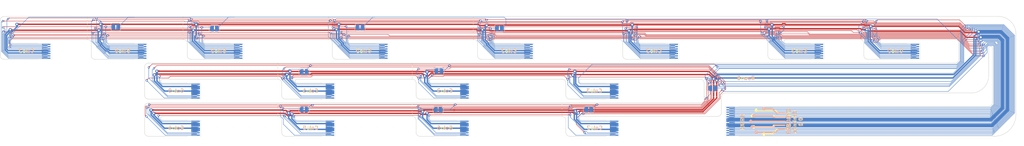
<source format=kicad_pcb>
(kicad_pcb (version 20230730) (generator pcbnew)
  (layers (0 "F.Cu" signal) (31 "B.Cu" signal) (34 "B.Paste" user) (35 "F.Paste" user) (36 "B.SilkS" user "B.Silkscreen") (37 "F.SilkS" user "F.Silkscreen") (38 "B.Mask" user) (39 "F.Mask" user) (44 "Edge.Cuts" user))
  (net 0 "")
  (net 1 "col0")
  (net 2 "row0")
  (net 3 "row1")
  (net 4 "row3")
  (net 5 "col6")
  (net 6 "col5")
  (net 7 "GND")
  (net 8 "+5V")
  (net 9 "col4")
  (net 10 "row2")
  (net 11 "row5")
  (net 12 "col1")
  (net 13 "col2")
  (net 14 "col3")
  (net 15 "row4")
  (net 16 "row6")
  (net 17 "Net-(J11-Pin_11)")
  (net 18 "Net-(J12-Pin_11)")
  (net 19 "Net-(J13-Pin_11)")
  (net 20 "col7")
  (net 21 "Net-(J2-Pin_2)")
  (net 22 "LED_DIN_Cols")
  (net 23 "Net-(J3-Pin_2)")
  (net 24 "Net-(J4-Pin_2)")
  (net 25 "Net-(J5-Pin_2)")
  (net 26 "Net-(J6-Pin_2)")
  (net 27 "Net-(J7-Pin_2)")
  (net 28 "Net-(J8-Pin_2)")
  (net 29 "Net-(J10-Pin_11)")
  (net 30 "LED_DIN_THUMB")
  (net 31 "Net-(J14-Pin_11)")
  (net 32 "LED_DOUT_THUMB")
  (net 33 "Net-(J15-Pin_11)")
  (net 34 "Net-(J16-Pin_11)")
  (footprint "cyboard-ffc:FFC Termination 13x0.3 ECT818001568" (layer "F.Cu") (at 80.2 20 -90)
    (property "Reference" "J11" hide)
    (property "Value" "Conn_01x13")
    (fp_line (start -2.1 -2.3) (end -2.1 1) (stroke (width 0.05)) (layer "Edge.Cuts"))
    (fp_line (start 2.1 -2.3) (end 2.1 1) (stroke (width 0.05)) (layer "Edge.Cuts"))
    (fp_line (start 1.9 -2.5) (end -1.9 -2.5) (stroke (width 0.05)) (layer "Edge.Cuts"))
    (fp_arc (start -2.1 -2.3) (mid -2.041421 -2.441421) (end -1.9 -2.5) (stroke (width 0.05)) (layer "Edge.Cuts"))
    (fp_arc (start 1.9 -2.5) (mid 2.041421 -2.441421) (end 2.1 -2.3) (stroke (width 0.05)) (layer "Edge.Cuts"))
  )
  (footprint "cyboard-ffc:FFC Termination 13x0.3 ECT818001568" (layer "F.Cu") (at 59.075 9.6 -90)
    (property "Reference" "J6" hide)
    (property "Value" "Conn_01x13")
    (fp_line (start -2.1 -2.3) (end -2.1 1) (stroke (width 0.05)) (layer "Edge.Cuts"))
    (fp_line (start 2.1 -2.3) (end 2.1 1) (stroke (width 0.05)) (layer "Edge.Cuts"))
    (fp_line (start 1.9 -2.5) (end -1.9 -2.5) (stroke (width 0.05)) (layer "Edge.Cuts"))
    (fp_arc (start -2.1 -2.3) (mid -2.041421 -2.441421) (end -1.9 -2.5) (stroke (width 0.05)) (layer "Edge.Cuts"))
    (fp_arc (start 1.9 -2.5) (mid 2.041421 -2.441421) (end 2.1 -2.3) (stroke (width 0.05)) (layer "Edge.Cuts"))
  )
  (footprint "cyboard-ffc:FFC Termination 25x0.3 ECT818001569" (layer "F.Cu") (at 151.7 27.9 90)
    (property "Reference" "J1" hide)
    (property "Value" "Conn_01x25")
    (fp_line (start 3.7 -2.5) (end -3.7 -2.5) (stroke (width 0.05)) (layer "Edge.Cuts"))
    (fp_line (start 3.9 -2.3) (end 3.9 1) (stroke (width 0.05)) (layer "Edge.Cuts"))
    (fp_line (start -3.9 -2.3) (end -3.9 1) (stroke (width 0.05)) (layer "Edge.Cuts"))
    (fp_arc (start 3.7 -2.5) (mid 3.841421 -2.441421) (end 3.9 -2.3) (stroke (width 0.05)) (layer "Edge.Cuts"))
    (fp_arc (start -3.9 -2.3) (mid -3.841421 -2.441421) (end -3.7 -2.5) (stroke (width 0.05)) (layer "Edge.Cuts"))
  )
  (footprint "cyboard-ffc:FFC Termination 13x0.3 ECT818001568" (layer "F.Cu") (at 96.875 9.6 -90)
    (property "Reference" "J5" hide)
    (property "Value" "Conn_01x13")
    (fp_line (start -2.1 -2.3) (end -2.1 1) (stroke (width 0.05)) (layer "Edge.Cuts"))
    (fp_line (start 2.1 -2.3) (end 2.1 1) (stroke (width 0.05)) (layer "Edge.Cuts"))
    (fp_line (start 1.9 -2.5) (end -1.9 -2.5) (stroke (width 0.05)) (layer "Edge.Cuts"))
    (fp_arc (start -2.1 -2.3) (mid -2.041421 -2.441421) (end -1.9 -2.5) (stroke (width 0.05)) (layer "Edge.Cuts"))
    (fp_arc (start 1.9 -2.5) (mid 2.041421 -2.441421) (end 2.1 -2.3) (stroke (width 0.05)) (layer "Edge.Cuts"))
  )
  (footprint "cyboard-ffc:FFC Termination 13x0.3 ECT818001568" (layer "F.Cu") (at 80.175 29.7 -90)
    (property "Reference" "J15" hide)
    (property "Value" "Conn_01x13")
    (fp_line (start -2.1 -2.3) (end -2.1 1) (stroke (width 0.05)) (layer "Edge.Cuts"))
    (fp_line (start 2.1 -2.3) (end 2.1 1) (stroke (width 0.05)) (layer "Edge.Cuts"))
    (fp_line (start 1.9 -2.5) (end -1.9 -2.5) (stroke (width 0.05)) (layer "Edge.Cuts"))
    (fp_arc (start -2.1 -2.3) (mid -2.041421 -2.441421) (end -1.9 -2.5) (stroke (width 0.05)) (layer "Edge.Cuts"))
    (fp_arc (start 1.9 -2.5) (mid 2.041421 -2.441421) (end 2.1 -2.3) (stroke (width 0.05)) (layer "Edge.Cuts"))
  )
  (footprint "cyboard-ffc:FFC Termination 13x0.3 ECT818001568" (layer "F.Cu") (at -28.725 9.6 -90)
    (property "Reference" "J9" hide)
    (property "Value" "Conn_01x13")
    (fp_line (start -2.1 -2.3) (end -2.1 1) (stroke (width 0.05)) (layer "Edge.Cuts"))
    (fp_line (start 2.1 -2.3) (end 2.1 1) (stroke (width 0.05)) (layer "Edge.Cuts"))
    (fp_line (start 1.9 -2.5) (end -1.9 -2.5) (stroke (width 0.05)) (layer "Edge.Cuts"))
    (fp_arc (start -2.1 -2.3) (mid -2.041421 -2.441421) (end -1.9 -2.5) (stroke (width 0.05)) (layer "Edge.Cuts"))
    (fp_arc (start 1.9 -2.5) (mid 2.041421 -2.441421) (end 2.1 -2.3) (stroke (width 0.05)) (layer "Edge.Cuts"))
  )
  (footprint "cyboard-ffc:FFC Termination 13x0.3 ECT818001568" (layer "F.Cu") (at 119.175 20 -90)
    (property "Reference" "J10" hide)
    (property "Value" "Conn_01x13")
    (fp_line (start -2.1 -2.3) (end -2.1 1) (stroke (width 0.05)) (layer "Edge.Cuts"))
    (fp_line (start 2.1 -2.3) (end 2.1 1) (stroke (width 0.05)) (layer "Edge.Cuts"))
    (fp_line (start 1.9 -2.5) (end -1.9 -2.5) (stroke (width 0.05)) (layer "Edge.Cuts"))
    (fp_arc (start -2.1 -2.3) (mid -2.041421 -2.441421) (end -1.9 -2.5) (stroke (width 0.05)) (layer "Edge.Cuts"))
    (fp_arc (start 1.9 -2.5) (mid 2.041421 -2.441421) (end 2.1 -2.3) (stroke (width 0.05)) (layer "Edge.Cuts"))
  )
  (footprint "cyboard-ffc:FFC Termination 13x0.3 ECT818001568" (layer "F.Cu") (at 45.175 20 -90)
    (property "Reference" "J12" hide)
    (property "Value" "Conn_01x13")
    (fp_line (start -2.1 -2.3) (end -2.1 1) (stroke (width 0.05)) (layer "Edge.Cuts"))
    (fp_line (start 2.1 -2.3) (end 2.1 1) (stroke (width 0.05)) (layer "Edge.Cuts"))
    (fp_line (start 1.9 -2.5) (end -1.9 -2.5) (stroke (width 0.05)) (layer "Edge.Cuts"))
    (fp_arc (start -2.1 -2.3) (mid -2.041421 -2.441421) (end -1.9 -2.5) (stroke (width 0.05)) (layer "Edge.Cuts"))
    (fp_arc (start 1.9 -2.5) (mid 2.041421 -2.441421) (end 2.1 -2.3) (stroke (width 0.05)) (layer "Edge.Cuts"))
  )
  (footprint "cyboard-ffc:FFC Termination 13x0.3 ECT818001568" (layer "F.Cu") (at 45.175 29.7 -90)
    (property "Reference" "J16" hide)
    (property "Value" "Conn_01x13")
    (fp_line (start -2.1 -2.3) (end -2.1 1) (stroke (width 0.05)) (layer "Edge.Cuts"))
    (fp_line (start 2.1 -2.3) (end 2.1 1) (stroke (width 0.05)) (layer "Edge.Cuts"))
    (fp_line (start 1.9 -2.5) (end -1.9 -2.5) (stroke (width 0.05)) (layer "Edge.Cuts"))
    (fp_arc (start -2.1 -2.3) (mid -2.041421 -2.441421) (end -1.9 -2.5) (stroke (width 0.05)) (layer "Edge.Cuts"))
    (fp_arc (start 1.9 -2.5) (mid 2.041421 -2.441421) (end 2.1 -2.3) (stroke (width 0.05)) (layer "Edge.Cuts"))
  )
  (footprint "cyboard-ffc:FFC Termination 13x0.3 ECT818001568" (layer "F.Cu") (at 21.275 9.6 -90)
    (property "Reference" "J7" hide)
    (property "Value" "Conn_01x13")
    (fp_line (start -2.1 -2.3) (end -2.1 1) (stroke (width 0.05)) (layer "Edge.Cuts"))
    (fp_line (start 2.1 -2.3) (end 2.1 1) (stroke (width 0.05)) (layer "Edge.Cuts"))
    (fp_line (start 1.9 -2.5) (end -1.9 -2.5) (stroke (width 0.05)) (layer "Edge.Cuts"))
    (fp_arc (start -2.1 -2.3) (mid -2.041421 -2.441421) (end -1.9 -2.5) (stroke (width 0.05)) (layer "Edge.Cuts"))
    (fp_arc (start 1.9 -2.5) (mid 2.041421 -2.441421) (end 2.1 -2.3) (stroke (width 0.05)) (layer "Edge.Cuts"))
  )
  (footprint "cyboard-ffc:FFC Termination 13x0.3 ECT818001568" (layer "F.Cu") (at 134.675 9.6 -90)
    (property "Reference" "J4" hide)
    (property "Value" "Conn_01x13")
    (fp_line (start -2.1 -2.3) (end -2.1 1) (stroke (width 0.05)) (layer "Edge.Cuts"))
    (fp_line (start 2.1 -2.3) (end 2.1 1) (stroke (width 0.05)) (layer "Edge.Cuts"))
    (fp_line (start 1.9 -2.5) (end -1.9 -2.5) (stroke (width 0.05)) (layer "Edge.Cuts"))
    (fp_arc (start -2.1 -2.3) (mid -2.041421 -2.441421) (end -1.9 -2.5) (stroke (width 0.05)) (layer "Edge.Cuts"))
    (fp_arc (start 1.9 -2.5) (mid 2.041421 -2.441421) (end 2.1 -2.3) (stroke (width 0.05)) (layer "Edge.Cuts"))
  )
  (footprint "cyboard-ffc:FFC Termination 13x0.3 ECT818001568" (layer "F.Cu") (at 172.5 9.6 -90)
    (property "Reference" "J3" hide)
    (property "Value" "Conn_01x13")
    (fp_line (start -2.1 -2.3) (end -2.1 1) (stroke (width 0.05)) (layer "Edge.Cuts"))
    (fp_line (start 2.1 -2.3) (end 2.1 1) (stroke (width 0.05)) (layer "Edge.Cuts"))
    (fp_line (start 1.9 -2.5) (end -1.9 -2.5) (stroke (width 0.05)) (layer "Edge.Cuts"))
    (fp_arc (start -2.1 -2.3) (mid -2.041421 -2.441421) (end -1.9 -2.5) (stroke (width 0.05)) (layer "Edge.Cuts"))
    (fp_arc (start 1.9 -2.5) (mid 2.041421 -2.441421) (end 2.1 -2.3) (stroke (width 0.05)) (layer "Edge.Cuts"))
  )
  (footprint "modules:cyboard_logo_6x8mm" (layer "F.Cu") (at 160.75 27.8 90)
    (property "Reference" "G***" hide)
    (property "Value" "LOGO" hide)
  )
  (footprint "cyboard-ffc:FFC Termination 13x0.3 ECT818001568" (layer "F.Cu") (at 10.175 20 -90)
    (property "Reference" "J13" hide)
    (property "Value" "Conn_01x13")
    (fp_line (start -2.1 -2.3) (end -2.1 1) (stroke (width 0.05)) (layer "Edge.Cuts"))
    (fp_line (start 2.1 -2.3) (end 2.1 1) (stroke (width 0.05)) (layer "Edge.Cuts"))
    (fp_line (start 1.9 -2.5) (end -1.9 -2.5) (stroke (width 0.05)) (layer "Edge.Cuts"))
    (fp_arc (start -2.1 -2.3) (mid -2.041421 -2.441421) (end -1.9 -2.5) (stroke (width 0.05)) (layer "Edge.Cuts"))
    (fp_arc (start 1.9 -2.5) (mid 2.041421 -2.441421) (end 2.1 -2.3) (stroke (width 0.05)) (layer "Edge.Cuts"))
  )
  (footprint "cyboard-ffc:FFC Termination 13x0.3 ECT818001568" (layer "F.Cu") (at 197.5 9.6 -90)
    (property "Reference" "J2" hide)
    (property "Value" "Conn_01x13")
    (fp_line (start -2.1 -2.3) (end -2.1 1) (stroke (width 0.05)) (layer "Edge.Cuts"))
    (fp_line (start 2.1 -2.3) (end 2.1 1) (stroke (width 0.05)) (layer "Edge.Cuts"))
    (fp_line (start 1.9 -2.5) (end -1.9 -2.5) (stroke (width 0.05)) (layer "Edge.Cuts"))
    (fp_arc (start -2.1 -2.3) (mid -2.041421 -2.441421) (end -1.9 -2.5) (stroke (width 0.05)) (layer "Edge.Cuts"))
    (fp_arc (start 1.9 -2.5) (mid 2.041421 -2.441421) (end 2.1 -2.3) (stroke (width 0.05)) (layer "Edge.Cuts"))
  )
  (footprint "cyboard-ffc:FFC Termination 13x0.3 ECT818001568" (layer "F.Cu") (at 119.175 29.7 -90)
    (property "Reference" "J14" hide)
    (property "Value" "Conn_01x13")
    (fp_line (start -2.1 -2.3) (end -2.1 1) (stroke (width 0.05)) (layer "Edge.Cuts"))
    (fp_line (start 2.1 -2.3) (end 2.1 1) (stroke (width 0.05)) (layer "Edge.Cuts"))
    (fp_line (start 1.9 -2.5) (end -1.9 -2.5) (stroke (width 0.05)) (layer "Edge.Cuts"))
    (fp_arc (start -2.1 -2.3) (mid -2.041421 -2.441421) (end -1.9 -2.5) (stroke (width 0.05)) (layer "Edge.Cuts"))
    (fp_arc (start 1.9 -2.5) (mid 2.041421 -2.441421) (end 2.1 -2.3) (stroke (width 0.05)) (layer "Edge.Cuts"))
  )
  (footprint "cyboard-ffc:FFC Termination 13x0.3 ECT818001568" (layer "F.Cu") (at 10.175 29.7 -90)
    (property "Reference" "J17" hide)
    (property "Value" "Conn_01x13")
    (fp_line (start -2.1 -2.3) (end -2.1 1) (stroke (width 0.05)) (layer "Edge.Cuts"))
    (fp_line (start 2.1 -2.3) (end 2.1 1) (stroke (width 0.05)) (layer "Edge.Cuts"))
    (fp_line (start 1.9 -2.5) (end -1.9 -2.5) (stroke (width 0.05)) (layer "Edge.Cuts"))
    (fp_arc (start -2.1 -2.3) (mid -2.041421 -2.441421) (end -1.9 -2.5) (stroke (width 0.05)) (layer "Edge.Cuts"))
    (fp_arc (start 1.9 -2.5) (mid 2.041421 -2.441421) (end 2.1 -2.3) (stroke (width 0.05)) (layer "Edge.Cuts"))
  )
  (footprint "cyboard-ffc:FFC Termination 13x0.3 ECT818001568" (layer "F.Cu") (at -3.725 9.6 -90)
    (property "Reference" "J8" hide)
    (property "Value" "Conn_01x13")
    (fp_line (start -2.1 -2.3) (end -2.1 1) (stroke (width 0.05)) (layer "Edge.Cuts"))
    (fp_line (start 2.1 -2.3) (end 2.1 1) (stroke (width 0.05)) (layer "Edge.Cuts"))
    (fp_line (start 1.9 -2.5) (end -1.9 -2.5) (stroke (width 0.05)) (layer "Edge.Cuts"))
    (fp_arc (start -2.1 -2.3) (mid -2.041421 -2.441421) (end -1.9 -2.5) (stroke (width 0.05)) (layer "Edge.Cuts"))
    (fp_arc (start 1.9 -2.5) (mid 2.041421 -2.441421) (end 2.1 -2.3) (stroke (width 0.05)) (layer "Edge.Cuts"))
  )
  (footprint "Jumper:SolderJumper-2_P1.3mm_Open_RoundedPad1.0x1.5mm" (layer "B.Cu") (at 54.1 3.35)
    (property "Reference" "JP3" hide)
    (property "Value" "SolderJumper_2_Open")
  )
  (footprint "Jumper:SolderJumper-2_P1.3mm_Open_RoundedPad1.0x1.5mm" (layer "B.Cu") (at 113.65 24.85)
    (property "Reference" "JP7" hide)
    (property "Value" "SolderJumper_2_Open")
  )
  (footprint "Jumper:SolderJumper-2_P1.3mm_Open_RoundedPad1.0x1.5mm" (layer "B.Cu") (at 39.55 24.85)
    (property "Reference" "JP5" hide)
    (property "Value" "SolderJumper_2_Open")
  )
  (footprint "Jumper:SolderJumper-2_P1.3mm_Open_RoundedPad1.0x1.5mm" (layer "B.Cu") (at 74.45 24.9)
    (property "Reference" "JP6" hide)
    (property "Value" "SolderJumper_2_Open")
  )
  (footprint "Jumper:SolderJumper-2_P1.3mm_Open_RoundedPad1.0x1.5mm" (layer "B.Cu") (at 145.95 19.25 180)
    (property "Reference" "JP8" hide)
    (property "Value" "SolderJumper_2_Open")
  )
  (footprint "Jumper:SolderJumper-2_P1.3mm_Open_RoundedPad1.0x1.5mm" (layer "B.Cu") (at 16.2 3.65)
    (property "Reference" "JP2" hide)
    (property "Value" "SolderJumper_2_Open")
  )
  (footprint "Jumper:SolderJumper-2_P1.3mm_Open_RoundedPad1.0x1.5mm" (layer "B.Cu") (at 90.4 3.6)
    (property "Reference" "JP4" hide)
    (property "Value" "SolderJumper_2_Open")
  )
  (footprint "Jumper:SolderJumper-2_P1.3mm_Open_RoundedPad1.0x1.5mm" (layer "B.Cu") (at -9.5 3.25)
    (property "Reference" "JP1" hide)
    (property "Value" "SolderJumper_2_Open")
  )
  (footprint "Jumper:SolderJumper-2_P1.3mm_Open_RoundedPad1.0x1.5mm" (layer "B.Cu") (at 39.55 15)
    (property "Reference" "JP9" hide)
    (property "Value" "SolderJumper_2_Open")
  )
  (footprint "Jumper:SolderJumper-2_P1.3mm_Open_RoundedPad1.0x1.5mm" (layer "B.Cu") (at 74.65 14.75)
    (property "Reference" "JP10" hide)
    (property "Value" "SolderJumper_2_Open")
  )
  (footprint "modules:cyboard_logo_6x8mm" (layer "B.Cu") (at 160.75 28 -90)
    (property "Reference" "G***" hide)
    (property "Value" "LOGO" hide)
  )
  (gr_line (start 8 6.5) (end 8 0.5) (stroke (width 0.15) (type dot)) (layer "B.SilkS"))
  (gr_line (start 148.2 21.4) (end 143.7 21.4) (stroke (width 0.15) (type dot)) (layer "B.SilkS"))
  (gr_line (start -16.9 6.5) (end -16.9 0.5) (stroke (width 0.15) (type dot)) (layer "B.SilkS"))
  (gr_line (start 67.7 12.7) (end 67.7 16.9) (stroke (width 0.15) (type dot)) (layer "B.SilkS"))
  (gr_line (start 32.7 12.7) (end 32.7 16.9) (stroke (width 0.15) (type dot)) (layer "B.SilkS"))
  (gr_line (start 45.9 6.5) (end 45.9 0.5) (stroke (width 0.15) (type dot)) (layer "B.SilkS"))
  (gr_line (start 106.7 26.6) (end 106.7 23.1) (stroke (width 0.15) (type dot)) (layer "B.SilkS"))
  (gr_line (start 67.7 26.6) (end 67.7 23.1) (stroke (width 0.15) (type dot)) (layer "B.SilkS"))
  (gr_line (start 83.6 6.5) (end 83.6 0.5) (stroke (width 0.15) (type dot)) (layer "B.SilkS"))
  (gr_line (start 32.7 26.6) (end 32.7 23.1) (stroke (width 0.15) (type dot)) (layer "B.SilkS"))
  (gr_line (start 32.7 16.9) (end 32.7 12.7) (stroke (width 0.15) (type dot)) (layer "F.SilkS"))
  (gr_line (start 106.7 26.6) (end 106.7 23.1) (stroke (width 0.15) (type dot)) (layer "F.SilkS"))
  (gr_line (start -16.9 0.5) (end -16.9 6.5) (stroke (width 0.15) (type dot)) (layer "F.SilkS"))
  (gr_line (start 45.9 0.5) (end 45.9 6.5) (stroke (width 0.15) (type dot)) (layer "F.SilkS"))
  (gr_line (start 148.2 21.4) (end 143.7 21.4) (stroke (width 0.15) (type dot)) (layer "F.SilkS"))
  (gr_line (start 67.7 26.6) (end 67.7 23.1) (stroke (width 0.15) (type dot)) (layer "F.SilkS"))
  (gr_line (start 83.6 0.5) (end 83.6 6.5) (stroke (width 0.15) (type dot)) (layer "F.SilkS"))
  (gr_line (start 32.7 26.6) (end 32.7 23.1) (stroke (width 0.15) (type dot)) (layer "F.SilkS"))
  (gr_line (start 67.7 16.9) (end 67.7 12.7) (stroke (width 0.15) (type dot)) (layer "F.SilkS"))
  (gr_line (start 8 0.5) (end 8 6.5) (stroke (width 0.15) (type dot)) (layer "F.SilkS"))
  (gr_arc (start 34.7 22.1) (mid 33.992893 21.807107) (end 33.7 21.1) (stroke (width 0.1)) (layer "Edge.Cuts"))
  (gr_line (start 2.7 26.6) (end 32.7 26.6) (stroke (width 0.1)) (layer "Edge.Cuts"))
  (gr_line (start -1 12.7) (end 209 12.7) (stroke (width 0.1)) (layer "Edge.Cuts"))
  (gr_line (start -11.2 6.5) (end 8.1 6.5) (stroke (width 0.1)) (layer "Edge.Cuts"))
  (gr_line (start 111.7 16.9) (end 142.7 16.9) (stroke (width 0.1)) (layer "Edge.Cuts"))
  (gr_arc (start 127.2 7.5) (mid 126.7 7) (end 127.2 6.5) (stroke (width 0.1)) (layer "Edge.Cuts"))
  (gr_line (start 9.175 31.8) (end -1 31.8) (stroke (width 0.1)) (layer "Edge.Cuts"))
  (gr_arc (start 47.9 11.7) (mid 47.192893 11.407107) (end 46.9 10.7) (stroke (width 0.1)) (layer "Edge.Cuts"))
  (gr_arc (start 210 11.7) (mid 209.707107 12.407107) (end 209 12.7) (stroke (width 0.1)) (layer "Edge.Cuts"))
  (gr_line (start 33.7 30.8) (end 33.7 27.6) (stroke (width 0.1)) (layer "Edge.Cuts"))
  (gr_line (start 107.7 30.8) (end 107.7 27.6) (stroke (width 0.1)) (layer "Edge.Cuts"))
  (gr_arc (start 67.7 26.6) (mid 68.407107 26.892893) (end 68.7 27.6) (stroke (width 0.1)) (layer "Edge.Cuts"))
  (gr_line (start 37.7 16.9) (end 67.7 16.9) (stroke (width 0.1)) (layer "Edge.Cuts"))
  (gr_line (start 185.3 7.5) (end 185.3 10.7) (stroke (width 0.1)) (layer "Edge.Cuts"))
  (gr_arc (start -14.9 11.7) (mid -15.607107 11.407107) (end -15.9 10.7) (stroke (width 0.1)) (layer "Edge.Cuts"))
  (gr_arc (start 2.7 17.9) (mid 2.2 17.4) (end 2.7 16.9) (stroke (width 0.1)) (layer "Edge.Cuts"))
  (gr_arc (start 37.7 17.9) (mid 37.2 17.4) (end 37.7 16.9) (stroke (width 0.1)) (layer "Edge.Cuts"))
  (gr_arc (start 10.1 11.7) (mid 9.392893 11.407107) (end 9.1 10.7) (stroke (width 0.1)) (layer "Edge.Cuts"))
  (gr_line (start 118.175 17.9) (end 111.7 17.9) (stroke (width 0.1)) (layer "Edge.Cuts"))
  (gr_arc (start -2 13.7) (mid -1.707107 12.992893) (end -1 12.7) (stroke (width 0.1)) (layer "Edge.Cuts"))
  (gr_arc (start -11.2 7.5) (mid -11.7 7) (end -11.2 6.5) (stroke (width 0.1)) (layer "Edge.Cuts"))
  (gr_arc (start 89.4 7.5) (mid 88.9 7) (end 89.4 6.5) (stroke (width 0.1)) (layer "Edge.Cuts"))
  (gr_arc (start 121.5 6.5) (mid 122.207107 6.792893) (end 122.5 7.5) (stroke (width 0.1)) (layer "Edge.Cuts"))
  (gr_arc (start 72.7 17.9) (mid 72.2 17.4) (end 72.7 16.9) (stroke (width 0.1)) (layer "Edge.Cuts"))
  (gr_arc (start 220.35 0.5) (mid 223.567336 1.832664) (end 224.9 5.05) (stroke (width 0.1)) (layer "Edge.Cuts"))
  (gr_arc (start -16.9 6.5) (mid -16.192893 6.792893) (end -15.9 7.5) (stroke (width 0.1)) (layer "Edge.Cuts"))
  (gr_line (start 160.3 7.5) (end 160.3 10.7) (stroke (width 0.1)) (layer "Edge.Cuts"))
  (gr_arc (start 186.3 11.7) (mid 185.592893 11.407107) (end 185.3 10.7) (stroke (width 0.1)) (layer "Edge.Cuts"))
  (gr_line (start 51.6 6.5) (end 83.7 6.5) (stroke (width 0.1)) (layer "Edge.Cuts"))
  (gr_arc (start 123.5 11.7) (mid 122.792893 11.407107) (end 122.5 10.7) (stroke (width 0.1)) (layer "Edge.Cuts"))
  (gr_line (start 118.175 31.8) (end 108.7 31.8) (stroke (width 0.1)) (layer "Edge.Cuts"))
  (gr_arc (start 69.7 22.1) (mid 68.992893 21.807107) (end 68.7 21.1) (stroke (width 0.1)) (layer "Edge.Cuts"))
  (gr_line (start 33.7 21.1) (end 33.7 17.9) (stroke (width 0.1)) (layer "Edge.Cuts"))
  (gr_arc (start 159.3 6.5) (mid 160.007107 6.792893) (end 160.3 7.5) (stroke (width 0.1)) (layer "Edge.Cuts"))
  (gr_line (start 220.35 0.5) (end -38.6 0.5) (stroke (width 0.1)) (layer "Edge.Cuts"))
  (gr_arc (start 190 7.5) (mid 189.5 7) (end 190 6.5) (stroke (width 0.1)) (layer "Edge.Cuts"))
  (gr_line (start 46.9 7.5) (end 46.9 10.7) (stroke (width 0.1)) (layer "Edge.Cuts"))
  (gr_line (start 9.175 27.6) (end 2.7 27.6) (stroke (width 0.1)) (layer "Edge.Cuts"))
  (gr_line (start 68.7 21.1) (end 68.7 17.9) (stroke (width 0.1)) (layer "Edge.Cuts"))
  (gr_line (start 68.7 30.8) (end 68.7 27.6) (stroke (width 0.1)) (layer "Edge.Cuts"))
  (gr_line (start 152.7 24) (end 217.8 24) (stroke (width 0.1)) (layer "Edge.Cuts"))
  (gr_line (start 89.4 6.5) (end 121.5 6.5) (stroke (width 0.1)) (layer "Edge.Cuts"))
  (gr_line (start 2.7 16.9) (end 32.7 16.9) (stroke (width 0.1)) (layer "Edge.Cuts"))
  (gr_line (start 95.875 7.5) (end 89.4 7.5) (stroke (width 0.1)) (layer "Edge.Cuts"))
  (gr_arc (start 72.7 27.6) (mid 72.2 27.1) (end 72.7 26.6) (stroke (width 0.1)) (layer "Edge.Cuts"))
  (gr_line (start 79.2 17.9) (end 72.7 17.9) (stroke (width 0.1)) (layer "Edge.Cuts"))
  (gr_arc (start 13.8 7.5) (mid 13.3 7) (end 13.8 6.5) (stroke (width 0.1)) (layer "Edge.Cuts"))
  (gr_line (start 219.25 31.8) (end 152.7 31.8) (stroke (width 0.1)) (layer "Edge.Cuts"))
  (gr_arc (start 111.7 17.9) (mid 111.2 17.4) (end 111.7 16.9) (stroke (width 0.1)) (layer "Edge.Cuts"))
  (gr_line (start 72.7 16.9) (end 106.7 16.9) (stroke (width 0.1)) (layer "Edge.Cuts"))
  (gr_line (start 44.175 22.1) (end 34.7 22.1) (stroke (width 0.1)) (layer "Edge.Cuts"))
  (gr_line (start -4.725 7.5) (end -11.2 7.5) (stroke (width 0.1)) (layer "Edge.Cuts"))
  (gr_line (start 133.675 7.5) (end 127.2 7.5) (stroke (width 0.1)) (layer "Edge.Cuts"))
  (gr_line (start 148.2 21.5) (end 148.2 25.6) (stroke (width 0.1)) (layer "Edge.Cuts"))
  (gr_arc (start 184.3 6.5) (mid 185.007107 6.792893) (end 185.3 7.5) (stroke (width 0.1)) (layer "Edge.Cuts"))
  (gr_line (start 72.7 26.6) (end 106.7 26.6) (stroke (width 0.1)) (layer "Edge.Cuts"))
  (gr_arc (start 165 7.5) (mid 164.5 7) (end 165 6.5) (stroke (width 0.1)) (layer "Edge.Cuts"))
  (gr_line (start 171.5 7.5) (end 165 7.5) (stroke (width 0.1)) (layer "Edge.Cuts"))
  (gr_line (start 44.175 27.6) (end 37.7 27.6) (stroke (width 0.1)) (layer "Edge.Cuts"))
  (gr_line (start 218.8 23) (end 218.8 8.8) (stroke (width 0.1)) (layer "Edge.Cuts"))
  (gr_line (start 79.2 22.1) (end 69.7 22.1) (stroke (width 0.1)) (layer "Edge.Cuts"))
  (gr_arc (start 32.7 26.6) (mid 33.407107 26.892893) (end 33.7 27.6) (stroke (width 0.1)) (layer "Edge.Cuts"))
  (gr_arc (start 217.8 8.8) (mid 218.3 8.3) (end 218.8 8.8) (stroke (width 0.1)) (layer "Edge.Cuts"))
  (gr_line (start 95.875 11.7) (end 85.7 11.7) (stroke (width 0.1)) (layer "Edge.Cuts"))
  (gr_line (start 118.175 22.1) (end 108.7 22.1) (stroke (width 0.1)) (layer "Edge.Cuts"))
  (gr_arc (start 83.7 6.5) (mid 84.407107 6.792893) (end 84.7 7.5) (stroke (width 0.1)) (layer "Edge.Cuts"))
  (gr_arc (start 51.6 7.5) (mid 51.1 7) (end 51.6 6.5) (stroke (width 0.1)) (layer "Edge.Cuts"))
  (gr_arc (start -1 31.8) (mid -1.707107 31.507107) (end -2 30.8) (stroke (width 0.1)) (layer "Edge.Cuts"))
  (gr_arc (start 148.2 25.6) (mid 147.907107 26.307107) (end 147.2 26.6) (stroke (width 0.1)) (layer "Edge.Cuts"))
  (gr_line (start 58.075 11.7) (end 47.9 11.7) (stroke (width 0.1)) (layer "Edge.Cuts"))
  (gr_arc (start 143.7 22.1) (mid 143.407107 22.807107) (end 142.7 23.1) (stroke (width 0.1)) (layer "Edge.Cuts"))
  (gr_line (start 44.175 17.9) (end 37.7 17.9) (stroke (width 0.1)) (layer "Edge.Cuts"))
  (gr_line (start 79.175 27.6) (end 72.7 27.6) (stroke (width 0.1)) (layer "Edge.Cuts"))
  (gr_line (start -2 21.1) (end -2 13.7) (stroke (width 0.1)) (layer "Edge.Cuts"))
  (gr_line (start 133.675 11.7) (end 123.5 11.7) (stroke (width 0.1)) (layer "Edge.Cuts"))
  (gr_arc (start 37.7 27.6) (mid 37.2 27.1) (end 37.7 26.6) (stroke (width 0.1)) (layer "Edge.Cuts"))
  (gr_line (start 20.275 7.5) (end 13.8 7.5) (stroke (width 0.1)) (layer "Edge.Cuts"))
  (gr_arc (start 106.7 26.6) (mid 107.407107 26.892893) (end 107.7 27.6) (stroke (width 0.1)) (layer "Edge.Cuts"))
  (gr_line (start 217.8 8.8) (end 217.8 15.95) (stroke (width 0.1)) (layer "Edge.Cuts"))
  (gr_arc (start -1 22.1) (mid -1.707107 21.807107) (end -2 21.1) (stroke (width 0.1)) (layer "Edge.Cuts"))
  (gr_arc (start -38.6 11.7) (mid -39.307107 11.407107) (end -39.6 10.7) (stroke (width 0.1)) (layer "Edge.Cuts"))
  (gr_line (start -29.725 11.7) (end -38.6 11.7) (stroke (width 0.1)) (layer "Edge.Cuts"))
  (gr_line (start 20.275 11.7) (end 10.1 11.7) (stroke (width 0.1)) (layer "Edge.Cuts"))
  (gr_line (start 122.5 7.5) (end 122.5 10.7) (stroke (width 0.1)) (layer "Edge.Cuts"))
  (gr_line (start 196.5 11.7) (end 186.3 11.7) (stroke (width 0.1)) (layer "Edge.Cuts"))
  (gr_line (start -4.725 11.7) (end -14.9 11.7) (stroke (width 0.1)) (layer "Edge.Cuts"))
  (gr_arc (start 67.7 16.9) (mid 68.407107 17.192893) (end 68.7 17.9) (stroke (width 0.1)) (layer "Edge.Cuts"))
  (gr_arc (start 32.7 16.9) (mid 33.407107 17.192893) (end 33.7 17.9) (stroke (width 0.1)) (layer "Edge.Cuts"))
  (gr_arc (start 218.8 23) (mid 218.507107 23.707107) (end 217.8 24) (stroke (width 0.1)) (layer "Edge.Cuts"))
  (gr_arc (start 148.2 21.5) (mid 148.492893 20.792893) (end 149.2 20.5) (stroke (width 0.1)) (layer "Edge.Cuts"))
  (gr_arc (start 45.9 6.5) (mid 46.607107 6.792893) (end 46.9 7.5) (stroke (width 0.1)) (layer "Edge.Cuts"))
  (gr_line (start 37.7 26.6) (end 67.7 26.6) (stroke (width 0.1)) (layer "Edge.Cuts"))
  (gr_line (start 118.175 27.6) (end 111.7 27.6) (stroke (width 0.1)) (layer "Edge.Cuts"))
  (gr_line (start 84.7 7.5) (end 84.7 10.7) (stroke (width 0.1)) (layer "Edge.Cuts"))
  (gr_line (start -15.9 7.5) (end -15.9 10.7) (stroke (width 0.1)) (layer "Edge.Cuts"))
  (gr_line (start -2 30.8) (end -2 24.1) (stroke (width 0.1)) (layer "Edge.Cuts"))
  (gr_line (start 111.7 26.6) (end 147.2 26.6) (stroke (width 0.1)) (layer "Edge.Cuts"))
  (gr_line (start -39.6 1.5) (end -39.6 10.7) (stroke (width 0.1)) (layer "Edge.Cuts"))
  (gr_line (start -29.725 7.5) (end -36.2 7.5) (stroke (width 0.1)) (layer "Edge.Cuts"))
  (gr_line (start 165 6.5) (end 184.3 6.5) (stroke (width 0.1)) (layer "Edge.Cuts"))
  (gr_arc (start -39.6 1.5) (mid -39.307107 0.792893) (end -38.6 0.5) (stroke (width 0.1)) (layer "Edge.Cuts"))
  (gr_arc (start 85.7 11.7) (mid 84.992893 11.407107) (end 84.7 10.7) (stroke (width 0.1)) (layer "Edge.Cuts"))
  (gr_arc (start 108.7 22.1) (mid 107.992893 21.807107) (end 107.7 21.1) (stroke (width 0.1)) (layer "Edge.Cuts"))
  (gr_line (start -1 23.1) (end 142.7 23.1) (stroke (width 0.1)) (layer "Edge.Cuts"))
  (gr_line (start 58.075 7.5) (end 51.6 7.5) (stroke (width 0.1)) (layer "Edge.Cuts"))
  (gr_line (start 9.1 7.5) (end 9.1 10.7) (stroke (width 0.1)) (layer "Edge.Cuts"))
  (gr_line (start 171.5 11.7) (end 161.3 11.7) (stroke (width 0.1)) (layer "Edge.Cuts"))
  (gr_arc (start 209 6.5) (mid 209.707107 6.792893) (end 210 7.5) (stroke (width 0.1)) (layer "Edge.Cuts"))
  (gr_arc (start 2.7 27.6) (mid 2.2 27.1) (end 2.7 26.6) (stroke (width 0.1)) (layer "Edge.Cuts"))
  (gr_arc (start 217.8 15.95) (mid 216.467336 19.167336) (end 213.25 20.5) (stroke (width 0.1)) (layer "Edge.Cuts"))
  (gr_line (start 9.175 17.9) (end 2.7 17.9) (stroke (width 0.1)) (layer "Edge.Cuts"))
  (gr_arc (start 34.7 31.8) (mid 33.992893 31.507107) (end 33.7 30.8) (stroke (width 0.1)) (layer "Edge.Cuts"))
  (gr_arc (start 106.7 16.9) (mid 107.407107 17.192893) (end 107.7 17.9) (stroke (width 0.1)) (layer "Edge.Cuts"))
  (gr_line (start 107.7 21.1) (end 107.7 17.9) (stroke (width 0.1)) (layer "Edge.Cuts"))
  (gr_line (start -36.2 6.5) (end -16.9 6.5) (stroke (width 0.1)) (layer "Edge.Cuts"))
  (gr_line (start 143.7 17.9) (end 143.7 22.1) (stroke (width 0.1)) (layer "Edge.Cuts"))
  (gr_line (start 196.5 7.5) (end 190 7.5) (stroke (width 0.1)) (layer "Edge.Cuts"))
  (gr_arc (start 224.9 26.15) (mid 223.245153 30.145153) (end 219.25 31.8) (stroke (width 0.1)) (layer "Edge.Cuts"))
  (gr_line (start 79.175 31.8) (end 69.7 31.8) (stroke (width 0.1)) (layer "Edge.Cuts"))
  (gr_line (start 213.25 20.5) (end 149.2 20.5) (stroke (width 0.1)) (layer "Edge.Cuts"))
  (gr_line (start 127.2 6.5) (end 159.3 6.5) (stroke (width 0.1)) (layer "Edge.Cuts"))
  (gr_line (start 190 6.5) (end 209 6.5) (stroke (width 0.1)) (layer "Edge.Cuts"))
  (gr_arc (start 142.7 16.9) (mid 143.407107 17.192893) (end 143.7 17.9) (stroke (width 0.1)) (layer "Edge.Cuts"))
  (gr_arc (start 8.1 6.5) (mid 8.807107 6.792893) (end 9.1 7.5) (stroke (width 0.1)) (layer "Edge.Cuts"))
  (gr_line (start 210 7.5) (end 210 11.7) (stroke (width 0.1)) (layer "Edge.Cuts"))
  (gr_line (start 13.8 6.5) (end 45.9 6.5) (stroke (width 0.1)) (layer "Edge.Cuts"))
  (gr_line (start 44.175 31.8) (end 34.7 31.8) (stroke (width 0.1)) (layer "Edge.Cuts"))
  (gr_arc (start -2 24.1) (mid -1.707107 23.392893) (end -1 23.1) (stroke (width 0.1)) (layer "Edge.Cuts"))
  (gr_line (start 9.175 22.1) (end -1 22.1) (stroke (width 0.1)) (layer "Edge.Cuts"))
  (gr_line (start 224.9 5.05) (end 224.9 26.15) (stroke (width 0.1)) (layer "Edge.Cuts"))
  (gr_arc (start 161.3 11.7) (mid 160.592893 11.407107) (end 160.3 10.7) (stroke (width 0.1)) (layer "Edge.Cuts"))
  (gr_arc (start -36.2 7.5) (mid -36.7 7) (end -36.2 6.5) (stroke (width 0.1)) (layer "Edge.Cuts"))
  (gr_arc (start 111.7 27.6) (mid 111.2 27.1) (end 111.7 26.6) (stroke (width 0.1)) (layer "Edge.Cuts"))
  (gr_arc (start 69.7 31.8) (mid 68.992893 31.507107) (end 68.7 30.8) (stroke (width 0.1)) (layer "Edge.Cuts"))
  (gr_arc (start 108.7 31.8) (mid 107.992893 31.507107) (end 107.7 30.8) (stroke (width 0.1)) (layer "Edge.Cuts"))
  (gr_text "Col 1" (at 168.5 10.1 0) (layer "B.SilkS") (effects (font (size 1 1)) (justify bottom mirror)))
  (gr_text "MATRIX" (at 154.3 27.95 90) (layer "B.SilkS") (effects (font (size 1 0.8) (thickness 0.125)) (justify bottom mirror)))
  (gr_text "Col 4" (at 55.05 10.1 0) (layer "B.SilkS") (effects (font (size 1 1)) (justify bottom mirror)))
  (gr_text "Col 0" (at 6.2 20.5 0) (layer "B.SilkS") (effects (font (size 1 1)) (justify bottom mirror)))
  (gr_text "Col 6" (at -7.75 10.1 0) (layer "B.SilkS") (effects (font (size 1 1)) (justify bottom mirror)))
  (gr_text "Col 5" (at 41.2 30.2 0) (layer "B.SilkS") (effects (font (size 1 1)) (justify bottom mirror)))
  (gr_text "Col 2" (at 130.65 10.1 0) (layer "B.SilkS") (effects (font (size 1 1)) (justify bottom mirror)))
  (gr_text "Col 6" (at 76.2 30.2 0) (layer "B.SilkS") (effects (font (size 1 1)) (justify bottom mirror)))
  (gr_text "Col 3" (at 92.9 10.1 0) (layer "B.SilkS") (effects (font (size 1 1)) (justify bottom mirror)))
  (gr_text "Col 3" (at 115.1 20.5 0) (layer "B.SilkS") (effects (font (size 1 1)) (justify bottom mirror)))
  (gr_text "Row 0" (at 154.6 17.2 0) (layer "B.SilkS") (effects (font (size 1 1)) (justify bottom mirror)))
  (gr_text "Col 5" (at 17.25 10.1 0) (layer "B.SilkS") (effects (font (size 1 1)) (justify bottom mirror)))
  (gr_text "Col 7" (at -32.75 10.1 0) (layer "B.SilkS") (effects (font (size 1 1)) (justify bottom mirror)))
  (gr_text "Col 2" (at 76.2 20.5 0) (layer "B.SilkS") (effects (font (size 1 1)) (justify bottom mirror)))
  (gr_text "Col 1" (at 41.2 20.5 0) (layer "B.SilkS") (effects (font (size 1 1)) (justify bottom mirror)))
  (gr_text "Col 4" (at 6.2 30.2 0) (layer "B.SilkS") (effects (font (size 1 1)) (justify bottom mirror)))
  (gr_text "Col 7" (at 115.2 30.2 0) (layer "B.SilkS") (effects (font (size 1 1)) (justify bottom mirror)))
  (gr_text "CYBOARD" (at 166.3 27.95 90) (layer "B.SilkS") (effects (font (size 1 1) (thickness 0.2) bold) (justify bottom mirror)))
  (gr_text "Col 0" (at 193.5 10.1 0) (layer "B.SilkS") (effects (font (size 1 1)) (justify bottom mirror)))
  (gr_text "dendrite\n1.0" (at 169.45 28.05 90) (layer "B.SilkS") (effects (font (size 1 1)) (justify bottom mirror)))
  (gr_text "Col 2" (at 76.2 20.5 0) (layer "F.SilkS") (effects (font (size 1 1)) (justify bottom)))
  (gr_text "Col 5" (at 17.25 10.1 0) (layer "F.SilkS") (effects (font (size 1 1)) (justify bottom)))
  (gr_text "Col 5" (at 41.2 30.2 0) (layer "F.SilkS") (effects (font (size 1 1)) (justify bottom)))
  (gr_text "Col 3" (at 92.9 10.1 0) (layer "F.SilkS") (effects (font (size 1 1)) (justify bottom)))
  (gr_text "Col 6" (at -7.75 10.1 0) (layer "F.SilkS") (effects (font (size 1 1)) (justify bottom)))
  (gr_text "Col 7" (at -32.75 10.1 0) (layer "F.SilkS") (effects (font (size 1 1)) (justify bottom)))
  (gr_text "Row 0" (at 154.55 17.2 0) (layer "F.SilkS") (effects (font (size 1 1)) (justify bottom)))
  (gr_text "Col 4" (at 6.2 30.2 0) (layer "F.SilkS") (effects (font (size 1 1)) (justify bottom)))
  (gr_text "Col 4" (at 55.05 10.1 0) (layer "F.SilkS") (effects (font (size 1 1)) (justify bottom)))
  (gr_text "Col 1" (at 168.5 10.1 0) (layer "F.SilkS") (effects (font (size 1 1)) (justify bottom)))
  (gr_text "CYBOARD" (at 166.3 27.95 90) (layer "F.SilkS") (effects (font (size 1 1) (thickness 0.2) bold) (justify bottom)))
  (gr_text "Col 3" (at 115.1 20.5 0) (layer "F.SilkS") (effects (font (size 1 1)) (justify bottom)))
  (gr_text "Col 7" (at 115.2 30.2 0) (layer "F.SilkS") (effects (font (size 1 1)) (justify bottom)))
  (gr_text "Col 1" (at 41.2 20.5 0) (layer "F.SilkS") (effects (font (size 1 1)) (justify bottom)))
  (gr_text "Col 0" (at 6.2 20.5 0) (layer "F.SilkS") (effects (font (size 1 1)) (justify bottom)))
  (gr_text "Col 0" (at 193.5 10.1 0) (layer "F.SilkS") (effects (font (size 1 1)) (justify bottom)))
  (gr_text "Col 2" (at 130.65 10.1 0) (layer "F.SilkS") (effects (font (size 1 1)) (justify bottom)))
  (gr_text "Col 6" (at 76.2 30.2 0) (layer "F.SilkS") (effects (font (size 1 1)) (justify bottom)))
  (gr_text "MATRIX" (at 154.3 28.05 90) (layer "F.SilkS") (effects (font (size 1 0.8) (thickness 0.125)) (justify bottom)))
  (gr_text "dendrite\n1.0" (at 169.45 28.05 90) (layer "F.SilkS") (effects (font (size 1 1)) (justify bottom)))
  (segment (start 211.947999 3.134276) (end 210.204333 1.39061) (width 0.1) (layer "F.Cu") (net 1))
  (segment (start -0.025 12.925) (end 146.360406 12.925) (width 0.1) (layer "F.Cu") (net 1))
  (segment (start 188.859386 1.39061) (end 188.5 1.749996) (width 0.1) (layer "F.Cu") (net 1))
  (segment (start 146.360406 12.925) (end 147.035406 13.6) (width 0.1) (layer "F.Cu") (net 1))
  (segment (start 210.204333 1.39061) (end 188.859386 1.39061) (width 0.1) (layer "F.Cu") (net 1))
  (segment (start -0.9 13.8) (end -0.025 12.925) (width 0.1) (layer "F.Cu") (net 1))
  (via (at 211.947999 3.134276) (size 0.5) (drill 0.25) (layers "F.Cu" "B.Cu") (net 1))
  (via (at -0.9 13.8) (size 0.5) (drill 0.25) (layers "F.Cu" "B.Cu") (net 1))
  (via (at 147.035406 13.6) (size 0.5) (drill 0.25) (layers "F.Cu" "B.Cu") (net 1))
  (via (at 188.5 1.749996) (size 0.5) (drill 0.25) (layers "F.Cu" "B.Cu") (net 1))
  (segment (start 224.35 5.532833) (end 221.667167 2.85) (width 0.1) (layer "B.Cu") (net 1))
  (segment (start 218.767159 31.2) (end 219.267159 30.7) (width 0.1) (layer "B.Cu") (net 1))
  (segment (start 210.75 4.332275) (end 211.947999 3.134276) (width 0.1) (layer "B.Cu") (net 1))
  (segment (start -0.9 16.628858) (end 3.971142 21.5) (width 0.1) (layer "B.Cu") (net 1))
  (segment (start 151.575 31.2) (end 218.767159 31.2) (width 0.1) (layer "B.Cu") (net 1))
  (segment (start 210.75 12.315685) (end 210.75 4.332275) (width 0.1) (layer "B.Cu") (net 1))
  (segment (start -0.9 13.8) (end -0.9 16.628858) (width 0.1) (layer "B.Cu") (net 1))
  (segment (start 187.9 6.5197) (end 187.638836 6.258536) (width 0.1) (layer "B.Cu") (net 1))
  (segment (start 147.035406 13.6) (end 209.465685 13.6) (width 0.1) (layer "B.Cu") (net 1))
  (segment (start 3.971142 21.5) (end 10.3 21.5) (width 0.1) (layer "B.Cu") (net 1))
  (segment (start 220.379261 29.6) (end 224.35 25.62926) (width 0.1) (layer "B.Cu") (net 1))
  (segment (start 219.27106 30.7) (end 220.37106 29.6) (width 0.1) (layer "B.Cu") (net 1))
  (segment (start 188.5 2.305117) (end 188.5 1.749996) (width 0.1) (layer "B.Cu") (net 1))
  (segment (start 187.638836 3.166281) (end 188.5 2.305117) (width 0.1) (layer "B.Cu") (net 1))
  (segment (start 197.625 8.7) (end 189.850392 8.7) (width 0.1) (layer "B.Cu") (net 1))
  (segment (start 224.35 25.62926) (end 224.35 5.532833) (width 0.1) (layer "B.Cu") (net 1))
  (segment (start 212.232275 2.85) (end 211.947999 3.134276) (width 0.1) (layer "B.Cu") (net 1))
  (segment (start 189.850392 8.7) (end 187.9 6.749608) (width 0.1) (layer "B.Cu") (net 1))
  (segment (start 219.267159 30.7) (end 219.27106 30.7) (width 0.1) (layer "B.Cu") (net 1))
  (segment (start 187.9 6.749608) (end 187.9 6.5197) (width 0.1) (layer "B.Cu") (net 1))
  (segment (start 220.37106 29.6) (end 220.379261 29.6) (width 0.1) (layer "B.Cu") (net 1))
  (segment (start 209.465685 13.6) (end 210.75 12.315685) (width 0.1) (layer "B.Cu") (net 1))
  (segment (start 187.638836 6.258536) (end 187.638836 3.166281) (width 0.1) (layer "B.Cu") (net 1))
  (segment (start 221.667167 2.85) (end 212.232275 2.85) (width 0.1) (layer "B.Cu") (net 1))
  (segment (start 142.883565 23.9) (end 144.6 22.183565) (width 0.1) (layer "F.Cu") (net 2))
  (segment (start 69.329287 16.6) (end 72.216076 16.6) (width 0.1) (layer "F.Cu") (net 2))
  (segment (start -1.644274 23.901727) (end 33.365314 23.901727) (width 0.1) (layer "F.Cu") (net 2))
  (segment (start 41.383814 16.3005) (end 36.966658 16.3005) (width 0.1) (layer "F.Cu") (net 2))
  (segment (start 4.267157 16.6) (end 4.717157 16.15) (width 0.1) (layer "F.Cu") (net 2))
  (segment (start 78.584064 23.94975) (end 78.362906 23.728592) (width 0.1) (layer "F.Cu") (net 2))
  (segment (start 33.265686 16.15) (end 33.855334 16.739648) (width 0.1) (layer "F.Cu") (net 2))
  (segment (start 72.616076 16.2) (end 75.784314 16.2) (width 0.1) (layer "F.Cu") (net 2))
  (segment (start 144.6 21.734314) (end 144.350001 21.484315) (width 0.1) (layer "F.Cu") (net 2))
  (segment (start 72.216076 16.6) (end 72.616076 16.2) (width 0.1) (layer "F.Cu") (net 2))
  (segment (start 144.350001 21.484315) (end 144.350001 16.61072) (width 0.1) (layer "F.Cu") (net 2))
  (segment (start 68.9995 24.1) (end 69.2 23.8995) (width 0.1) (layer "F.Cu") (net 2))
  (segment (start 115.283814 23.6995) (end 115.484314 23.9) (width 0.1) (layer "F.Cu") (net 2))
  (segment (start 108.174988 16.9) (end 108.724988 16.35) (width 0.1) (layer "F.Cu") (net 2))
  (segment (start -0.9 16.6) (end 4.267157 16.6) (width 0.1) (layer "F.Cu") (net 2))
  (segment (start 41.534314 24.1) (end 68.9995 24.1) (width 0.1) (layer "F.Cu") (net 2))
  (segment (start 69.370908 23.728592) (end 69.2 23.8995) (width 0.1) (layer "F.Cu") (net 2))
  (segment (start 108.899163 23.8995) (end 109.099163 23.6995) (width 0.1) (layer "F.Cu") (net 2))
  (segment (start 36.527509 16.739648) (end 33.855334 16.739648) (width 0.1) (layer "F.Cu") (net 2))
  (segment (start 69.329287 16.6) (end 68.629287 15.9) (width 0.1) (layer "F.Cu") (net 2))
  (segment (start -1.5 26.65) (end -1.793832 26.356168) (width 0.1) (layer "F.Cu") (net 2))
  (segment (start 33.367541 23.8995) (end 33.538457 23.728584) (width 0.1) (layer "F.Cu") (net 2))
  (segment (start 33.365314 23.901727) (end 33.367541 23.8995) (width 0.1) (layer "F.Cu") (net 2))
  (segment (start 108.848913 23.94975) (end 78.584064 23.94975) (width 0.1) (layer "F.Cu") (net 2))
  (segment (start 41.784314 15.9) (end 41.383814 16.3005) (width 0.1) (layer "F.Cu") (net 2))
  (segment (start 108.724988 16.35) (end 144.089281 16.35) (width 0.1) (layer "F.Cu") (net 2))
  (segment (start 33.538457 23.728584) (end 41.162898 23.728584) (width 0.1) (layer "F.Cu") (net 2))
  (segment (start 41.162898 23.728584) (end 41.534314 24.1) (width 0.1) (layer "F.Cu") (net 2))
  (segment (start 109.099163 23.6995) (end 115.283814 23.6995) (width 0.1) (layer "F.Cu") (net 2))
  (segment (start 75.984314 16) (end 107.274988 16) (width 0.1) (layer "F.Cu") (net 2))
  (segment (start 36.966658 16.3005) (end 36.527509 16.739648) (width 0.1) (layer "F.Cu") (net 2))
  (segment (start 107.274988 16) (end 108.174988 16.9) (width 0.1) (layer "F.Cu") (net 2))
  (segment (start 108.899163 23.8995) (end 108.848913 23.94975) (width 0.1) (layer "F.Cu") (net 2))
  (segment (start -1.793832 26.356168) (end -1.793832 24.051285) (width 0.1) (layer "F.Cu") (net 2))
  (segment (start 68.629287 15.9) (end 41.784314 15.9) (width 0.1) (layer "F.Cu") (net 2))
  (segment (start 4.717157 16.15) (end 33.265686 16.15) (width 0.1) (layer "F.Cu") (net 2))
  (segment (start 144.089281 16.35) (end 144.350001 16.61072) (width 0.1) (layer "F.Cu") (net 2))
  (segment (start 78.362906 23.728592) (end 69.370908 23.728592) (width 0.1) (layer "F.Cu") (net 2))
  (segment (start 75.784314 16.2) (end 75.984314 16) (width 0.1) (layer "F.Cu") (net 2))
  (segment (start 144.6 22.183565) (end 144.6 21.734314) (width 0.1) (layer "F.Cu") (net 2))
  (segment (start -1.793832 24.051285) (end -1.644274 23.901727) (width 0.1) (layer "F.Cu") (net 2))
  (segment (start 115.484314 23.9) (end 142.883565 23.9) (width 0.1) (layer "F.Cu") (net 2))
  (segment (start -1.5 17.2) (end -0.9 16.6) (width 0.1) (layer "F.Cu") (net 2))
  (via (at 69.2 23.8995) (size 0.5) (drill 0.25) (layers "F.Cu" "B.Cu") (net 2))
  (via (at 33.367541 23.8995) (size 0.5) (drill 0.25) (layers "F.Cu" "B.Cu") (net 2))
  (via (at 69.329287 16.6) (size 0.5) (drill 0.25) (layers "F.Cu" "B.Cu") (net 2))
  (via (at -1.5 26.65) (size 0.5) (drill 0.25) (layers "F.Cu" "B.Cu") (net 2))
  (via (at -1.5 17.2) (size 0.5) (drill 0.25) (layers "F.Cu" "B.Cu") (net 2))
  (via (at 108.899163 23.8995) (size 0.5) (drill 0.25) (layers "F.Cu" "B.Cu") (net 2))
  (via (at 108.174988 16.9) (size 0.5) (drill 0.25) (layers "F.Cu" "B.Cu") (net 2))
  (via (at 33.855334 16.739648) (size 0.5) (drill 0.25) (layers "F.Cu" "B.Cu") (net 2))
  (via (at 144.350001 16.61072) (size 0.5) (drill 0.25) (layers "F.Cu" "B.Cu") (net 2))
  (segment (start 212.3 3.324264) (end 212.3 3.465686) (width 0.1) (layer "B.Cu") (net 2))
  (segment (start 45.3 31.525) (end 37.009315 31.525) (width 0.1) (layer "B.Cu") (net 2))
  (segment (start 218.784316 30.9) (end 219.184316 30.5) (width 0.1) (layer "B.Cu") (net 2))
  (segment (start 151.6 30.9) (end 218.784316 30.9) (width 0.1) (layer "B.Cu") (net 2))
  (segment (start 110.275 31.525) (end 108.35 29.6) (width 0.1) (layer "B.Cu") (net 2))
  (segment (start 119.3 31.525) (end 110.275 31.525) (width 0.1) (layer "B.Cu") (net 2))
  (segment (start 73.359316 21.825) (end 69.329287 17.794971) (width 0.1) (layer "B.Cu") (net 2))
  (segment (start 3.375 31.525) (end 10.3 31.525) (width 0.1) (layer "B.Cu") (net 2))
  (segment (start 210.95 4.815686) (end 210.95 12.398527) (width 0.1) (layer "B.Cu") (net 2))
  (segment (start 209.398525 13.950002) (end 147.249998 13.950002) (width 0.1) (layer "B.Cu") (net 2))
  (segment (start 34.15 28.665685) (end 34.15 27.315684) (width 0.1) (layer "B.Cu") (net 2))
  (segment (start 212.3 3.465686) (end 210.95 4.815686) (width 0.1) (layer "B.Cu") (net 2))
  (segment (start 3.125 21.825) (end 10.3 21.825) (width 0.1) (layer "B.Cu") (net 2))
  (segment (start 45.3 21.825) (end 38.609316 21.825) (width 0.1) (layer "B.Cu") (net 2))
  (segment (start -1.5 26.65) (end 3.375 31.525) (width 0.1) (layer "B.Cu") (net 2))
  (segment (start 38.609316 21.825) (end 33.855334 17.071018) (width 0.1) (layer "B.Cu") (net 2))
  (segment (start 219.184316 30.5) (end 219.188217 30.5) (width 0.1) (layer "B.Cu") (net 2))
  (segment (start 219.188217 30.5) (end 220.288216 29.4) (width 0.1) (layer "B.Cu") (net 2))
  (segment (start 220.288216 29.4) (end 220.296418 29.4) (width 0.1) (layer "B.Cu") (net 2))
  (segment (start 108.174988 18.357831) (end 108.174988 16.9) (width 0.1) (layer "B.Cu") (net 2))
  (segment (start 144.58928 16.61072) (end 144.350001 16.61072) (width 0.1) (layer "B.Cu") (net 2))
  (segment (start 221.584324 3.05) (end 212.574264 3.05) (width 0.1) (layer "B.Cu") (net 2))
  (segment (start 34.15 27.315684) (end 33.367541 26.533225) (width 0.1) (layer "B.Cu") (net 2))
  (segment (start 220.296418 29.4) (end 224.15 25.546418) (width 0.1) (layer "B.Cu") (net 2))
  (segment (start 80.325 21.825) (end 73.359316 21.825) (width 0.1) (layer "B.Cu") (net 2))
  (segment (start 119.3 21.825) (end 111.642157 21.825) (width 0.1) (layer "B.Cu") (net 2))
  (segment (start -1.5 17.2) (end 3.125 21.825) (width 0.1) (layer "B.Cu") (net 2))
  (segment (start 111.642157 21.825) (end 108.174988 18.357831) (width 0.1) (layer "B.Cu") (net 2))
  (segment (start 210.95 12.398527) (end 209.398525 13.950002) (width 0.1) (layer "B.Cu") (net 2))
  (segment (start 224.15 25.546418) (end 224.15 5.615676) (width 0.1) (layer "B.Cu") (net 2))
  (segment (start 108.35 29.6) (end 108.35 24.448663) (width 0.1) (layer "B.Cu") (net 2))
  (segment (start 69.329287 17.794971) (end 69.329287 16.6) (width 0.1) (layer "B.Cu") (net 2))
  (segment (start 33.855334 17.071018) (end 33.855334 16.739648) (width 0.1) (layer "B.Cu") (net 2))
  (segment (start 73.476472 31.525) (end 69.2 27.248528) (width 0.1) (layer "B.Cu") (net 2))
  (segment (start 147.249998 13.950002) (end 144.58928 16.61072) (width 0.1) (layer "B.Cu") (net 2))
  (segment (start 37.009315 31.525) (end 34.15 28.665685) (width 0.1) (layer "B.Cu") (net 2))
  (segment (start 33.367541 26.533225) (end 33.367541 23.8995) (width 0.1) (layer "B.Cu") (net 2))
  (segment (start 212.574264 3.05) (end 212.3 3.324264) (width 0.1) (layer "B.Cu") (net 2))
  (segment (start 108.35 24.448663) (end 108.899163 23.8995) (width 0.1) (layer "B.Cu") (net 2))
  (segment (start 224.15 5.615676) (end 221.584324 3.05) (width 0.1) (layer "B.Cu") (net 2))
  (segment (start 69.2 27.248528) (end 69.2 23.8995) (width 0.1) (layer "B.Cu") (net 2))
  (segment (start 80.3 31.525) (end 73.476472 31.525) (width 0.1) (layer "B.Cu") (net 2))
  (segment (start 185.662998 1.312994) (end 160.302396 1.312994) (width 0.1) (layer "F.Cu") (net 3))
  (segment (start 47.05 1.15) (end 10.261851 1.15) (width 0.1) (layer "F.Cu") (net 3))
  (segment (start 210.398037 2.15) (end 188.334314 2.15) (width 0.1) (layer "F.Cu") (net 3))
  (segment (start 160.302396 1.312994) (end 160.06539 1.55) (width 0.1) (layer "F.Cu") (net 3))
  (segment (start 212.664913 3.629512) (end 211.877549 3.629512) (width 0.1) (layer "F.Cu") (net 3))
  (segment (start -37.299504 0.8995) (end -37.55 1.149996) (width 0.1) (layer "F.Cu") (net 3))
  (segment (start 186 1.649996) (end 185.662998 1.312994) (width 0.1) (layer "F.Cu") (net 3))
  (segment (start 10.261851 1.15) (end 10.161851 1.25) (width 0.1) (layer "F.Cu") (net 3))
  (segment (start 123.331098 1.281098) (end 87.218902 1.281098) (width 0.1) (layer "F.Cu") (net 3))
  (segment (start -14.2995 0.8995) (end 9.811351 0.8995) (width 0.1) (layer "F.Cu") (net 3))
  (segment (start 87.218902 1.281098) (end 87.05 1.45) (width 0.1) (layer "F.Cu") (net 3))
  (segment (start 9.811351 0.8995) (end 10.161851 1.25) (width 0.1) (layer "F.Cu") (net 3))
  (segment (start 123.6 1.55) (end 123.331098 1.281098) (width 0.1) (layer "F.Cu") (net 3))
  (segment (start 123.821361 1.328639) (end 159.844029 1.328639) (width 0.1) (layer "F.Cu") (net 3))
  (segment (start 47.889996 1.110004) (end 86.710004 1.110004) (width 0.1) (layer "F.Cu") (net 3))
  (segment (start -14.55 1.15) (end -14.8005 0.8995) (width 0.1) (layer "F.Cu") (net 3))
  (segment (start 47.45 1.55) (end 47.889996 1.110004) (width 0.1) (layer "F.Cu") (net 3))
  (segment (start 123.6 1.55) (end 123.821361 1.328639) (width 0.1) (layer "F.Cu") (net 3))
  (segment (start 211.877549 3.629512) (end 210.398037 2.15) (width 0.1) (layer "F.Cu") (net 3))
  (segment (start -14.55 1.15) (end -14.2995 0.8995) (width 0.1) (layer "F.Cu") (net 3))
  (segment (start 187.83431 1.649996) (end 186 1.649996) (width 0.1) (layer "F.Cu") (net 3))
  (segment (start 86.710004 1.110004) (end 87.05 1.45) (width 0.1) (layer "F.Cu") (net 3))
  (segment (start 47.45 1.55) (end 47.05 1.15) (width 0.1) (layer "F.Cu") (net 3))
  (segment (start -14.8005 0.8995) (end -37.299504 0.8995) (width 0.1) (layer "F.Cu") (net 3))
  (segment (start 188.334314 2.15) (end 187.83431 1.649996) (width 0.1) (layer "F.Cu") (net 3))
  (segment (start 159.844029 1.328639) (end 160.06539 1.55) (width 0.1) (layer "F.Cu") (net 3))
  (via (at 10.161851 1.25) (size 0.5) (drill 0.25) (layers "F.Cu" "B.Cu") (net 3))
  (via (at -14.55 1.15) (size 0.5) (drill 0.25) (layers "F.Cu" "B.Cu") (net 3))
  (via (at -37.55 1.149996) (size 0.5) (drill 0.25) (layers "F.Cu" "B.Cu") (net 3))
  (via (at 87.05 1.45) (size 0.5) (drill 0.25) (layers "F.Cu" "B.Cu") (net 3))
  (via (at 160.06539 1.55) (size 0.5) (drill 0.25) (layers "F.Cu" "B.Cu") (net 3))
  (via (at 47.45 1.55) (size 0.5) (drill 0.25) (layers "F.Cu" "B.Cu") (net 3))
  (via (at 212.664913 3.629512) (size 0.5) (drill 0.25) (layers "F.Cu" "B.Cu") (net 3))
  (via (at 123.6 1.55) (size 0.5) (drill 0.25) (layers "F.Cu" "B.Cu") (net 3))
  (via (at 186 1.649996) (size 0.5) (drill 0.25) (layers "F.Cu" "B.Cu") (net 3))
  (segment (start 185.406323 3.54281) (end 186 2.949133) (width 0.1) (layer "B.Cu") (net 3))
  (segment (start -38.65 9.371321) (end -38.65 5.098528) (width 0.1) (layer "B.Cu") (net 3))
  (segment (start -37.521321 10.5) (end -38.65 9.371321) (width 0.1) (layer "B.Cu") (net 3))
  (segment (start 86.75 8.10416) (end 86.75 7.75416) (width 0.1) (layer "B.Cu") (net 3))
  (segment (start -13.9 7.804161) (end -14.45 7.254161) (width 0.1) (layer "B.Cu") (net 3))
  (segment (start -14.45 7.254161) (end -14.45 1.25) (width 0.1) (layer "B.Cu") (net 3))
  (segment (start -38.65 5.098528) (end -37.85 4.298528) (width 0.1) (layer "B.Cu") (net 3))
  (segment (start 223.95 25.463575) (end 223.95 5.698518) (width 0.1) (layer "B.Cu") (net 3))
  (segment (start 86.75 7.75416) (end 85.8 6.80416) (width 0.1) (layer "B.Cu") (net 3))
  (segment (start 189.411522 10.5) (end 186.1 7.188478) (width 0.1) (layer "B.Cu") (net 3))
  (segment (start -37.85 1.449996) (end -37.55 1.149996) (width 0.1) (layer "B.Cu") (net 3))
  (segment (start 10.2 4.317985) (end 10.15 4.267984) (width 0.1) (layer "B.Cu") (net 3))
  (segment (start 220.213575 29.2) (end 223.95 25.463575) (width 0.1) (layer "B.Cu") (net 3))
  (segment (start 160.05119 5.412976) (end 160.05119 3.556179) (width 0.1) (layer "B.Cu") (net 3))
  (segment (start 123.6 5.448528) (end 123.65 5.398529) (width 0.1) (layer "B.Cu") (net 3))
  (segment (start 21.4 10.5) (end 13.59038 10.5) (width 0.1) (layer "B.Cu") (net 3))
  (segment (start -11.8 9.8) (end -12.304161 9.8) (width 0.1) (layer "B.Cu") (net 3))
  (segment (start 85.8 6.80416) (end 85.8 5.001472) (width 0.1) (layer "B.Cu") (net 3))
  (segment (start -12.304161 9.8) (end -13.9 8.204163) (width 0.1) (layer "B.Cu") (net 3))
  (segment (start 10.2 7.10962) (end 10.2 4.317985) (width 0.1) (layer "B.Cu") (net 3))
  (segment (start 161.199992 6.904148) (end 161.199992 6.561778) (width 0.1) (layer "B.Cu") (net 3))
  (segment (start 127.016529 10.5) (end 123.6 7.083471) (width 0.1) (layer "B.Cu") (net 3))
  (segment (start 185.406323 4.001514) (end 185.406323 3.54281) (width 0.1) (layer "B.Cu") (net 3))
  (segment (start -28.6 10.5) (end -37.521321 10.5) (width 0.1) (layer "B.Cu") (net 3))
  (segment (start 223.95 5.698518) (end 221.501482 3.25) (width 0.1) (layer "B.Cu") (net 3))
  (segment (start 123.6 7.083471) (end 123.6 5.448528) (width 0.1) (layer "B.Cu") (net 3))
  (segment (start 47.458484 1.558484) (end 47.45 1.55) (width 0.1) (layer "B.Cu") (net 3))
  (segment (start 85.4 4.601472) (end 85.4 3.690686) (width 0.1) (layer "B.Cu") (net 3))
  (segment (start -37.85 4.298528) (end -37.85 1.449996) (width 0.1) (layer "B.Cu") (net 3))
  (segment (start 151.575 30.6) (end 218.801474 30.6) (width 0.1) (layer "B.Cu") (net 3))
  (segment (start 186.1 7.188478) (end 186.1 4.695191) (width 0.1) (layer "B.Cu") (net 3))
  (segment (start 47.35 3.787136) (end 47.458484 3.678652) (width 0.1) (layer "B.Cu") (net 3))
  (segment (start 85.8 5.001472) (end 85.4 4.601472) (width 0.1) (layer "B.Cu") (net 3))
  (segment (start 220.205374 29.2) (end 220.213575 29.2) (width 0.1) (layer "B.Cu") (net 3))
  (segment (start 10.15 4.267984) (end 10.15 1.261851) (width 0.1) (layer "B.Cu") (net 3))
  (segment (start 123.6 4.851471) (end 123.6 1.55) (width 0.1) (layer "B.Cu") (net 3))
  (segment (start 123.65 4.901472) (end 123.6 4.851471) (width 0.1) (layer "B.Cu") (net 3))
  (segment (start 13.59038 10.5) (end 10.2 7.10962) (width 0.1) (layer "B.Cu") (net 3))
  (segment (start 160.05119 3.556179) (end 160.101657 3.505712) (width 0.1) (layer "B.Cu") (net 3))
  (segment (start 213.044425 3.25) (end 212.664913 3.629512) (width 0.1) (layer "B.Cu") (net 3))
  (segment (start 186 2.949133) (end 186 1.649996) (width 0.1) (layer "B.Cu") (net 3))
  (segment (start 97 10.5) (end 89.14584 10.5) (width 0.1) (layer "B.Cu") (net 3))
  (segment (start 219.105374 30.3) (end 220.205374 29.2) (width 0.1) (layer "B.Cu") (net 3))
  (segment (start 47.35 6.25) (end 47.35 3.787136) (width 0.1) (layer "B.Cu") (net 3))
  (segment (start -13.9 8.204163) (end -13.9 7.804161) (width 0.1) (layer "B.Cu") (net 3))
  (segment (start 85.5 3.590686) (end 85.5 3.259314) (width 0.1) (layer "B.Cu") (net 3))
  (segment (start 161.250002 7.054162) (end 161.250004 6.95416) (width 0.1) (layer "B.Cu") (net 3))
  (segment (start 123.65 5.398529) (end 123.65 4.901472) (width 0.1) (layer "B.Cu") (net 3))
  (segment (start 161.250004 6.95416) (end 161.199992 6.904148) (width 0.1) (layer "B.Cu") (net 3))
  (segment (start 164.69584 10.5) (end 161.250002 7.054162) (width 0.1) (layer "B.Cu") (net 3))
  (segment (start 59.2 10.5) (end 51.345838 10.5) (width 0.1) (layer "B.Cu") (net 3))
  (segment (start 51.345838 10.5) (end 48.95 8.104162) (width 0.1) (layer "B.Cu") (net 3))
  (segment (start 161.199992 6.561778) (end 160.05119 5.412976) (width 0.1) (layer "B.Cu") (net 3))
  (segment (start -11.1 10.5) (end -11.8 9.8) (width 0.1) (layer "B.Cu") (net 3))
  (segment (start 134.8 10.5) (end 127.016529 10.5) (width 0.1) (layer "B.Cu") (net 3))
  (segment (start 85.4 3.159314) (end 85.4 2.212095) (width 0.1) (layer "B.Cu") (net 3))
  (segment (start 186.1 4.695191) (end 185.406323 4.001514) (width 0.1) (layer "B.Cu") (net 3))
  (segment (start 218.801474 30.6) (end 219.101474 30.3) (width 0.1) (layer "B.Cu") (net 3))
  (segment (start 197.625 10.5) (end 189.411522 10.5) (width 0.1) (layer "B.Cu") (net 3))
  (segment (start 48.95 8.104162) (end 48.95 7.850001) (width 0.1) (layer "B.Cu") (net 3))
  (segment (start -3.6 10.5) (end -11.1 10.5) (width 0.1) (layer "B.Cu") (net 3))
  (segment (start 172.625 10.5) (end 164.69584 10.5) (width 0.1) (layer "B.Cu") (net 3))
  (segment (start 160.101657 1.586267) (end 160.06539 1.55) (width 0.1) (layer "B.Cu") (net 3))
  (segment (start 85.5 3.259314) (end 85.4 3.159314) (width 0.1) (layer "B.Cu") (net 3))
  (segment (start 221.501482 3.25) (end 213.044425 3.25) (width 0.1) (layer "B.Cu") (net 3))
  (segment (start 85.4 2.212095) (end 86.162095 1.45) (width 0.1) (layer "B.Cu") (net 3))
  (segment (start 160.101657 3.505712) (end 160.101657 1.586267) (width 0.1) (layer "B.Cu") (net 3))
  (segment (start 47.458484 3.678652) (end 47.458484 1.558484) (width 0.1) (layer "B.Cu") (net 3))
  (segment (start 89.14584 10.5) (end 86.75 8.10416) (width 0.1) (layer "B.Cu") (net 3))
  (segment (start 86.162095 1.45) (end 87.05 1.45) (width 0.1) (layer "B.Cu") (net 3))
  (segment (start 10.15 1.261851) (end 10.161851 1.25) (width 0.1) (layer "B.Cu") (net 3))
  (segment (start -14.45 1.25) (end -14.55 1.15) (width 0.1) (layer "B.Cu") (net 3))
  (segment (start 85.4 3.690686) (end 85.5 3.590686) (width 0.1) (layer "B.Cu") (net 3))
  (segment (start 48.95 7.850001) (end 47.35 6.25) (width 0.1) (layer "B.Cu") (net 3))
  (segment (start 219.101474 30.3) (end 219.105374 30.3) (width 0.1) (layer "B.Cu") (net 3))
  (segment (start 48.03617 1.529516) (end 85.492096 1.529516) (width 0.1) (layer "F.Cu") (net 4))
  (segment (start 124 1.715686) (end 123.765686 1.95) (width 0.1) (layer "F.Cu") (net 4))
  (segment (start 159.678343 1.728639) (end 159.899704 1.95) (width 0.1) (layer "F.Cu") (net 4))
  (segment (start 185.82548 2.05) (end 185.488474 1.712994) (width 0.1) (layer "F.Cu") (net 4))
  (segment (start 10.55 1.55) (end 10.45 1.65) (width 0.1) (layer "F.Cu") (net 4))
  (segment (start 122.5 1.85) (end 85.81258 1.85) (width 0.1) (layer "F.Cu") (net 4))
  (segment (start -15.35 1.35) (end -15.15 1.55) (width 0.1) (layer "F.Cu") (net 4))
  (segment (start 158.242617 1.55) (end 124 1.55) (width 0.1) (layer "F.Cu") (net 4))
  (segment (start 47.05 1.715686) (end 47.284314 1.95) (width 0.1) (layer "F.Cu") (net 4))
  (segment (start 160.452437 1.728639) (end 160.932502 1.728639) (width 0.1) (layer "F.Cu") (net 4))
  (segment (start 160.932502 1.728639) (end 160.961142 1.699999) (width 0.1) (layer "F.Cu") (net 4))
  (segment (start 185.488474 1.712994) (end 185.264581 1.712994) (width 0.1) (layer "F.Cu") (net 4))
  (segment (start 122.7 1.65) (end 122.5 1.85) (width 0.1) (layer "F.Cu") (net 4))
  (segment (start 47.284314 1.95) (end 47.615686 1.95) (width 0.1) (layer "F.Cu") (net 4))
  (segment (start 9.75 1.65) (end 9.6 1.5) (width 0.1) (layer "F.Cu") (net 4))
  (segment (start 211.994707 4.029512) (end 210.315195 2.35) (width 0.1) (layer "F.Cu") (net 4))
  (segment (start 158.421256 1.728639) (end 159.678343 1.728639) (width 0.1) (layer "F.Cu") (net 4))
  (segment (start 85.81258 1.85) (end 85.492096 1.529516) (width 0.1) (layer "F.Cu") (net 4))
  (segment (start 185.251586 1.699999) (end 185.264581 1.712994) (width 0.1) (layer "F.Cu") (net 4))
  (segment (start 10.45 1.65) (end 9.75 1.65) (width 0.1) (layer "F.Cu") (net 4))
  (segment (start 9.4 1.3) (end 9.6 1.5) (width 0.1) (layer "F.Cu") (net 4))
  (segment (start 124 1.55) (end 124 1.715686) (width 0.1) (layer "F.Cu") (net 4))
  (segment (start 47.615686 1.95) (end 48.03617 1.529516) (width 0.1) (layer "F.Cu") (net 4))
  (segment (start 212.9603 4.029512) (end 211.994707 4.029512) (width 0.1) (layer "F.Cu") (net 4))
  (segment (start -15.15 1.55) (end -14.284314 1.55) (width 0.1) (layer "F.Cu") (net 4))
  (segment (start 187.95147 2.049998) (end 185.82548 2.05) (width 0.1) (layer "F.Cu") (net 4))
  (segment (start 46.440111 1.6) (end 47.05 1.6) (width 0.1) (layer "F.Cu") (net 4))
  (segment (start 46.390111 1.55) (end 10.55 1.55) (width 0.1) (layer "F.Cu") (net 4))
  (segment (start 123.2 1.65) (end 122.7 1.65) (width 0.1) (layer "F.Cu") (net 4))
  (segment (start -15.700002 1.700002) (end -38.9 1.700002) (width 0.1) (layer "F.Cu") (net 4))
  (segment (start 47.05 1.6) (end 47.05 1.715686) (width 0.1) (layer "F.Cu") (net 4))
  (segment (start 213.255734 3.734078) (end 212.9603 4.029512) (width 0.1) (layer "F.Cu") (net 4))
  (segment (start 159.899704 1.95) (end 160.231076 1.95) (width 0.1) (layer "F.Cu") (net 4))
  (segment (start 123.2 1.715686) (end 123.2 1.65) (width 0.1) (layer "F.Cu") (net 4))
  (segment (start 188.251471 2.35) (end 187.95147 2.049998) (width 0.1) (layer "F.Cu") (net 4))
  (segment (start 160.961142 1.699999) (end 185.251586 1.699999) (width 0.1) (layer "F.Cu") (net 4))
  (segment (start -14.284314 1.55) (end -14.034314 1.3) (width 0.1) (layer "F.Cu") (net 4))
  (segment (start -15.35 1.35) (end -15.700002 1.700002) (width 0.1) (layer "F.Cu") (net 4))
  (segment (start 160.231076 1.95) (end 160.452437 1.728639) (width 0.1) (layer "F.Cu") (net 4))
  (segment (start -14.034314 1.3) (end 9.4 1.3) (width 0.1) (layer "F.Cu") (net 4))
  (segment (start 46.390111 1.55) (end 46.440111 1.6) (width 0.1) (layer "F.Cu") (net 4))
  (segment (start 123.434314 1.95) (end 123.2 1.715686) (width 0.1) (layer "F.Cu") (net 4))
  (segment (start 158.421256 1.728639) (end 158.242617 1.55) (width 0.1) (layer "F.Cu") (net 4))
  (segment (start 210.315195 2.35) (end 188.251471 2.35) (width 0.1) (layer "F.Cu") (net 4))
  (segment (start 123.765686 1.95) (end 123.434314 1.95) (width 0.1) (layer "F.Cu") (net 4))
  (via (at 46.390111 1.55) (size 0.5) (drill 0.25) (layers "F.Cu" "B.Cu") (net 4))
  (via (at 213.255734 3.734078) (size 0.5) (drill 0.25) (layers "F.Cu" "B.Cu") (net 4))
  (via (at 9.6 1.5) (size 0.5) (drill 0.25) (layers "F.Cu" "B.Cu") (net 4))
  (via (at 185.264581 1.712994) (size 0.5) (drill 0.25) (layers "F.Cu" "B.Cu") (net 4))
  (via (at 158.421256 1.728639) (size 0.5) (drill 0.25) (layers "F.Cu" "B.Cu") (net 4))
  (via (at -15.35 1.35) (size 0.5) (drill 0.25) (layers "F.Cu" "B.Cu") (net 4))
  (via (at -38.9 1.700002) (size 0.5) (drill 0.25) (layers "F.Cu" "B.Cu") (net 4))
  (via (at 122.5 1.85) (size 0.5) (drill 0.25) (layers "F.Cu" "B.Cu") (net 4))
  (via (at 85.492096 1.529516) (size 0.5) (drill 0.25) (layers "F.Cu" "B.Cu") (net 4))
  (segment (start 48.349998 8.352688) (end 48.349998 8.249275) (width 0.1) (layer "B.Cu") (net 4))
  (segment (start 164.772313 11.425) (end 160.599992 7.252679) (width 0.1) (layer "B.Cu") (net 4))
  (segment (start 160.599992 7.052683) (end 159.197309 5.65) (width 0.1) (layer "B.Cu") (net 4))
  (segment (start -39.25 2.050002) (end -38.9 1.700002) (width 0.1) (layer "B.Cu") (net 4))
  (segment (start 223.75 5.78136) (end 221.41864 3.45) (width 0.1) (layer "B.Cu") (net 4))
  (segment (start -15.836126 4.98984) (end -15.81262 5.013346) (width 0.1) (layer "B.Cu") (net 4))
  (segment (start 213.539812 3.45) (end 213.255734 3.734078) (width 0.1) (layer "B.Cu") (net 4))
  (segment (start -15.35 1.35) (end -15.836126 1.836126) (width 0.1) (layer "B.Cu") (net 4))
  (segment (start 59.2 11.425) (end 51.42231 11.425) (width 0.1) (layer "B.Cu") (net 4))
  (segment (start 122.452566 5.140481) (end 122.452566 1.897434) (width 0.1) (layer "B.Cu") (net 4))
  (segment (start -37.444849 11.425) (end -39.25 9.619849) (width 0.1) (layer "B.Cu") (net 4))
  (segment (start 160.599992 7.252679) (end 160.599992 7.152671) (width 0.1) (layer "B.Cu") (net 4))
  (segment (start 219.022532 30.1) (end 220.122532 29) (width 0.1) (layer "B.Cu") (net 4))
  (segment (start 197.625 11.425) (end 189.487996 11.425) (width 0.1) (layer "B.Cu") (net 4))
  (segment (start 185.5 7.437004) (end 185.5 6.331961) (width 0.1) (layer "B.Cu") (net 4))
  (segment (start 45.85 5.749277) (end 45.85 2.090111) (width 0.1) (layer "B.Cu") (net 4))
  (segment (start 218.818632 30.3) (end 219.018632 30.1) (width 0.1) (layer "B.Cu") (net 4))
  (segment (start 159.197309 5.65) (end 159.023009 5.65) (width 0.1) (layer "B.Cu") (net 4))
  (segment (start -15.81262 6.99007) (end -14.5 8.30269) (width 0.1) (layer "B.Cu") (net 4))
  (segment (start 9.2 1.9) (end 9.6 1.5) (width 0.1) (layer "B.Cu") (net 4))
  (segment (start 183.995149 4.82711) (end 183.995149 2.982426) (width 0.1) (layer "B.Cu") (net 4))
  (segment (start 172.625 11.425) (end 164.772313 11.425) (width 0.1) (layer "B.Cu") (net 4))
  (segment (start 86.149999 8.252685) (end 84.7 6.802686) (width 0.1) (layer "B.Cu") (net 4))
  (segment (start 221.41864 3.45) (end 213.539812 3.45) (width 0.1) (layer "B.Cu") (net 4))
  (segment (start 13.662499 11.425) (end 9.2 6.962501) (width 0.1) (layer "B.Cu") (net 4))
  (segment (start 134.8 11.425) (end 127.059316 11.425) (width 0.1) (layer "B.Cu") (net 4))
  (segment (start 158.421256 5.025916) (end 158.421256 1.728639) (width 0.1) (layer "B.Cu") (net 4))
  (segment (start 151.6 30.3) (end 218.818632 30.3) (width 0.1) (layer "B.Cu") (net 4))
  (segment (start 97 11.425) (end 89.222314 11.425) (width 0.1) (layer "B.Cu") (net 4))
  (segment (start 21.4 11.425) (end 13.662499 11.425) (width 0.1) (layer "B.Cu") (net 4))
  (segment (start 122.452566 1.897434) (end 122.5 1.85) (width 0.1) (layer "B.Cu") (net 4))
  (segment (start 45.85 2.090111) (end 46.390111 1.55) (width 0.1) (layer "B.Cu") (net 4))
  (segment (start 51.42231 11.425) (end 48.349998 8.352688) (width 0.1) (layer "B.Cu") (net 4))
  (segment (start -14.5 8.30269) (end -14.5 8.452691) (width 0.1) (layer "B.Cu") (net 4))
  (segment (start 159.023009 5.65) (end 158.58539 5.212381) (width 0.1) (layer "B.Cu") (net 4))
  (segment (start -15.836126 1.836126) (end -15.836126 4.98984) (width 0.1) (layer "B.Cu") (net 4))
  (segment (start -39.25 9.619849) (end -39.25 2.050002) (width 0.1) (layer "B.Cu") (net 4))
  (segment (start 89.222314 11.425) (end 86.15 8.352686) (width 0.1) (layer "B.Cu") (net 4))
  (segment (start 158.58539 5.212381) (end 158.58539 5.19005) (width 0.1) (layer "B.Cu") (net 4))
  (segment (start 185.5 6.331961) (end 183.995149 4.82711) (width 0.1) (layer "B.Cu") (net 4))
  (segment (start 84.7 2.321612) (end 85.492096 1.529516) (width 0.1) (layer "B.Cu") (net 4))
  (segment (start -15.81262 5.013346) (end -15.81262 6.99007) (width 0.1) (layer "B.Cu") (net 4))
  (segment (start 122.65 5.337915) (end 122.452566 5.140481) (width 0.1) (layer "B.Cu") (net 4))
  (segment (start 189.487996 11.425) (end 185.5 7.437004) (width 0.1) (layer "B.Cu") (net 4))
  (segment (start 9.2 6.962501) (end 9.2 1.9) (width 0.1) (layer "B.Cu") (net 4))
  (segment (start 220.130733 29) (end 223.75 25.380733) (width 0.1) (layer "B.Cu") (net 4))
  (segment (start 84.7 6.802686) (end 84.7 2.321612) (width 0.1) (layer "B.Cu") (net 4))
  (segment (start 160.59999 7.152667) (end 160.599992 7.052683) (width 0.1) (layer "B.Cu") (net 4))
  (segment (start 183.995149 2.982426) (end 185.264581 1.712994) (width 0.1) (layer "B.Cu") (net 4))
  (segment (start 48.349998 8.249275) (end 45.85 5.749277) (width 0.1) (layer "B.Cu") (net 4))
  (segment (start 158.58539 5.19005) (end 158.421256 5.025916) (width 0.1) (layer "B.Cu") (net 4))
  (segment (start 160.599992 7.152671) (end 160.59999 7.152667) (width 0.1) (layer "B.Cu") (net 4))
  (segment (start 122.65 7.015684) (end 122.65 5.337915) (width 0.1) (layer "B.Cu") (net 4))
  (segment (start 127.059316 11.425) (end 122.65 7.015684) (width 0.1) (layer "B.Cu") (net 4))
  (segment (start -28.6 11.425) (end -37.444849 11.425) (width 0.1) (layer "B.Cu") (net 4))
  (segment (start -11.52769 11.425) (end -3.6 11.425) (width 0.1) (layer "B.Cu") (net 4))
  (segment (start 219.018632 30.1) (end 219.022532 30.1) (width 0.1) (layer "B.Cu") (net 4))
  (segment (start 86.15 8.352686) (end 86.149999 8.252685) (width 0.1) (layer "B.Cu") (net 4))
  (segment (start 220.122532 29) (end 220.130733 29) (width 0.1) (layer "B.Cu") (net 4))
  (segment (start -14.5 8.452691) (end -11.52769 11.425) (width 0.1) (layer "B.Cu") (net 4))
  (segment (start 223.75 25.380733) (end 223.75 5.78136) (width 0.1) (layer "B.Cu") (net 4))
  (segment (start 213.471871 4.229512) (end 213.851383 3.85) (width 0.1) (layer "F.Cu") (net 5))
  (segment (start 211.911865 4.229512) (end 213.471871 4.229512) (width 0.1) (layer "F.Cu") (net 5))
  (segment (start 115.418629 24.4) (end 143.015685 24.4) (width 0.1) (layer "F.Cu") (net 5))
  (segment (start 109.499163 24.148029) (end 109.499163 24.0995) (width 0.1) (layer "F.Cu") (net 5))
  (segment (start 12.217158 1.95) (end 47.001472 1.95) (width 0.1) (layer "F.Cu") (net 5))
  (segment (start 122.334314 2.25) (end 124.300325 2.25) (width 0.1) (layer "F.Cu") (net 5))
  (segment (start 8.434314 1.9) (end 10.482842 1.9) (width 0.1) (layer "F.Cu") (net 5))
  (segment (start 158.25557 2.128639) (end 159.795501 2.128639) (width 0.1) (layer "F.Cu") (net 5))
  (segment (start 122.134314 2.05) (end 122.334314 2.25) (width 0.1) (layer "F.Cu") (net 5))
  (segment (start 144.818946 17.00326) (end 144.80378 17.00326) (width 0.1) (layer "F.Cu") (net 5))
  (segment (start 10.632842 1.75) (end 12.017158 1.75) (width 0.1) (layer "F.Cu") (net 5))
  (segment (start 159.795501 2.128639) (end 159.816862 2.15) (width 0.1) (layer "F.Cu") (net 5))
  (segment (start 185.742636 2.25) (end 187.868628 2.249999) (width 0.1) (layer "F.Cu") (net 5))
  (segment (start 108.650634 24.4995) (end 109.147691 24.4995) (width 0.1) (layer "F.Cu") (net 5))
  (segment (start 109.147691 24.4995) (end 109.499163 24.148029) (width 0.1) (layer "F.Cu") (net 5))
  (segment (start 160.313918 2.15) (end 160.33528 2.128639) (width 0.1) (layer "F.Cu") (net 5))
  (segment (start 48.048529 1.8) (end 84.901472 1.8) (width 0.1) (layer "F.Cu") (net 5))
  (segment (start 10.482842 1.9) (end 10.632842 1.75) (width 0.1) (layer "F.Cu") (net 5))
  (segment (start 84.901472 1.8) (end 85.151472 2.05) (width 0.1) (layer "F.Cu") (net 5))
  (segment (start 124.300325 2.25) (end 124.650325 1.9) (width 0.1) (layer "F.Cu") (net 5))
  (segment (start 210.232353 2.55) (end 211.911865 4.229512) (width 0.1) (layer "F.Cu") (net 5))
  (segment (start 144.53137 22.9) (end 145 22.43137) (width 0.1) (layer "F.Cu") (net 5))
  (segment (start 188.168629 2.55) (end 210.232353 2.55) (width 0.1) (layer "F.Cu") (net 5))
  (segment (start 145 22.415685) (end 145.45 21.965685) (width 0.1) (layer "F.Cu") (net 5))
  (segment (start 69.783606 24.45) (end 108.601135 24.45) (width 0.1) (layer "F.Cu") (net 5))
  (segment (start 85.151472 2.05) (end 122.134314 2.05) (width 0.1) (layer "F.Cu") (net 5))
  (segment (start 145.45 21.965685) (end 145.45 17.634314) (width 0.1) (layer "F.Cu") (net 5))
  (segment (start 124.650325 1.9) (end 158.026931 1.9) (width 0.1) (layer "F.Cu") (net 5))
  (segment (start 47.201472 2.15) (end 47.698529 2.15) (width 0.1) (layer "F.Cu") (net 5))
  (segment (start 158.026931 1.9) (end 158.25557 2.128639) (width 0.1) (layer "F.Cu") (net 5))
  (segment (start 47.001472 1.95) (end 47.201472 2.15) (width 0.1) (layer "F.Cu") (net 5))
  (segment (start 187.868628 2.249999) (end 188.168629 2.55) (width 0.1) (layer "F.Cu") (net 5))
  (segment (start 160.815345 2.128639) (end 161.043984 1.9) (width 0.1) (layer "F.Cu") (net 5))
  (segment (start 144.515685 22.9) (end 144.53137 22.9) (width 0.1) (layer "F.Cu") (net 5))
  (segment (start 184.870254 1.9) (end 185.083248 2.112994) (width 0.1) (layer "F.Cu") (net 5))
  (segment (start -13.730142 1.78618) (end 8.320494 1.78618) (width 0.1) (layer "F.Cu") (net 5))
  (segment (start 145 22.43137) (end 145 22.415685) (width 0.1) (layer "F.Cu") (net 5))
  (segment (start 160.33528 2.128639) (end 160.815345 2.128639) (width 0.1) (layer "F.Cu") (net 5))
  (segment (start 47.698529 2.15) (end 48.048529 1.8) (width 0.1) (layer "F.Cu") (net 5))
  (segment (start 145.45 17.634314) (end 144.818946 17.00326) (width 0.1) (layer "F.Cu") (net 5))
  (segment (start 109.499163 24.0995) (end 115.118128 24.0995) (width 0.1) (layer "F.Cu") (net 5))
  (segment (start 159.816862 2.15) (end 160.313918 2.15) (width 0.1) (layer "F.Cu") (net 5))
  (segment (start 161.043984 1.9) (end 184.870254 1.9) (width 0.1) (layer "F.Cu") (net 5))
  (segment (start 108.601135 24.45) (end 108.650634 24.4995) (width 0.1) (layer "F.Cu") (net 5))
  (segment (start 69.661687 24.571919) (end 69.783606 24.45) (width 0.1) (layer "F.Cu") (net 5))
  (segment (start 12.017158 1.75) (end 12.217158 1.95) (width 0.1) (layer "F.Cu") (net 5))
  (segment (start 8.320494 1.78618) (end 8.434314 1.9) (width 0.1) (layer "F.Cu") (net 5))
  (segment (start 185.60563 2.112994) (end 185.742636 2.25) (width 0.1) (layer "F.Cu") (net 5))
  (segment (start 143.015685 24.4) (end 144.515685 22.9) (width 0.1) (layer "F.Cu") (net 5))
  (segment (start 115.118128 24.0995) (end 115.418629 24.4) (width 0.1) (layer "F.Cu") (net 5))
  (segment (start 185.083248 2.112994) (end 185.60563 2.112994) (width 0.1) (layer "F.Cu") (net 5))
  (via (at 69.661687 24.571919) (size 0.5) (drill 0.25) (layers "F.Cu" "B.Cu") (net 5))
  (via (at 144.80378 17.00326) (size 0.5) (drill 0.25) (layers "F.Cu" "B.Cu") (net 5))
  (via (at -13.730142 1.78618) (size 0.5) (drill 0.25) (layers "F.Cu" "B.Cu") (net 5))
  (via (at 213.851383 3.85) (size 0.5) (drill 0.25) (layers "F.Cu" "B.Cu") (net 5))
  (segment (start 223.55 5.864202) (end 221.335798 3.65) (width 0.1) (layer "B.Cu") (net 5))
  (segment (start 80.3 31.2) (end 73.434314 31.2) (width 0.1) (layer "B.Cu") (net 5))
  (segment (start 223.55 25.297891) (end 223.55 5.864202) (width 0.1) (layer "B.Cu") (net 5))
  (segment (start 147.64185 14.150002) (end 144.80378 16.988072) (width 0.1) (layer "B.Cu") (net 5))
  (segment (start -12.6 7.665684) (end -12.6 6.55) (width 0.1) (layer "B.Cu") (net 5))
  (segment (start 211.149998 12.481372) (end 209.481368 14.150002) (width 0.1) (layer "B.Cu") (net 5))
  (segment (start 221.335798 3.65) (end 214.051383 3.65) (width 0.1) (layer "B.Cu") (net 5))
  (segment (start 220.03969 28.8) (end 220.047891 28.8) (width 0.1) (layer "B.Cu") (net 5))
  (segment (start 214.051383 3.65) (end 213.851383 3.85) (width 0.1) (layer "B.Cu") (net 5))
  (segment (start -12.6 6.55) (end -12.7 6.449999) (width 0.1) (layer "B.Cu") (net 5))
  (segment (start 144.80378 16.988072) (end 144.80378 17.00326) (width 0.1) (layer "B.Cu") (net 5))
  (segment (start 218.93969 29.9) (end 220.03969 28.8) (width 0.1) (layer "B.Cu") (net 5))
  (segment (start -12.7 6.449999) (end -12.7 5.923372) (width 0.1) (layer "B.Cu") (net 5))
  (segment (start 73.434314 31.2) (end 69.4 27.165686) (width 0.1) (layer "B.Cu") (net 5))
  (segment (start 218.93579 29.9) (end 218.93969 29.9) (width 0.1) (layer "B.Cu") (net 5))
  (segment (start -12.9 2.322182) (end -13.436002 1.78618) (width 0.1) (layer "B.Cu") (net 5))
  (segment (start 69.4 24.833606) (end 69.661687 24.571919) (width 0.1) (layer "B.Cu") (net 5))
  (segment (start -11.765684 8.5) (end -12.6 7.665684) (width 0.1) (layer "B.Cu") (net 5))
  (segment (start 220.047891 28.8) (end 223.55 25.297891) (width 0.1) (layer "B.Cu") (net 5))
  (segment (start -12.7 5.923372) (end -12.9 5.723372) (width 0.1) (layer "B.Cu") (net 5))
  (segment (start -11.257538 8.5) (end -11.765684 8.5) (width 0.1) (layer "B.Cu") (net 5))
  (segment (start -13.436002 1.78618) (end -13.730142 1.78618) (width 0.1) (layer "B.Cu") (net 5))
  (segment (start 69.4 27.165686) (end 69.4 24.833606) (width 0.1) (layer "B.Cu") (net 5))
  (segment (start 213.851383 3.85) (end 211.149998 6.551385) (width 0.1) (layer "B.Cu") (net 5))
  (segment (start 211.149998 6.551385) (end 211.149998 12.481372) (width 0.1) (layer "B.Cu") (net 5))
  (segment (start -12.9 5.723372) (end -12.9 2.322182) (width 0.1) (layer "B.Cu") (net 5))
  (segment (start 151.575 30) (end 218.835789 30) (width 0.1) (layer "B.Cu") (net 5))
  (segment (start 218.835789 30) (end 218.93579 29.9) (width 0.1) (layer "B.Cu") (net 5))
  (segment (start -3.6 8.7) (end -11.057538 8.7) (width 0.1) (layer "B.Cu") (net 5))
  (segment (start 209.481368 14.150002) (end 147.64185 14.150002) (width 0.1) (layer "B.Cu") (net 5))
  (segment (start -11.057538 8.7) (end -11.257538 8.5) (width 0.1) (layer "B.Cu") (net 5))
  (segment (start 145.65 17.268628) (end 145.65 22.064213) (width 0.1) (layer "F.Cu") (net 6))
  (segment (start 161.126826 2.1) (end 160.898187 2.328639) (width 0.1) (layer "F.Cu") (net 6))
  (segment (start 34.013959 24.4995) (end 33.956436 24.441977) (width 0.1) (layer "F.Cu") (net 6))
  (segment (start 185.659793 2.45) (end 185.522787 2.312994) (width 0.1) (layer "F.Cu") (net 6))
  (segment (start 143.098527 24.6) (end 115.335786 24.6) (width 0.1) (layer "F.Cu") (net 6))
  (segment (start 214.365502 4.159329) (end 214.095317 4.429514) (width 0.1) (layer "F.Cu") (net 6))
  (segment (start 184.585649 2.312993) (end 184.372656 2.1) (width 0.1) (layer "F.Cu") (net 6))
  (segment (start 145.49844 17.117068) (end 145.65 17.268628) (width 0.1) (layer "F.Cu") (net 6))
  (segment (start 108.518291 24.65) (end 70.149292 24.65) (width 0.1) (layer "F.Cu") (net 6))
  (segment (start 125.417442 2.328639) (end 125.188803 2.1) (width 0.1) (layer "F.Cu") (net 6))
  (segment (start 108.567789 24.699499) (end 108.518291 24.65) (width 0.1) (layer "F.Cu") (net 6))
  (segment (start 48.131372 2) (end 47.781371 2.35) (width 0.1) (layer "F.Cu") (net 6))
  (segment (start 145.65 22.064213) (end 144.614213 23.1) (width 0.1) (layer "F.Cu") (net 6))
  (segment (start 47.781371 2.35) (end 47.118629 2.35) (width 0.1) (layer "F.Cu") (net 6))
  (segment (start 69.827373 24.971919) (end 69.483948 24.971919) (width 0.1) (layer "F.Cu") (net 6))
  (segment (start 144.614213 23.1) (end 144.598527 23.1) (width 0.1) (layer "F.Cu") (net 6))
  (segment (start 85.068629 2.25) (end 84.818629 2) (width 0.1) (layer "F.Cu") (net 6))
  (segment (start 160.418122 2.328639) (end 160.396761 2.35) (width 0.1) (layer "F.Cu") (net 6))
  (segment (start 109.630535 24.2995) (end 109.230533 24.699501) (width 0.1) (layer "F.Cu") (net 6))
  (segment (start 210.149511 2.75) (end 188.085786 2.75) (width 0.1) (layer "F.Cu") (net 6))
  (segment (start 211.829025 4.429514) (end 210.149511 2.75) (width 0.1) (layer "F.Cu") (net 6))
  (segment (start 47.118629 2.35) (end 46.91863 2.15) (width 0.1) (layer "F.Cu") (net 6))
  (segment (start 160.396761 2.35) (end 160.396756 2.350002) (width 0.1) (layer "F.Cu") (net 6))
  (segment (start 160.396756 2.350002) (end 159.734019 2.35) (width 0.1) (layer "F.Cu") (net 6))
  (segment (start 159.734019 2.35) (end 159.712659 2.328639) (width 0.1) (layer "F.Cu") (net 6))
  (segment (start 70.149292 24.65) (end 69.827373 24.971919) (width 0.1) (layer "F.Cu") (net 6))
  (segment (start 188.085786 2.75) (end 187.785785 2.449999) (width 0.1) (layer "F.Cu") (net 6))
  (segment (start 115.035285 24.2995) (end 109.630535 24.2995) (width 0.1) (layer "F.Cu") (net 6))
  (segment (start 109.230533 24.699501) (end 108.567789 24.699499) (width 0.1) (layer "F.Cu") (net 6))
  (segment (start 144.598527 23.1) (end 143.098527 24.6) (width 0.1) (layer "F.Cu") (net 6))
  (segment (start 159.712659 2.328639) (end 125.417442 2.328639) (width 0.1) (layer "F.Cu") (net 6))
  (segment (start 185.522787 2.312994) (end 184.585649 2.312993) (width 0.1) (layer "F.Cu") (net 6))
  (segment (start 125.188803 2.1) (end 124.733167 2.1) (width 0.1) (layer "F.Cu") (net 6))
  (segment (start 124.383167 2.45) (end 87.584315 2.45) (width 0.1) (layer "F.Cu") (net 6))
  (segment (start 187.785785 2.449999) (end 185.659793 2.45) (width 0.1) (layer "F.Cu") (net 6))
  (segment (start 184.372656 2.1) (end 161.126826 2.1) (width 0.1) (layer "F.Cu") (net 6))
  (segment (start 11.665332 2.050799) (end 10.89773 2.050799) (width 0.1) (layer "F.Cu") (net 6))
  (segment (start 84.818629 2) (end 48.131372 2) (width 0.1) (layer "F.Cu") (net 6))
  (segment (start 124.733167 2.1) (end 124.383167 2.45) (width 0.1) (layer "F.Cu") (net 6))
  (segment (start 10.89773 2.050799) (end 10.693781 2.254748) (width 0.1) (layer "F.Cu") (net 6))
  (segment (start 69.483948 24.971919) (end 69.011529 24.4995) (width 0.1) (layer "F.Cu") (net 6))
  (segment (start 214.095317 4.429514) (end 211.829025 4.429514) (width 0.1) (layer "F.Cu") (net 6))
  (segment (start 46.91863 2.15) (end 11.764533 2.15) (width 0.1) (layer "F.Cu") (net 6))
  (segment (start 69.011529 24.4995) (end 34.013959 24.4995) (width 0.1) (layer "F.Cu") (net 6))
  (segment (start 87.584315 2.45) (end 87.384315 2.25) (width 0.1) (layer "F.Cu") (net 6))
  (segment (start 115.335786 24.6) (end 115.035285 24.2995) (width 0.1) (layer "F.Cu") (net 6))
  (segment (start 11.764533 2.15) (end 11.665332 2.050799) (width 0.1) (layer "F.Cu") (net 6))
  (segment (start 87.384315 2.25) (end 85.068629 2.25) (width 0.1) (layer "F.Cu") (net 6))
  (segment (start 160.898187 2.328639) (end 160.418122 2.328639) (width 0.1) (layer "F.Cu") (net 6))
  (via (at 145.49844 17.117068) (size 0.5) (drill 0.25) (layers "F.Cu" "B.Cu") (net 6))
  (via (at 10.693781 2.254748) (size 0.5) (drill 0.25) (layers "F.Cu" "B.Cu") (net 6))
  (via (at 214.365502 4.159329) (size 0.5) (drill 0.25) (layers "F.Cu" "B.Cu") (net 6))
  (via (at 33.956436 24.441977) (size 0.5) (drill 0.25) (layers "F.Cu" "B.Cu") (net 6))
  (segment (start 13.634315 8.7) (end 12.05 7.115686) (width 0.1) (layer "B.Cu") (net 6))
  (segment (start 223.35 5.947045) (end 221.252955 3.85) (width 0.1) (layer "B.Cu") (net 6))
  (segment (start 219.956848 28.6) (end 219.965049 28.6) (width 0.1) (layer "B.Cu") (net 6))
  (segment (start 11.951352 5.368952) (end 11.951352 4.884314) (width 0.1) (layer "B.Cu") (net 6))
  (segment (start 151.6 29.7) (end 218.856848 29.7) (width 0.1) (layer "B.Cu") (net 6))
  (segment (start 208.581369 15.35) (end 146.724694 15.35) (width 0.1) (layer "B.Cu") (net 6))
  (segment (start 145.49844 16.576254) (end 145.49844 17.117068) (width 0.1) (layer "B.Cu") (net 6))
  (segment (start 12.011734 4.823932) (end 12.011734 2.397201) (width 0.1) (layer "B.Cu") (net 6))
  (segment (start 211.349998 7.174833) (end 211.349998 12.581371) (width 0.1) (layer "B.Cu") (net 6))
  (segment (start 38.584314 31.2) (end 34.1 26.715686) (width 0.1) (layer "B.Cu") (net 6))
  (segment (start 12.05 5.4676) (end 11.951352 5.368952) (width 0.1) (layer "B.Cu") (net 6))
  (segment (start 214.674831 3.85) (end 214.365502 4.159329) (width 0.1) (layer "B.Cu") (net 6))
  (segment (start 11.665332 2.050799) (end 10.89773 2.050799) (width 0.1) (layer "B.Cu") (net 6))
  (segment (start 214.365502 4.159329) (end 211.349998 7.174833) (width 0.1) (layer "B.Cu") (net 6))
  (segment (start 12.011734 2.397201) (end 11.665332 2.050799) (width 0.1) (layer "B.Cu") (net 6))
  (segment (start 146.724694 15.35) (end 145.49844 16.576254) (width 0.1) (layer "B.Cu") (net 6))
  (segment (start 218.856848 29.7) (end 219.956848 28.6) (width 0.1) (layer "B.Cu") (net 6))
  (segment (start 211.349998 12.581371) (end 208.581369 15.35) (width 0.1) (layer "B.Cu") (net 6))
  (segment (start 12.05 7.115686) (end 12.05 5.4676) (width 0.1) (layer "B.Cu") (net 6))
  (segment (start 21.4 8.7) (end 13.634315 8.7) (width 0.1) (layer "B.Cu") (net 6))
  (segment (start 221.252955 3.85) (end 214.674831 3.85) (width 0.1) (layer "B.Cu") (net 6))
  (segment (start 219.965049 28.6) (end 223.35 25.215049) (width 0.1) (layer "B.Cu") (net 6))
  (segment (start 10.89773 2.050799) (end 10.693781 2.254748) (width 0.1) (layer "B.Cu") (net 6))
  (segment (start 223.35 25.215049) (end 223.35 5.947045) (width 0.1) (layer "B.Cu") (net 6))
  (segment (start 34.1 26.715686) (end 34.1 24.585541) (width 0.1) (layer "B.Cu") (net 6))
  (segment (start 34.1 24.585541) (end 33.956436 24.441977) (width 0.1) (layer "B.Cu") (net 6))
  (segment (start 45.3 31.2) (end 38.584314 31.2) (width 0.1) (layer "B.Cu") (net 6))
  (segment (start 11.951352 4.884314) (end 12.011734 4.823932) (width 0.1) (layer "B.Cu") (net 6))
  (segment (start 160.547656 2.658725) (end 160.531376 2.675005) (width 0.35) (layer "F.Cu") (net 7))
  (segment (start 159.599392 2.674996) (end 159.583122 2.658725) (width 0.35) (layer "F.Cu") (net 7))
  (segment (start 11.437514 2.600799) (end 11.090193 2.600799) (width 0.35) (layer "F.Cu") (net 7))
  (segment (start 34.021817 24.966977) (end 34.12984 25.075) (width 0.35) (layer "F.Cu") (net 7))
  (segment (start 70.275016 15.375) (end 41.566852 15.375) (width 0.35) (layer "F.Cu") (net 7))
  (segment (start 78.73609 24.975) (end 78.736081 24.975004) (width 0.35) (layer "F.Cu") (net 7))
  (segment (start 124.960985 2.65) (end 124.835985 2.775) (width 0.35) (layer "F.Cu") (net 7))
  (segment (start 161.345919 2.658725) (end 161.379644 2.625) (width 0.35) (layer "F.Cu") (net 7))
  (segment (start 109.5 15.8) (end 109.172096 15.472096) (width 0.35) (layer "F.Cu") (net 7))
  (segment (start 109.5 15.8) (end 109.625 15.675) (width 0.35) (layer "F.Cu") (net 7))
  (segment (start 108.598855 25.024501) (end 108.598853 25.024499) (width 0.35) (layer "F.Cu") (net 7))
  (segment (start 146.179144 16.802193) (end 146.179144 21.994688) (width 0.35) (layer "F.Cu") (net 7))
  (segment (start 87.143796 2.775) (end 87.085017 2.833779) (width 0.35) (layer "F.Cu") (net 7))
  (segment (start 34.9616 15.554629) (end 35.067395 15.660424) (width 0.35) (layer "F.Cu") (net 7))
  (segment (start 70.4 25.375) (end 70.321919 25.296919) (width 0.35) (layer "F.Cu") (net 7))
  (segment (start 160.262136 2.675005) (end 160.262132 2.675001) (width 0.35) (layer "F.Cu") (net 7))
  (segment (start 33.721996 24.95) (end 33.738973 24.966977) (width 0.35) (layer "F.Cu") (net 7))
  (segment (start 185.525173 2.775) (end 186.813051 2.774999) (width 0.35) (layer "F.Cu") (net 7))
  (segment (start 70.8 24.975) (end 70.4 25.375) (width 0.35) (layer "F.Cu") (net 7))
  (segment (start 35.152819 15.575) (end 35.067395 15.660424) (width 0.35) (layer "F.Cu") (net 7))
  (segment (start 210.01489 3.074999) (end 187.113051 3.074999) (width 0.35) (layer "F.Cu") (net 7))
  (segment (start 126.471713 2.658725) (end 126.467463 2.654475) (width 0.35) (layer "F.Cu") (net 7))
  (segment (start 163.949694 2.625) (end 164.149695 2.425) (width 0.35) (layer "F.Cu") (net 7))
  (segment (start 115.051169 24.775002) (end 110.629719 24.775002) (width 0.35) (layer "F.Cu") (net 7))
  (segment (start 70.321919 25.296919) (end 69.349329 25.296919) (width 0.35) (layer "F.Cu") (net 7))
  (segment (start 109.172096 15.472096) (end 73.301727 15.472096) (width 0.35) (layer "F.Cu") (net 7))
  (segment (start 126.028287 2.658725) (end 124.96971 2.658725) (width 0.35) (layer "F.Cu") (net 7))
  (segment (start 145.051951 15.675) (end 146.179144 16.802193) (width 0.35) (layer "F.Cu") (net 7))
  (segment (start 186.813051 2.774999) (end 187.096714 3.058662) (width 0.35) (layer "F.Cu") (net 7))
  (segment (start 41.366852 15.575) (end 35.152819 15.575) (width 0.35) (layer "F.Cu") (net 7))
  (segment (start 161.345919 2.658725) (end 160.547656 2.658725) (width 0.35) (layer "F.Cu") (net 7))
  (segment (start 185.388168 2.637995) (end 185.525173 2.775) (width 0.35) (layer "F.Cu") (net 7))
  (segment (start 108.38367 24.975) (end 78.73609 24.975) (width 0.35) (layer "F.Cu") (net 7))
  (segment (start 109.365153 25.0245) (end 108.868097 25.024499) (width 0.35) (layer "F.Cu") (net 7))
  (segment (start 108.86809 25.024503) (end 108.598855 25.024501) (width 0.35) (layer "F.Cu") (net 7))
  (segment (start 73.104631 15.275) (end 72.669705 15.275) (width 0.35) (layer "F.Cu") (net 7))
  (segment (start 85.192789 2.833779) (end 84.90901 2.55) (width 0.35) (layer "F.Cu") (net 7))
  (segment (start 126.467463 2.654475) (end 126.032537 2.654475) (width 0.35) (layer "F.Cu") (net 7))
  (segment (start 109.625 15.675) (end 145.051951 15.675) (width 0.35) (layer "F.Cu") (net 7))
  (segment (start 214.945486 4.754514) (end 211.694405 4.754514) (width 0.35) (layer "F.Cu") (net 7))
  (segment (start 161.379644 2.625) (end 163.949694 2.625) (width 0.35) (layer "F.Cu") (net 7))
  (segment (start 126.032537 2.654475) (end 126.028287 2.658725) (width 0.35) (layer "F.Cu") (net 7))
  (segment (start 160.262132 2.675001) (end 159.868634 2.675) (width 0.35) (layer "F.Cu") (net 7))
  (segment (start 78.466846 24.975) (end 70.8 24.975) (width 0.35) (layer "F.Cu") (net 7))
  (segment (start 10.911244 2.779748) (end 10.476318 2.779748) (width 0.35) (layer "F.Cu") (net 7))
  (segment (start 73.301727 15.472096) (end 73.104631 15.275) (width 0.35) (layer "F.Cu") (net 7))
  (segment (start 41.566852 15.375) (end 41.366852 15.575) (width 0.35) (layer "F.Cu") (net 7))
  (segment (start 47.915991 2.675) (end 46.984009 2.674999) (width 0.35) (layer "F.Cu") (net 7))
  (segment (start 144.748832 23.425) (end 144.733147 23.425) (width 0.35) (layer "F.Cu") (net 7))
  (segment (start 71.894705 16.05) (end 70.950016 16.05) (width 0.35) (layer "F.Cu") (net 7))
  (segment (start 211.694405 4.754514) (end 210.01489 3.074999) (width 0.35) (layer "F.Cu") (net 7))
  (segment (start 108.433166 25.024497) (end 108.38367 24.975) (width 0.35) (layer "F.Cu") (net 7))
  (segment (start 110.168879 25.235842) (end 109.908037 24.975) (width 0.35) (layer "F.Cu") (net 7))
  (segment (start 110.629719 24.775002) (end 110.168879 25.235842) (width 0.35) (layer "F.Cu") (net 7))
  (segment (start 33.738973 24.966977) (end 34.021817 24.966977) (width 0.35) (layer "F.Cu") (net 7))
  (segment (start 0.55 15.75) (end 0.745371 15.554629) (width 0.35) (layer "F.Cu") (net 7))
  (segment (start 109.414653 24.975) (end 109.365153 25.0245) (width 0.35) (layer "F.Cu") (net 7))
  (segment (start 46.984009 2.674999) (end 46.85901 2.55) (width 0.35) (layer "F.Cu") (net 7))
  (segment (start 108.868097 25.024499) (end 108.86809 25.024503) (width 0.35) (layer "F.Cu") (net 7))
  (segment (start 159.599399 2.675) (end 159.599392 2.674996) (width 0.35) (layer "F.Cu") (net 7))
  (segment (start 108.598853 25.024499) (end 108.433166 25.024497) (width 0.35) (layer "F.Cu") (net 7))
  (segment (start 36.054768 25.17305) (end 35.500436 25.727382) (width 0.35) (layer "F.Cu") (net 7))
  (segment (start 159.583122 2.658725) (end 126.471713 2.658725) (width 0.35) (layer "F.Cu") (net 7))
  (segment (start 11.488313 2.55) (end 11.437514 2.600799) (width 0.35) (layer "F.Cu") (net 7))
  (segment (start 144.733147 23.425) (end 143.233146 24.925) (width 0.35) (layer "F.Cu") (net 7))
  (segment (start 115.201167 24.925) (end 115.051169 24.775002) (width 0.35) (layer "F.Cu") (net 7))
  (segment (start 124.96971 2.658725) (end 124.960985 2.65) (width 0.35) (layer "F.Cu") (net 7))
  (segment (start 187.113051 3.074999) (end 187.096714 3.058662) (width 0.35) (layer "F.Cu") (net 7))
  (segment (start 159.868631 2.675003) (end 159.599399 2.675) (width 0.35) (layer "F.Cu") (net 7))
  (segment (start -13.45 2.55) (end -35.25 2.55) (width 0.35) (layer "F.Cu") (net 7))
  (segment (start 69.22546 25.17305) (end 36.054768 25.17305) (width 0.35) (layer "F.Cu") (net 7))
  (segment (start 34.848054 25.075) (end 35.500436 25.727382) (width 0.35) (layer "F.Cu") (net 7))
  (segment (start 159.868634 2.675) (end 159.868631 2.675003) (width 0.35) (layer "F.Cu") (net 7))
  (segment (start 164.750306 2.425) (end 164.963301 2.637995) (width 0.35) (layer "F.Cu") (net 7))
  (segment (start 69.349329 25.296919) (end 69.22546 25.17305) (width 0.35) (layer "F.Cu") (net 7))
  (segment (start 10.24657 2.55) (end -13.45 2.55) (width 0.35) (layer "F.Cu") (net 7))
  (segment (start 48.588699 2.55) (end 48.040991 2.55) (width 0.35) (layer "F.Cu") (net 7))
  (segment (start 34.12984 25.075) (end 34.848054 25.075) (width 0.35) (layer "F.Cu") (net 7))
  (segment (start 72.669705 15.275) (end 71.894705 16.05) (width 0.35) (layer "F.Cu") (net 7))
  (segment (start 78.466848 24.975002) (end 78.466846 24.975) (width 0.35) (layer "F.Cu") (net 7))
  (segment (start 0.745371 15.554629) (end 34.9616 15.554629) (width 0.35) (layer "F.Cu") (net 7))
  (segment (start 109.908037 24.975) (end 109.414653 24.975) (width 0.35) (layer "F.Cu") (net 7))
  (segment (start 46.85901 2.55) (end 11.488313 2.55) (width 0.35) (layer "F.Cu") (net 7))
  (segment (start 164.149695 2.425) (end 164.750306 2.425) (width 0.35) (layer "F.Cu") (net 7))
  (segment (start 87.085017 2.833779) (end 85.192789 2.833779) (width 0.35) (layer "F.Cu") (net 7))
  (segment (start 11.090193 2.600799) (end 10.911244 2.779748) (width 0.35) (layer "F.Cu") (net 7))
  (segment (start 215.2 4.5) (end 214.945486 4.754514) (width 0.35) (layer "F.Cu") (net 7))
  (segment (start 10.476318 2.779748) (end 10.24657 2.55) (width 0.35) (layer "F.Cu") (net 7))
  (segment (start 78.736081 24.975004) (end 78.466848 24.975002) (width 0.35) (layer "F.Cu") (net 7))
  (segment (start 160.531376 2.675005) (end 160.262136 2.675005) (width 0.35) (layer "F.Cu") (net 7))
  (segment (start -0.3 24.95) (end 33.721996 24.95) (width 0.35) (layer "F.Cu") (net 7))
  (segment (start 146.179144 21.994688) (end 144.748832 23.425) (width 0.35) (layer "F.Cu") (net 7))
  (segment (start 164.963301 2.637995) (end 185.388168 2.637995) (width 0.35) (layer "F.Cu") (net 7))
  (segment (start 70.950016 16.05) (end 70.275016 15.375) (width 0.35) (layer "F.Cu") (net 7))
  (segment (start 84.90901 2.55) (end 48.588699 2.55) (width 0.35) (layer "F.Cu") (net 7))
  (segment (start 143.233146 24.925) (end 115.201167 24.925) (width 0.35) (layer "F.Cu") (net 7))
  (segment (start 124.835985 2.775) (end 87.143796 2.775) (width 0.35) (layer "F.Cu") (net 7))
  (segment (start 48.040991 2.55) (end 47.915991 2.675) (width 0.35) (layer "F.Cu") (net 7))
  (via (at 110.168879 25.235842) (size 0.8) (drill 0.4) (layers "F.Cu" "B.Cu") (net 7))
  (via (at 109.5 15.8) (size 0.8) (drill 0.4) (layers "F.Cu" "B.Cu") (net 7))
  (via (at 70.4 25.375) (size 0.8) (drill 0.4) (layers "F.Cu" "B.Cu") (net 7))
  (via (at 187.096714 3.058662) (size 0.8) (drill 0.4) (layers "F.Cu" "B.Cu") (net 7))
  (via (at 215.2 4.5) (size 1) (drill 0.5) (layers "F.Cu" "B.Cu") (net 7))
  (via (at -35.25 2.55) (size 0.8) (drill 0.4) (layers "F.Cu" "B.Cu") (net 7))
  (via (at 48.588699 2.55) (size 0.8) (drill 0.4) (layers "F.Cu" "B.Cu") (net 7))
  (via (at 124.960985 2.65) (size 0.8) (drill 0.4) (layers "F.Cu" "B.Cu") (net 7))
  (via (at 0.55 15.75) (size 0.8) (drill 0.4) (layers "F.Cu" "B.Cu") (net 7))
  (via (at -13.45 2.55) (size 0.8) (drill 0.4) (layers "F.Cu" "B.Cu") (net 7))
  (via (at 146.179144 16.802193) (size 0.8) (drill 0.4) (layers "F.Cu" "B.Cu") (net 7))
  (via (at -0.3 24.95) (size 0.8) (drill 0.4) (layers "F.Cu" "B.Cu") (net 7))
  (via (at 70.950016 16.05) (size 0.8) (drill 0.4) (layers "F.Cu" "B.Cu") (net 7))
  (via (at 35.067395 15.660424) (size 0.8) (drill 0.4) (layers "F.Cu" "B.Cu") (net 7))
  (via (at 161.345919 2.658725) (size 0.8) (drill 0.4) (layers "F.Cu" "B.Cu") (net 7))
  (via (at 87.085017 2.833779) (size 0.8) (drill 0.4) (layers "F.Cu" "B.Cu") (net 7))
  (via (at 11.437514 2.600799) (size 0.8) (drill 0.4) (layers "F.Cu" "B.Cu") (net 7))
  (via (at 35.500436 25.727382) (size 0.8) (drill 0.4) (layers "F.Cu" "B.Cu") (net 7))
  (segment (start -35.25 3.213175) (end -35.25 2.55) (width 0.35) (layer "B.Cu") (net 7))
  (segment (start -37.885 5.429544) (end -37.130462 4.675006) (width 0.35) (layer "B.Cu") (net 7))
  (segment (start 21.375 9.45) (end 21.375 9.325) (width 0.1) (layer "B.Cu") (net 7))
  (segment (start 124.621079 5.287929) (end 124.960985 4.948023) (width 0.35) (layer "B.Cu") (net 7))
  (segment (start 96.975 9.45) (end 96.975 9.325) (width 0.1) (layer "B.Cu") (net 7))
  (segment (start 21.375 9.6) (end 21.375 9.45) (width 0.1) (layer "B.Cu") (net 7))
  (segment (start 172.6 9.325) (end 172.625 9.3) (width 0.1) (layer "B.Cu") (net 7))
  (segment (start -37.885 9.040305) (end -37.885 5.429544) (width 0.35) (layer "B.Cu") (net 7))
  (segment (start 3.213604 20) (end 0.55 17.336396) (width 0.35) (layer "B.Cu") (net 7))
  (segment (start -11.475 9.025) (end -11.05 9.45) (width 0.35) (layer "B.Cu") (net 7))
  (segment (start 70.4 26.94038) (end 70.4 25.375) (width 0.35) (layer "B.Cu") (net 7))
  (segment (start 3.202903 29.7) (end 10.275 29.7) (width 0.35) (layer "B.Cu") (net 7))
  (segment (start 162.025008 6.633155) (end 162.025 6.633144) (width 0.35) (layer "B.Cu") (net 7))
  (segment (start 220.983715 4.5) (end 215.2 4.5) (width 1) (layer "B.Cu") (net 7))
  (segment (start 197.6 9.6) (end 197.6 9.45) (width 0.1) (layer "B.Cu") (net 7))
  (segment (start 70.950016 17.737572) (end 70.950016 16.05) (width 0.35) (layer "B.Cu") (net 7))
  (segment (start 208.715989 15.675) (end 147.306337 15.675) (width 0.35) (layer "B.Cu") (net 7))
  (segment (start 21.375 9.325) (end 21.4 9.3) (width 0.1) (layer "B.Cu") (net 7))
  (segment (start 222.7 24.945811) (end 222.7 6.216285) (width 1) (layer "B.Cu") (net 7))
  (segment (start 162.025 6.633144) (end 161.975007 6.58315) (width 0.35) (layer "B.Cu") (net 7))
  (segment (start 197.6 9.325) (end 197.625 9.3) (width 0.1) (layer "B.Cu") (net 7))
  (segment (start -28.65 9.6) (end -28.65 9.45) (width 0.1) (layer "B.Cu") (net 7))
  (segment (start -28.65 9.45) (end -28.65 9.325) (width 0.1) (layer "B.Cu") (net 7))
  (segment (start 172.6 9.6) (end 172.6 9.45) (width 0.1) (layer "B.Cu") (net 7))
  (segment (start 127.062546 9.45) (end 124.621079 7.008533) (width 0.35) (layer "B.Cu") (net 7))
  (segment (start 134.775 9.6) (end 134.775 9.45) (width 0.1) (layer "B.Cu") (net 7))
  (segment (start 59.175 9.45) (end 51.391854 9.45) (width 0.35) (layer "B.Cu") (net 7))
  (segment (start -13.625 6.022994) (end -13.625 6.983146) (width 0.35) (layer "B.Cu") (net 7))
  (segment (start 51.391854 9.45) (end 49.725 7.783146) (width 0.35) (layer "B.Cu") (net 7))
  (segment (start 49.725 7.783146) (end 49.724999 7.424999) (width 0.35) (layer "B.Cu") (net 7))
  (segment (start -3.625 9.325) (end -3.6 9.3) (width 0.1) (layer "B.Cu") (net 7))
  (segment (start -3.625 9.45) (end -3.625 9.325) (width 0.1) (layer "B.Cu") (net 7))
  (segment (start 13.641853 9.45) (end 11.082026 6.890173) (width 0.35) (layer "B.Cu") (net 7))
  (segment (start 86.748192 3.170604) (end 87.085017 2.833779) (width 0.35) (layer "B.Cu") (net 7))
  (segment (start 197.6 9.45) (end 197.6 9.325) (width 0.1) (layer "B.Cu") (net 7))
  (segment (start 172.6 9.45) (end 172.6 9.325) (width 0.1) (layer "B.Cu") (net 7))
  (segment (start -13.22563 5.623624) (end -13.625 6.022994) (width 0.35) (layer "B.Cu") (net 7))
  (segment (start 222.7 6.216285) (end 220.983715 4.5) (width 1) (layer "B.Cu") (net 7))
  (segment (start -0.3 26.197097) (end 3.202903 29.7) (width 0.35) (layer "B.Cu") (net 7))
  (segment (start 161.43442 2.747226) (end 161.345919 2.658725) (width 0.35) (layer "B.Cu") (net 7))
  (segment (start 162.02501 6.733155) (end 162.025014 6.633169) (width 0.35) (layer "B.Cu") (net 7))
  (segment (start 87.625 7.883145) (end 87.625 7.833146) (width 0.35) (layer "B.Cu") (net 7))
  (segment (start 161.43442 5.70019) (end 161.43442 2.747226) (width 0.35) (layer "B.Cu") (net 7))
  (segment (start 38.20962 20) (end 34.975 16.76538) (width 0.35) (layer "B.Cu") (net 7))
  (segment (start 124.960985 4.948023) (end 124.960985 2.65) (width 0.35) (layer "B.Cu") (net 7))
  (segment (start 134.775 9.45) (end 134.775 9.325) (width 0.1) (layer "B.Cu") (net 7))
  (segment (start -13.45 2.55) (end -13.22563 2.77437) (width 0.35) (layer "B.Cu") (net 7))
  (segment (start 124.621079 7.008533) (end 124.621079 5.287929) (width 0.35) (layer "B.Cu") (net 7))
  (segment (start 161.975002 6.504747) (end 161.975002 6.504733) (width 0.35) (layer "B.Cu") (net 7))
  (segment (start 218.687609 28.95) (end 219.68761 27.95) (width 1) (layer "B.Cu") (net 7))
  (segment (start 109.9 27.39038) (end 109.9 25.504721) (width 0.35) (layer "B.Cu") (net 7))
  (segment (start 147.306337 15.675) (end 146.179144 16.802193) (width 0.35) (layer "B.Cu") (net 7))
  (segment (start 151.6 28.5) (end 151.6 29.375) (width 0.1) (layer "B.Cu") (net 7))
  (segment (start 151.6 29.375) (end 151.575 29.4) (width 0.1) (layer "B.Cu") (net 7))
  (segment (start -37.130462 4.675006) (end -36.711831 4.675006) (width 0.35) (layer "B.Cu") (net 7))
  (segment (start -3.625 9.6) (end -3.625 9.45) (width 0.1) (layer "B.Cu") (net 7))
  (segment (start 11.082026 5.725507) (end 11.437514 5.370019) (width 0.35) (layer "B.Cu") (net 7))
  (segment (start 10.275 20) (end 3.213604 20) (width 0.35) (layer "B.Cu") (net 7))
  (segment (start 151.75 28.95) (end 151.6 28.8) (width 0.1) (layer "B.Cu") (net 7))
  (segment (start 48.638982 4.350357) (end 48.638982 2.600283) (width 0.35) (layer "B.Cu") (net 7))
  (segment (start 96.975 9.45) (end 89.191855 9.45) (width 0.35) (layer "B.Cu") (net 7))
  (segment (start 86.748192 6.652176) (end 86.748192 3.170604) (width 0.35) (layer "B.Cu") (net 7))
  (segment (start 73.15962 29.7) (end 70.4 26.94038) (width 0.35) (layer "B.Cu") (net 7))
  (segment (start -37.475305 9.45) (end -37.885 9.040305) (width 0.35) (layer "B.Cu") (net 7))
  (segment (start -28.65 9.45) (end -37.475305 9.45) (width 0.35) (layer "B.Cu") (net 7))
  (segment (start 96.975 9.325) (end 97 9.3) (width 0.1) (layer "B.Cu") (net 7))
  (segment (start 59.175 9.6) (end 59.175 9.45) (width 0.1) (layer "B.Cu") (net 7))
  (segment (start 151.6 29.1) (end 151.75 28.95) (width 0.1) (layer "B.Cu") (net 7))
  (segment (start 11.437514 5.370019) (end 11.437514 2.600799) (width 0.35) (layer "B.Cu") (net 7))
  (segment (start 48.638982 2.600283) (end 48.588699 2.55) (width 0.35) (layer "B.Cu") (net 7))
  (segment (start -36.711831 4.675006) (end -35.25 3.213175) (width 0.35) (layer "B.Cu") (net 7))
  (segment (start -28.65 9.325) (end -28.625 9.3) (width 0.1) (layer "B.Cu") (net 7))
  (segment (start 48.594764 4.394575) (end 48.638982 4.350357) (width 0.35) (layer "B.Cu") (net 7))
  (segment (start 161.974997 6.504728) (end 161.974996 6.339033) (width 0.35) (layer "B.Cu") (net 7))
  (segment (start 161.974996 6.339033) (end 161.974992 6.33903) (width 0.35) (layer "B.Cu") (net 7))
  (segment (start 89.191855 9.45) (end 87.625 7.883145) (width 0.35) (layer "B.Cu") (net 7))
  (segment (start 172.6 9.45) (end 164.741855 9.45) (width 0.35) (layer "B.Cu") (net 7))
  (segment (start 109.81967 16.11967) (end 109.81967 18.256066) (width 0.35) (layer "B.Cu") (net 7))
  (segment (start 164.741855 9.45) (end 162.02501 6.733155) (width 0.35) (layer "B.Cu") (net 7))
  (segment (start 80.3 20) (end 73.212444 20) (width 0.35) (layer "B.Cu") (net 7))
  (segment (start 162.025008 6.633163) (end 162.025008 6.633155) (width 0.35) (layer "B.Cu") (net 7))
  (segment (start 11.082026 6.890173) (end 11.082026 5.725507) (width 0.35) (layer "B.Cu") (net 7))
  (segment (start -13.125 7.883147) (end -11.983146 9.025) (width 0.35) (layer "B.Cu") (net 7))
  (segment (start 59.175 9.325) (end 59.2 9.3) (width 0.1) (layer "B.Cu") (net 7))
  (segment (start 109.81967 18.256066) (end 111.863604 20.3) (width 0.35) (layer "B.Cu") (net 7))
  (segment (start 219.695811 27.95) (end 222.7 24.945811) (width 1) (layer "B.Cu") (net 7))
  (segment (start 161.975007 6.58315) (end 161.975011 6.504756) (width 0.35) (layer "B.Cu") (net 7))
  (segment (start 59.175 9.45) (end 59.175 9.325) (width 0.1) (layer "B.Cu") (net 7))
  (segment (start 109.9 25.504721) (end 110.168879 25.235842) (width 0.35) (layer "B.Cu") (net 7))
  (segment (start 219.68761 27.95) (end 219.695811 27.95) (width 1) (layer "B.Cu") (net 7))
  (segment (start 112.50962 30) (end 109.9 27.39038) (width 0.35) (layer "B.Cu") (net 7))
  (segment (start 161.975002 6.504733) (end 161.974997 6.504728) (width 0.35) (layer "B.Cu") (net 7))
  (segment (start 0.55 17.336396) (end 0.55 15.75) (width 0.35) (layer "B.Cu") (net 7))
  (segment (start -13.625 6.983146) (end -13.125 7.483146) (width 0.35) (layer "B.Cu") (net 7))
  (segment (start 45.275 20) (end 38.20962 20) (width 0.35) (layer "B.Cu") (net 7))
  (segment (start 73.212444 20) (end 70.950016 17.737572) (width 0.35) (layer "B.Cu") (net 7))
  (segment (start 34.975 15.752819) (end 35.067395 15.660424) (width 0.35) (layer "B.Cu") (net 7))
  (segment (start 119.3 30) (end 112.50962 30) (width 0.35) (layer "B.Cu") (net 7))
  (segment (start 134.775 9.325) (end 134.8 9.3) (width 0.1) (layer "B.Cu") (net 7))
  (segment (start 49.724999 7.424999) (end 48.594764 6.294764) (width 0.35) (layer "B.Cu") (net 7))
  (segment (start 87.625 7.833146) (end 87.525 7.733146) (width 0.35) (layer "B.Cu") (net 7))
  (segment (start -0.3 24.95) (end -0.3 26.197097) (width 0.35) (layer "B.Cu") (net 7))
  (segment (start -13.125 7.483146) (end -13.125 7.883147) (width 0.35) (layer "B.Cu") (net 7))
  (segment (start 38.45962 30) (end 35.500436 27.040816) (width 0.35) (layer "B.Cu") (net 7))
  (segment (start 186.944048 3.211328) (end 187.096714 3.058662) (width 0.35) (layer "B.Cu") (net 7))
  (segment (start 213.975 5.725) (end 213.975 10.415989) (width 0.35) (layer "B.Cu") (net 7))
  (segment (start 48.594764 6.294764) (end 48.594764 4.394575) (width 0.35) (layer "B.Cu") (net 7))
  (segment (start 161.974992 6.240762) (end 161.43442 5.70019) (width 0.35) (layer "B.Cu") (net 7))
  (segment (start 162.025014 6.633169) (end 162.025008 6.633163) (width 0.35) (layer "B.Cu") (net 7))
  (segment (start 215.2 4.5) (end 213.975 5.725) (width 0.35) (layer "B.Cu") (net 7))
  (segment (start 161.975011 6.504756) (end 161.975002 6.504747) (width 0.35) (layer "B.Cu") (net 7))
  (segment (start 34.975 16.76538) (end 34.975 15.752819) (width 0.35) (layer "B.Cu") (net 7))
  (segment (start 96.975 9.6) (end 96.975 9.45) (width 0.1) (layer "B.Cu") (net 7))
  (segment (start 186.944048 6.936511) (end 186.944048 3.211328) (width 0.35) (layer "B.Cu") (net 7))
  (segment (start 111.863604 20.3) (end 119.3 20.3) (width 0.35) (layer "B.Cu") (net 7))
  (segment (start 45.3 30) (end 38.45962 30) (width 0.35) (layer "B.Cu") (net 7))
  (segment (start 213.975 10.415989) (end 208.715989 15.675) (width 0.35) (layer "B.Cu") (net 7))
  (segment (start 80.275 29.7) (end 73.15962 29.7) (width 0.35) (layer "B.Cu") (net 7))
  (segment (start 109.5 15.8) (end 109.81967 16.11967) (width 0.35) (layer "B.Cu") (net 7))
  (segment (start 87.525 7.733146) (end 87.525 7.428984) (width 0.35) (layer "B.Cu") (net 7))
  (segment (start 189.457537 9.45) (end 186.944048 6.936511) (width 0.35) (layer "B.Cu") (net 7))
  (segment (start -13.22563 2.77437) (end -13.22563 5.623624) (width 0.35) (layer "B.Cu") (net 7))
  (segment (start 87.525 7.428984) (end 86.748192 6.652176) (width 0.35) (layer "B.Cu") (net 7))
  (segment (start 134.775 9.45) (end 127.062546 9.45) (width 0.35) (layer "B.Cu") (net 7))
  (segment (start -11.983146 9.025) (end -11.475 9.025) (width 0.35) (layer "B.Cu") (net 7))
  (segment (start 161.974992 6.33903) (end 161.974992 6.240762) (width 0.35) (layer "B.Cu") (net 7))
  (segment (start -11.05 9.45) (end -3.625 9.45) (width 0.35) (layer "B.Cu") (net 7))
  (segment (start 197.6 9.45) (end 189.457537 9.45) (width 0.35) (layer "B.Cu") (net 7))
  (segment (start 21.375 9.45) (end 13.641853 9.45) (width 0.35) (layer "B.Cu") (net 7))
  (segment (start 35.500436 27.040816) (end 35.500436 25.727382) (width 0.35) (layer "B.Cu") (net 7))
  (segment (start 151.75 28.95) (end 218.687609 28.95) (width 1) (layer "B.Cu") (net 7))
  (segment (start 125.462291 3.921102) (end 124.446056 3.921102) (width 0.35) (layer "F.Cu") (net 8))
  (segment (start 143.419542 25.375) (end 115.014771 25.375) (width 0.35) (layer "F.Cu") (net 8))
  (segment (start 47.964927 3.893165) (end 47.75522 4.102872) (width 0.35) (layer "F.Cu") (net 8))
  (segment (start 146.97909 21.831138) (end 144.935228 23.875) (width 0.35) (layer "F.Cu") (net 8))
  (segment (start 211.960722 5.939727) (end 210.379654 4.358659) (width 0.35) (layer "F.Cu") (net 8))
  (segment (start 188.141025 4.333663) (end 186.516296 4.333663) (width 0.35) (layer "F.Cu") (net 8))
  (segment (start 162.350629 3.51025) (end 163.282611 3.510251) (width 0.35) (layer "F.Cu") (net 8))
  (segment (start 160.60119 3.772441) (end 160.445383 3.928248) (width 0.35) (layer "F.Cu") (net 8))
  (segment (start 126.245215 3.904475) (end 125.975983 3.904472) (width 0.35) (layer "F.Cu") (net 8))
  (segment (start 146.458739 16.127193) (end 146.854144 16.522598) (width 0.35) (layer "F.Cu") (net 8))
  (segment (start -13.899984 4.1) (end -13.841487 4.041503) (width 0.35) (layer "F.Cu") (net 8))
  (segment (start -36.829873 4.1) (end -36.960641 3.969232) (width 0.35) (layer "F.Cu") (net 8))
  (segment (start 184.823959 3.925) (end 184.873959 3.975) (width 0.35) (layer "F.Cu") (net 8))
  (segment (start 109.95767 25.978248) (end 109.529422 25.55) (width 0.35) (layer "F.Cu") (net 8))
  (segment (start 10.711817 4.102872) (end 10.701824 4.092879) (width 0.35) (layer "F.Cu") (net 8))
  (segment (start 35.780031 26.402382) (end 36.175436 26.006977) (width 0.35) (layer "F.Cu") (net 8))
  (segment (start 160.445383 3.928248) (end 126.268992 3.928248) (width 0.35) (layer "F.Cu") (net 8))
  (segment (start 69.945064 26.05) (end 69.698063 25.802999) (width 0.35) (layer "F.Cu") (net 8))
  (segment (start 0.375 25.803093) (end 34.621552 25.803093) (width 0.35) (layer "F.Cu") (net 8))
  (segment (start 87.839701 4.075) (end 86.061022 4.075) (width 0.35) (layer "F.Cu") (net 8))
  (segment (start 146.854144 16.522598) (end 146.854144 16.790115) (width 0.35) (layer "F.Cu") (net 8))
  (segment (start 36.175436 25.856977) (end 36.182413 25.85) (width 0.35) (layer "F.Cu") (net 8))
  (segment (start -13.841487 4.041503) (end 10.650448 4.041503) (width 0.35) (layer "F.Cu") (net 8))
  (segment (start 146.97909 16.915061) (end 146.97909 17.214613) (width 0.35) (layer "F.Cu") (net 8))
  (segment (start 36.256038 25.85) (end 36.369046 25.963008) (width 0.35) (layer "F.Cu") (net 8))
  (segment (start 35.220841 26.402382) (end 35.780031 26.402382) (width 0.35) (layer "F.Cu") (net 8))
  (segment (start 84.416291 3.893165) (end 47.964927 3.893165) (width 0.35) (layer "F.Cu") (net 8))
  (segment (start 160.639906 3.733725) (end 162.127153 3.733725) (width 0.35) (layer "F.Cu") (net 8))
  (segment (start 124.446056 3.921102) (end 124.15 4.217158) (width 0.35) (layer "F.Cu") (net 8))
  (segment (start 124.15 4.217158) (end 87.981859 4.217158) (width 0.35) (layer "F.Cu") (net 8))
  (segment (start 184.873959 3.975) (end 185.962531 3.975) (width 0.35) (layer "F.Cu") (net 8))
  (segment (start 146.191222 16.127193) (end 146.458739 16.127193) (width 0.35) (layer "F.Cu") (net 8))
  (segment (start 71.559483 25.722931) (end 71.232414 26.05) (width 0.35) (layer "F.Cu") (net 8))
  (segment (start 69.698063 25.802999) (end 36.529055 25.802999) (width 0.35) (layer "F.Cu") (net 8))
  (segment (start 71.556675 14.985207) (end 71.435377 14.863909) (width 0.35) (layer "F.Cu") (net 8))
  (segment (start 71.716882 14.825) (end 71.556675 14.985207) (width 0.35) (layer "F.Cu") (net 8))
  (segment (start 115.014771 25.375) (end 114.864773 25.225002) (width 0.35) (layer "F.Cu") (net 8))
  (segment (start 34.621552 25.803093) (end 35.220841 26.402382) (width 0.35) (layer "F.Cu") (net 8))
  (segment (start 73.291027 14.825) (end 71.716882 14.825) (width 0.35) (layer "F.Cu") (net 8))
  (segment (start 35.8 14.8) (end 35.863909 14.863909) (width 0.35) (layer "F.Cu") (net 8))
  (segment (start 10.650448 4.041503) (end 10.701824 4.092879) (width 0.35) (layer "F.Cu") (net 8))
  (segment (start 160.60119 3.772441) (end 160.639906 3.733725) (width 0.35) (layer "F.Cu") (net 8))
  (segment (start 111.416313 25.225002) (end 110.937879 25.703436) (width 0.35) (layer "F.Cu") (net 8))
  (segment (start 110.663067 25.978248) (end 109.95767 25.978248) (width 0.35) (layer "F.Cu") (net 8))
  (segment (start 87.981859 4.217158) (end 87.839701 4.075) (width 0.35) (layer "F.Cu") (net 8))
  (segment (start 85.836022 3.85) (end 85.700306 3.85) (width 0.35) (layer "F.Cu") (net 8))
  (segment (start 110.023855 14.85) (end 109.998855 14.875) (width 0.35) (layer "F.Cu") (net 8))
  (segment (start 162.127153 3.733725) (end 162.350629 3.51025) (width 0.35) (layer "F.Cu") (net 8))
  (segment (start 36.529055 25.802999) (end 36.369046 25.963008) (width 0.35) (layer "F.Cu") (net 8))
  (segment (start 86.061022 4.075) (end 85.961022 3.975) (width 0.35) (layer "F.Cu") (net 8))
  (segment (start 71.232414 26.05) (end 69.945064 26.05) (width 0.35) (layer "F.Cu") (net 8))
  (segment (start -13.899984 4.1) (end -36.829873 4.1) (width 0.35) (layer "F.Cu") (net 8))
  (segment (start 71.435377 14.863909) (end 35.863909 14.863909) (width 0.35) (layer "F.Cu") (net 8))
  (segment (start 109.998855 14.875) (end 73.341027 14.875) (width 0.35) (layer "F.Cu") (net 8))
  (segment (start 85.961022 3.975) (end 85.836022 3.85) (width 0.35) (layer "F.Cu") (net 8))
  (segment (start 126.268992 3.928248) (end 126.245223 3.904478) (width 0.35) (layer "F.Cu") (net 8))
  (segment (start 125.97598 3.904475) (end 125.478919 3.904475) (width 0.35) (layer "F.Cu") (net 8))
  (segment (start 188.166019 4.358659) (end 188.141025 4.333663) (width 0.35) (layer "F.Cu") (net 8))
  (segment (start 210.379654 4.358659) (end 188.166019 4.358659) (width 0.35) (layer "F.Cu") (net 8))
  (segment (start 146.97909 17.214613) (end 146.97909 21.831138) (width 0.35) (layer "F.Cu") (net 8))
  (segment (start 85.700306 3.85) (end 85.400305 4.15) (width 0.35) (layer "F.Cu") (net 8))
  (segment (start 109.529422 25.55) (end 71.732414 25.55) (width 0.35) (layer "F.Cu") (net 8))
  (segment (start 110.023855 14.85) (end 144.914029 14.85) (width 0.35) (layer "F.Cu") (net 8))
  (segment (start 85.400305 4.15) (end 84.673126 4.15) (width 0.35) (layer "F.Cu") (net 8))
  (segment (start 47.75522 4.102872) (end 10.711817 4.102872) (width 0.35) (layer "F.Cu") (net 8))
  (segment (start 110.937879 25.703436) (end 110.663067 25.978248) (width 0.35) (layer "F.Cu") (net 8))
  (segment (start 1.2 14.8) (end 35.8 14.8) (width 0.35) (layer "F.Cu") (net 8))
  (segment (start 163.282611 3.510251) (end 163.44736 3.675) (width 0.35) (layer "F.Cu") (net 8))
  (segment (start 146.854144 16.790115) (end 146.97909 16.915061) (width 0.35) (layer "F.Cu") (net 8))
  (segment (start 163.44736 3.675) (end 184.431106 3.675) (width 0.35) (layer "F.Cu") (net 8))
  (segment (start 186.516296 4.333663) (end 186.060082 3.877449) (width 0.35) (layer "F.Cu") (net 8))
  (segment (start 184.681106 3.925) (end 184.823959 3.925) (width 0.35) (layer "F.Cu") (net 8))
  (segment (start 215.736041 5.939727) (end 211.960722 5.939727) (width 0.35) (layer "F.Cu") (net 8))
  (segment (start 184.431106 3.675) (end 184.681106 3.925) (width 0.35) (layer "F.Cu") (net 8))
  (segment (start 125.975983 3.904472) (end 125.97598 3.904475) (width 0.35) (layer "F.Cu") (net 8))
  (segment (start 144.919543 23.875) (end 143.419542 25.375) (width 0.35) (layer "F.Cu") (net 8))
  (segment (start 185.962531 3.975) (end 186.060082 3.877449) (width 0.35) (layer "F.Cu") (net 8))
  (segment (start 144.914029 14.85) (end 146.191222 16.127193) (width 0.35) (layer "F.Cu") (net 8))
  (segment (start 36.175436 26.006977) (end 36.175436 25.856977) (width 0.35) (layer "F.Cu") (net 8))
  (segment (start 36.182413 25.85) (end 36.256038 25.85) (width 0.35) (layer "F.Cu") (net 8))
  (segment (start 144.935228 23.875) (end 144.919543 23.875) (width 0.35) (layer "F.Cu") (net 8))
  (segment (start 84.673126 4.15) (end 84.416291 3.893165) (width 0.35) (layer "F.Cu") (net 8))
  (segment (start 125.478919 3.904475) (end 125.462291 3.921102) (width 0.35) (layer "F.Cu") (net 8))
  (segment (start 71.732414 25.55) (end 71.559483 25.722931) (width 0.35) (layer "F.Cu") (net 8))
  (segment (start 114.864773 25.225002) (end 111.416313 25.225002) (width 0.35) (layer "F.Cu") (net 8))
  (segment (start 73.341027 14.875) (end 73.291027 14.825) (width 0.35) (layer "F.Cu") (net 8))
  (segment (start 126.245223 3.904478) (end 126.245215 3.904475) (width 0.35) (layer "F.Cu") (net 8))
  (via (at 124.15 4.217158) (size 0.8) (drill 0.4) (layers "F.Cu" "B.Cu") (net 8))
  (via (at -36.960641 3.969232) (size 0.8) (drill 0.4) (layers "F.Cu" "B.Cu") (net 8))
  (via (at 110.937879 25.703436) (size 0.8) (drill 0.4) (layers "F.Cu" "B.Cu") (net 8))
  (via (at 1.2 14.8) (size 0.8) (drill 0.4) (layers "F.Cu" "B.Cu") (net 8))
  (via (at 47.964927 3.893165) (size 0.8) (drill 0.4) (layers "F.Cu" "B.Cu") (net 8))
  (via (at 186.060082 3.877449) (size 0.8) (drill 0.4) (layers "F.Cu" "B.Cu") (net 8))
  (via (at 71.559483 25.722931) (size 0.8) (drill 0.4) (layers "F.Cu" "B.Cu") (net 8))
  (via (at 110.023855 14.85) (size 0.8) (drill 0.4) (layers "F.Cu" "B.Cu") (net 8))
  (via (at 71.556675 14.985207) (size 0.8) (drill 0.4) (layers "F.Cu" "B.Cu") (net 8))
  (via (at 85.961022 3.975) (size 0.8) (drill 0.4) (layers "F.Cu" "B.Cu") (net 8))
  (via (at 35.863909 14.863909) (size 0.8) (drill 0.4) (layers "F.Cu" "B.Cu") (net 8))
  (via (at 146.97909 17.214613) (size 0.8) (drill 0.4) (layers "F.Cu" "B.Cu") (net 8))
  (via (at 0.375 25.803093) (size 0.8) (drill 0.4) (layers "F.Cu" "B.Cu") (net 8))
  (via (at 215.736041 5.939727) (size 1) (drill 0.5) (layers "F.Cu" "B.Cu") (net 8))
  (via (at -13.899984 4.1) (size 0.8) (drill 0.4) (layers "F.Cu" "B.Cu") (net 8))
  (via (at 36.369046 25.963008) (size 0.8) (drill 0.4) (layers "F.Cu" "B.Cu") (net 8))
  (via (at 160.60119 3.772441) (size 0.8) (drill 0.4) (layers "F.Cu" "B.Cu") (net 8))
  (via (at 10.701824 4.092879) (size 0.8) (drill 0.4) (layers "F.Cu" "B.Cu") (net 8))
  (segment (start -3.625 9.925) (end -3.6 9.9) (width 0.1) (layer "B.Cu") (net 8))
  (segment (start -11.09038 10.05) (end -11.66538 9.475) (width 0.35) (layer "B.Cu") (net 8))
  (segment (start -11.66538 9.475) (end -12.169542 9.475) (width 0.35) (layer "B.Cu") (net 8))
  (segment (start 1.225 14.825) (end 1.225 17.375) (width 0.35) (layer "B.Cu") (net 8))
  (segment (start 96.975 10.2) (end 96.975 10.05) (width 0.1) (layer "B.Cu") (net 8))
  (segment (start 215.027884 5.939727) (end 214.474998 6.492613) (width 0.35) (layer "B.Cu") (net 8))
  (segment (start 80.275 28.5) (end 72.596016 28.5) (width 0.35) (layer "B.Cu") (net 8))
  (segment (start 161.525002 6.691129) (end 161.524998 6.691125) (width 0.35) (layer "B.Cu") (net 8))
  (segment (start 151.6 27.3) (end 151.75 27.45) (width 0.1) (layer "B.Cu") (net 8))
  (segment (start 111 18.8) (end 110.26967 18.06967) (width 0.35) (layer "B.Cu") (net 8))
  (segment (start 197.6 9.925) (end 197.625 9.9) (width 0.1) (layer "B.Cu") (net 8))
  (segment (start 71.559483 27.463467) (end 71.559483 25.722931) (width 0.35) (layer "B.Cu") (net 8))
  (segment (start -28.65 10.2) (end -28.65 10.05) (width 0.1) (layer "B.Cu") (net 8))
  (segment (start 220.445238 5.8) (end 215.875768 5.8) (width 1) (layer "B.Cu") (net 8))
  (segment (start 221.4 6.754762) (end 220.445238 5.8) (width 1) (layer "B.Cu") (net 8))
  (segment (start 59.175 10.05) (end 59.175 9.925) (width 0.1) (layer "B.Cu") (net 8))
  (segment (start 161.524998 6.691125) (end 161.524997 6.525432) (width 0.35) (layer "B.Cu") (net 8))
  (segment (start 161.524998 6.769535) (end 161.525002 6.691129) (width 0.35) (layer "B.Cu") (net 8))
  (segment (start 1.2 14.8) (end 1.225 14.825) (width 0.35) (layer "B.Cu") (net 8))
  (segment (start 161.524992 6.427158) (end 160.60119 5.503356) (width 0.35) (layer "B.Cu") (net 8))
  (segment (start 1.225 17.375) (end 2.65 18.8) (width 0.35) (layer "B.Cu") (net 8))
  (segment (start 37.596016 28.5) (end 36.369046 27.27303) (width 0.35) (layer "B.Cu") (net 8))
  (segment (start -3.625 10.2) (end -3.625 10.05) (width 0.1) (layer "B.Cu") (net 8))
  (segment (start 86.125 6.66538) (end 86.125 4.138978) (width 0.35) (layer "B.Cu") (net 8))
  (segment (start 215.736041 5.939727) (end 215.027884 5.939727) (width 0.35) (layer "B.Cu") (net 8))
  (segment (start 186.425 7.053859) (end 186.425 4.242367) (width 0.35) (layer "B.Cu") (net 8))
  (segment (start 110.26967 18.06967) (end 110.26967 15.095815) (width 0.35) (layer "B.Cu") (net 8))
  (segment (start 127.026149 10.05) (end 124.15 7.173851) (width 0.35) (layer "B.Cu") (net 8))
  (segment (start 134.775 9.925) (end 134.8 9.9) (width 0.1) (layer "B.Cu") (net 8))
  (segment (start 172.6 10.2) (end 172.6 10.05) (width 0.1) (layer "B.Cu") (net 8))
  (segment (start 96.975 10.05) (end 89.155459 10.05) (width 0.35) (layer "B.Cu") (net 8))
  (segment (start 151.6 27.025) (end 151.575 27) (width 0.1) (layer "B.Cu") (net 8))
  (segment (start 197.6 10.05) (end 189.421141 10.05) (width 0.35) (layer "B.Cu") (net 8))
  (segment (start 59.175 9.925) (end 59.2 9.9) (width 0.1) (layer "B.Cu") (net 8))
  (segment (start 110.5 27.353984) (end 110.5 26.141315) (width 0.35) (layer "B.Cu") (net 8))
  (segment (start 197.6 10.2) (end 197.6 10.05) (width 0.1) (layer "B.Cu") (net 8))
  (segment (start 72.64884 18.8) (end 71.625 17.77616) (width 0.35) (layer "B.Cu") (net 8))
  (segment (start 208.465379 16.575) (end 147.618703 16.575) (width 0.35) (layer "B.Cu") (net 8))
  (segment (start 2.639299 28.5) (end 0.5 26.360701) (width 0.35) (layer "B.Cu") (net 8))
  (segment (start 161.575006 6.819547) (end 161.524998 6.769535) (width 0.35) (layer "B.Cu") (net 8))
  (segment (start 219.149133 26.65) (end 219.157335 26.65) (width 1) (layer "B.Cu") (net 8))
  (segment (start 72.596016 28.5) (end 71.559483 27.463467) (width 0.35) (layer "B.Cu") (net 8))
  (segment (start 2.65 18.8) (end 10.275 18.8) (width 0.35) (layer "B.Cu") (net 8))
  (segment (start 21.375 9.925) (end 21.4 9.9) (width 0.1) (layer "B.Cu") (net 8))
  (segment (start 172.6 10.05) (end 164.705459 10.05) (width 0.35) (layer "B.Cu") (net 8))
  (segment (start 59.175 10.05) (end 51.355458 10.05) (width 0.35) (layer "B.Cu") (net 8))
  (segment (start 10.525 4.269703) (end 10.701824 4.092879) (width 0.35) (layer "B.Cu") (net 8))
  (segment (start -28.65 10.05) (end -28.65 9.925) (width 0.1) (layer "B.Cu") (net 8))
  (segment (start 89.155459 10.05) (end 87.075 7.969541) (width 0.35) (layer "B.Cu") (net 8))
  (segment (start -14.075 4.275016) (end -13.899984 4.1) (width 0.35) (layer "B.Cu") (net 8))
  (segment (start 21.375 10.05) (end 13.6 10.05) (width 0.35) (layer "B.Cu") (net 8))
  (segment (start 59.175 10.2) (end 59.175 10.05) (width 0.1) (layer "B.Cu") (net 8))
  (segment (start 37.646016 18.8) (end 35.863909 17.017893) (width 0.35) (layer "B.Cu") (net 8))
  (segment (start 35.863909 17.017893) (end 35.863909 14.863909) (width 0.35) (layer "B.Cu") (net 8))
  (segment (start 49.274999 7.969541) (end 49.274999 7.611395) (width 0.35) (layer "B.Cu") (net 8))
  (segment (start 172.6 10.05) (end 172.6 9.925) (width 0.1) (layer "B.Cu") (net 8))
  (segment (start 161.524992 6.525426) (end 161.524992 6.427158) (width 0.35) (layer "B.Cu") (net 8))
  (segment (start 87.075 7.61538) (end 86.125 6.66538) (width 0.35) (layer "B.Cu") (net 8))
  (segment (start -13.575 7.669542) (end -14.075 7.169542) (width 0.35) (layer "B.Cu") (net 8))
  (segment (start -37.511701 10.05) (end -38.325 9.236701) (width 0.35) (layer "B.Cu") (net 8))
  (segment (start 110.26967 15.095815) (end 110.023855 14.85) (width 0.35) (layer "B.Cu") (net 8))
  (segment (start 124.15 7.173851) (end 124.15 4.217158) (width 0.35) (layer "B.Cu") (net 8))
  (segment (start 151.6 27.9) (end 151.6 27.025) (width 0.1) (layer "B.Cu") (net 8))
  (segment (start 197.6 10.05) (end 197.6 9.925) (width 0.1) (layer "B.Cu") (net 8))
  (segment (start 151.75 27.45) (end 218.349133 27.45) (width 1) (layer "B.Cu") (net 8))
  (segment (start 13.6 10.05) (end 10.525 6.975) (width 0.35) (layer "B.Cu") (net 8))
  (segment (start 221.4 24.407335) (end 221.4 6.754762) (width 1) (layer "B.Cu") (net 8))
  (segment (start 36.369046 27.27303) (end 36.369046 25.963008) (width 0.35) (layer "B.Cu") (net 8))
  (segment (start 10.525 6.975) (end 10.525 4.269703) (width 0.35) (layer "B.Cu") (net 8))
  (segment (start 160.60119 5.503356) (end 160.60119 3.772441) (width 0.35) (layer "B.Cu") (net 8))
  (segment (start 134.775 10.05) (end 127.026149 10.05) (width 0.35) (layer "B.Cu") (net 8))
  (segment (start 214.474998 10.565381) (end 208.465379 16.575) (width 0.35) (layer "B.Cu") (net 8))
  (segment (start 147.618703 16.575) (end 146.97909 17.214613) (width 0.35) (layer "B.Cu") (net 8))
  (segment (start 87.075 7.969541) (end 87.075 7.61538) (width 0.35) (layer "B.Cu") (net 8))
  (segment (start 45.275 18.8) (end 37.646016 18.8) (width 0.35) (layer "B.Cu") (net 8))
  (segment (start 111.646016 28.5) (end 110.5 27.353984) (width 0.35) (layer "B.Cu") (net 8))
  (segment (start 86.125 4.138978) (end 85.961022 3.975) (width 0.35) (layer "B.Cu") (net 8))
  (segment (start 45.275 28.5) (end 37.596016 28.5) (width 0.35) (layer "B.Cu") (net 8))
  (segment (start 215.875768 5.8) (end 215.736041 5.939727) (width 1) (layer "B.Cu") (net 8))
  (segment (start -12.169542 9.475) (end -13.575 8.069543) (width 0.35) (layer "B.Cu") (net 8))
  (segment (start 21.375 10.05) (end 21.375 9.925) (width 0.1) (layer "B.Cu") (net 8))
  (segment (start 119.275 28.5) (end 111.646016 28.5) (width 0.35) (layer "B.Cu") (net 8))
  (segment (start 110.5 26.141315) (end 110.937879 25.703436) (width 0.35) (layer "B.Cu") (net 8))
  (segment (start -13.575 8.069543) (end -13.575 7.669542) (width 0.35) (layer "B.Cu") (net 8))
  (segment (start 186.425 4.242367) (end 186.060082 3.877449) (width 0.35) (layer "B.Cu") (net 8))
  (segment (start -14.075 7.169542) (end -14.075 4.275016) (width 0.35) (layer "B.Cu") (net 8))
  (segment (start 151.75 27.45) (end 151.6 27.6) (width 0.1) (layer "B.Cu") (net 8))
  (segment (start 218.349133 27.45) (end 219.149133 26.65) (width 1) (layer "B.Cu") (net 8))
  (segment (start -37.061084 3.969232) (end -36.960641 3.969232) (width 0.35) (layer "B.Cu") (net 8))
  (segment (start -3.625 10.05) (end -11.09038 10.05) (width 0.35) (layer "B.Cu") (net 8))
  (segment (start 214.474998 6.492613) (end 214.474998 10.565381) (width 0.35) (layer "B.Cu") (net 8))
  (segment (start 96.975 10.05) (end 96.975 9.925) (width 0.1) (layer "B.Cu") (net 8))
  (segment (start 164.705459 10.05) (end 161.575005 6.919546) (width 0.35) (layer "B.Cu") (net 8))
  (segment (start 71.625 15.053532) (end 71.556675 14.985207) (width 0.35) (layer "B.Cu") (net 8))
  (segment (start -28.65 9.925) (end -28.625 9.9) (width 0.1) (layer "B.Cu") (net 8))
  (segment (start 219.157335 26.65) (end 221.4 24.407335) (width 1) (layer "B.Cu") (net 8))
  (segment (start 134.775 10.2) (end 134.775 10.05) (width 0.1) (layer "B.Cu") (net 8))
  (segment (start 10.275 28.5) (end 2.639299 28.5) (width 0.35) (layer "B.Cu") (net 8))
  (segment (start 0.5 26.360701) (end 0.5 25.928093) (width 0.35) (layer "B.Cu") (net 8))
  (segment (start 161.575005 6.919546) (end 161.575006 6.819547) (width 0.35) (layer "B.Cu") (net 8))
  (segment (start 71.625 17.77616) (end 71.625 15.053532) (width 0.35) (layer "B.Cu") (net 8))
  (segment (start 134.775 10.05) (end 134.775 9.925) (width 0.1) (layer "B.Cu") (net 8))
  (segment (start 47.964927 6.301323) (end 47.964927 3.893165) (width 0.35) (layer "B.Cu") (net 8))
  (segment (start 172.6 9.925) (end 172.625 9.9) (width 0.1) (layer "B.Cu") (net 8))
  (segment (start 21.375 10.2) (end 21.375 10.05) (width 0.1) (layer "B.Cu") (net 8))
  (segment (start -28.65 10.05) (end -37.511701 10.05) (width 0.35) (layer "B.Cu") (net 8))
  (segment (start -3.625 10.05) (end -3.625 9.925) (width 0.1) (layer "B.Cu") (net 8))
  (segment (start 49.274999 7.611395) (end 47.964927 6.301323) (width 0.35) (layer "B.Cu") (net 8))
  (segment (start 51.355458 10.05) (end 49.274999 7.969541) (width 0.35) (layer "B.Cu") (net 8))
  (segment (start 161.524997 6.525432) (end 161.524992 6.525426) (width 0.35) (layer "B.Cu") (net 8))
  (segment (start -38.325 9.236701) (end -38.325 5.233148) (width 0.35) (layer "B.Cu") (net 8))
  (segment (start 96.975 9.925) (end 97 9.9) (width 0.1) (layer "B.Cu") (net 8))
  (segment (start -38.325 5.233148) (end -37.061084 3.969232) (width 0.35) (layer "B.Cu") (net 8))
  (segment (start 0.5 25.928093) (end 0.375 25.803093) (width 0.35) (layer "B.Cu") (net 8))
  (segment (start 119.275 18.8) (end 111 18.8) (width 0.35) (layer "B.Cu") (net 8))
  (segment (start 189.421141 10.05) (end 186.425 7.053859) (width 0.35) (layer "B.Cu") (net 8))
  (segment (start 80.3 18.8) (end 72.64884 18.8) (width 0.35) (layer "B.Cu") (net 8))
  (segment (start 210.245027 4.683651) (end 212.14271 6.581335) (width 0.1) (layer "F.Cu") (net 9))
  (segment (start 212.14271 6.581335) (end 215.163287 6.581335) (width 0.1) (layer "F.Cu") (net 9))
  (segment (start 142.932842 24.2) (end 144.432842 22.7) (width 0.1) (layer "F.Cu") (net 9))
  (segment (start 126.307745 4.309729) (end 160.450632 4.309729) (width 0.1) (layer "F.Cu") (net 9))
  (segment (start 163.147991 3.83525) (end 163.312741 4) (width 0.1) (layer "F.Cu") (net 9))
  (segment (start 69.5366 24.128586) (end 78.480058 24.128586) (width 0.1) (layer "F.Cu") (net 9))
  (segment (start 144.432842 22.7) (end 144.448528 22.7) (width 0.1) (layer "F.Cu") (net 9))
  (segment (start 84.445557 4.38205) (end 84.563507 4.5) (width 0.1) (layer "F.Cu") (net 9))
  (segment (start 185.12299 4.683651) (end 210.245027 4.683651) (width 0.1) (layer "F.Cu") (net 9))
  (segment (start 69.365686 24.2995) (end 69.5366 24.128586) (width 0.1) (layer "F.Cu") (net 9))
  (segment (start 184.689339 4.25) (end 185.12299 4.683651) (width 0.1) (layer "F.Cu") (net 9))
  (segment (start 124.804841 4.429475) (end 125.373468 4.429475) (width 0.1) (layer "F.Cu") (net 9))
  (segment (start 160.463344 4.322441) (end 161.998057 4.322441) (width 0.1) (layer "F.Cu") (net 9))
  (segment (start 108.733477 24.2995) (end 109.064849 24.2995) (width 0.1) (layer "F.Cu") (net 9))
  (segment (start 123.704568 4.575) (end 123.896726 4.767158) (width 0.1) (layer "F.Cu") (net 9))
  (segment (start -1.393832 24.308981) (end 33.489792 24.308981) (width 0.1) (layer "F.Cu") (net 9))
  (segment (start 85.84945 4.575) (end 123.704568 4.575) (width 0.1) (layer "F.Cu") (net 9))
  (segment (start 33.801495 24.031232) (end 40.933204 24.031232) (width 0.1) (layer "F.Cu") (net 9))
  (segment (start 85.77445 4.5) (end 85.84945 4.575) (width 0.1) (layer "F.Cu") (net 9))
  (segment (start 108.683977 24.25) (end 108.733477 24.2995) (width 0.1) (layer "F.Cu") (net 9))
  (segment (start 126.251264 4.253248) (end 126.307745 4.309729) (width 0.1) (layer "F.Cu") (net 9))
  (segment (start 115.200971 23.8995) (end 115.501471 24.2) (width 0.1) (layer "F.Cu") (net 9))
  (segment (start 144.8 22.348528) (end 144.8 18.05) (width 0.1) (layer "F.Cu") (net 9))
  (segment (start 84.563507 4.5) (end 85.77445 4.5) (width 0.1) (layer "F.Cu") (net 9))
  (segment (start 125.373468 4.429475) (end 125.573468 4.229475) (width 0.1) (layer "F.Cu") (net 9))
  (segment (start 161.998057 4.322441) (end 162.485248 3.83525) (width 0.1) (layer "F.Cu") (net 9))
  (segment (start 33.533227 24.2995) (end 33.801495 24.031232) (width 0.1) (layer "F.Cu") (net 9))
  (segment (start 126.134368 4.253248) (end 126.251264 4.253248) (width 0.1) (layer "F.Cu") (net 9))
  (segment (start 109.064849 24.2995) (end 109.299163 24.065186) (width 0.1) (layer "F.Cu") (net 9))
  (segment (start 126.110596 4.229475) (end 126.134368 4.253248) (width 0.1) (layer "F.Cu") (net 9))
  (segment (start 78.480058 24.128586) (end 78.601472 24.25) (width 0.1) (layer "F.Cu") (net 9))
  (segment (start 183.490381 4) (end 183.740381 4.25) (width 0.1) (layer "F.Cu") (net 9))
  (segment (start 115.501471 24.2) (end 142.932842 24.2) (width 0.1) (layer "F.Cu") (net 9))
  (segment (start 109.299163 24.015686) (end 109.415349 23.8995) (width 0.1) (layer "F.Cu") (net 9))
  (segment (start 109.415349 23.8995) (end 115.200971 23.8995) (width 0.1) (layer "F.Cu") (net 9))
  (segment (start 51.084924 4.4) (end 51.102874 4.38205) (width 0.1) (layer "F.Cu") (net 9))
  (segment (start 49.319764 4.4) (end 51.084924 4.4) (width 0.1) (layer "F.Cu") (net 9))
  (segment (start 144.448528 22.7) (end 144.8 22.348528) (width 0.1) (layer "F.Cu") (net 9))
  (segment (start 183.740381 4.25) (end 184.689339 4.25) (width 0.1) (layer "F.Cu") (net 9))
  (segment (start 40.933204 24.031232) (end 41.201472 24.2995) (width 0.1) (layer "F.Cu") (net 9))
  (segment (start 160.450632 4.309729) (end 160.463344 4.322441) (width 0.1) (layer "F.Cu") (net 9))
  (segment (start 109.299163 24.065186) (end 109.299163 24.015686) (width 0.1) (layer "F.Cu") (net 9))
  (segment (start 123.896726 4.767158) (end 124.467157 4.767158) (width 0.1) (layer "F.Cu") (net 9))
  (segment (start 124.467157 4.767158) (end 124.804841 4.429475) (width 0.1) (layer "F.Cu") (net 9))
  (segment (start 33.499273 24.2995) (end 33.533227 24.2995) (width 0.1) (layer "F.Cu") (net 9))
  (segment (start 162.485248 3.83525) (end 163.147991 3.83525) (width 0.1) (layer "F.Cu") (net 9))
  (segment (start 125.573468 4.229475) (end 126.110596 4.229475) (width 0.1) (layer "F.Cu") (net 9))
  (segment (start 41.201472 24.2995) (end 69.365686 24.2995) (width 0.1) (layer "F.Cu") (net 9))
  (segment (start 49.119764 4.6) (end 49.319764 4.4) (width 0.1) (layer "F.Cu") (net 9))
  (segment (start 78.601472 24.25) (end 108.683977 24.25) (width 0.1) (layer "F.Cu") (net 9))
  (segment (start 144.8 18.05) (end 145.05 17.8) (width 0.1) (layer "F.Cu") (net 9))
  (segment (start 33.489792 24.308981) (end 33.499273 24.2995) (width 0.1) (layer "F.Cu") (net 9))
  (segment (start 163.312741 4) (end 183.490381 4) (width 0.1) (layer "F.Cu") (net 9))
  (segment (start 51.102874 4.38205) (end 84.445557 4.38205) (width 0.1) (layer "F.Cu") (net 9))
  (via (at 145.05 17.8) (size 0.5) (drill 0.25) (layers "F.Cu" "B.Cu") (net 9))
  (via (at 49.119764 4.6) (size 0.5) (drill 0.25) (layers "F.Cu" "B.Cu") (net 9))
  (via (at 215.163287 6.581335) (size 0.5) (drill 0.25) (layers "F.Cu" "B.Cu") (net 9))
  (via (at -1.393832 24.308981) (size 0.5) (drill 0.25) (layers "F.Cu" "B.Cu") (net 9))
  (segment (start 214.931865 10.568134) (end 207.999999 17.5) (width 0.1) (layer "B.Cu") (net 9))
  (segment (start 216.005279 6.589727) (end 215.466802 6.589727) (width 0.1) (layer "B.Cu") (net 9))
  (segment (start 215.163287 6.581335) (end 214.931865 6.812757) (width 0.1) (layer "B.Cu") (net 9))
  (segment (start 215.466802 6.589727) (end 215.458411 6.581335) (width 0.1) (layer "B.Cu") (net 9))
  (segment (start 214.931865 6.812757) (end 214.931865 10.568134) (width 0.1) (layer "B.Cu") (net 9))
  (segment (start 207.999999 17.5) (end 147.634314 17.5) (width 0.1) (layer "B.Cu") (net 9))
  (segment (start 50.25 7.490381) (end 50.25 7.207538) (width 0.1) (layer "B.Cu") (net 9))
  (segment (start 50.35 7.665684) (end 50.35 7.590381) (width 0.1) (layer "B.Cu") (net 9))
  (segment (start 59.2 8.7) (end 51.384316 8.7) (width 0.1) (layer "B.Cu") (net 9))
  (segment (start 10.3 31.2) (end 3.960441 31.2) (width 0.1) (layer "B.Cu") (net 9))
  (segment (start 220.75 7.024001) (end 220.175999 6.45) (width 0.1) (layer "B.Cu") (net 9))
  (segment (start 218.179895 26.7) (end 218.879895 26) (width 0.1) (layer "B.Cu") (net 9))
  (segment (start 216.145007 6.45) (end 216.005279 6.589727) (width 0.1) (layer "B.Cu") (net 9))
  (segment (start 49.525 5.005236) (end 49.119764 4.6) (width 0.1) (layer "B.Cu") (net 9))
  (segment (start -1.393832 25.845727) (end -1.393832 24.308981) (width 0.1) (layer "B.Cu") (net 9))
  (segment (start 147.634314 17.5) (end 147.334314 17.8) (width 0.1) (layer "B.Cu") (net 9))
  (segment (start 151.6 26.7) (end 218.179895 26.7) (width 0.1) (layer "B.Cu") (net 9))
  (segment (start 147.334314 17.8) (end 145.05 17.8) (width 0.1) (layer "B.Cu") (net 9))
  (segment (start 51.384316 8.7) (end 50.35 7.665684) (width 0.1) (layer "B.Cu") (net 9))
  (segment (start 3.960441 31.2) (end -1.393832 25.845727) (width 0.1) (layer "B.Cu") (net 9))
  (segment (start 220.75 24.138097) (end 220.75 7.024001) (width 0.1) (layer "B.Cu") (net 9))
  (segment (start 218.888097 26) (end 220.75 24.138097) (width 0.1) (layer "B.Cu") (net 9))
  (segment (start 220.175999 6.45) (end 216.145007 6.45) (width 0.1) (layer "B.Cu") (net 9))
  (segment (start 215.458411 6.581335) (end 215.163287 6.581335) (width 0.1) (layer "B.Cu") (net 9))
  (segment (start 218.879895 26) (end 218.888097 26) (width 0.1) (layer "B.Cu") (net 9))
  (segment (start 49.525 6.482538) (end 49.525 5.005236) (width 0.1) (layer "B.Cu") (net 9))
  (segment (start 50.25 7.207538) (end 49.525 6.482538) (width 0.1) (layer "B.Cu") (net 9))
  (segment (start 50.35 7.590381) (end 50.25 7.490381) (width 0.1) (layer "B.Cu") (net 9))
  (segment (start 122.852566 4.974795) (end 122.674345 4.796574) (width 0.1) (layer "F.Cu") (net 10))
  (segment (start 124.887683 4.629475) (end 124.55 4.967158) (width 0.1) (layer "F.Cu") (net 10))
  (segment (start 122.674345 4.796574) (end 85.48057 4.796574) (width 0.1) (layer "F.Cu") (net 10))
  (segment (start 124.55 4.967158) (end 122.860203 4.967158) (width 0.1) (layer "F.Cu") (net 10))
  (segment (start 159.218695 4.522441) (end 162.0809 4.522441) (width 0.1) (layer "F.Cu") (net 10))
  (segment (start 163.065148 4.03525) (end 163.229898 4.2) (width 0.1) (layer "F.Cu") (net 10))
  (segment (start 163.229898 4.2) (end 182.05 4.2) (width 0.1) (layer "F.Cu") (net 10))
  (segment (start 158.550865 4.509729) (end 126.224903 4.509729) (width 0.1) (layer "F.Cu") (net 10))
  (segment (start 122.860203 4.967158) (end 122.852566 4.974795) (width 0.1) (layer "F.Cu") (net 10))
  (segment (start 158.891136 4.85) (end 158.550865 4.509729) (width 0.1) (layer "F.Cu") (net 10))
  (segment (start 184.650222 4.883651) (end 210.162184 4.883651) (width 0.1) (layer "F.Cu") (net 10))
  (segment (start 9.783487 4.75) (end 9.6 4.566513) (width 0.1) (layer "F.Cu") (net 10))
  (segment (start 84.71943 4.796574) (end 85.1 5.177144) (width 0.1) (layer "F.Cu") (net 10))
  (segment (start 126.168421 4.453248) (end 126.051526 4.453248) (width 0.1) (layer "F.Cu") (net 10))
  (segment (start 215.459782 7.108231) (end 215.461271 7.106742) (width 0.1) (layer "F.Cu") (net 10))
  (segment (start 125.696381 4.429475) (end 125.496381 4.629475) (width 0.1) (layer "F.Cu") (net 10))
  (segment (start 12.617038 4.75) (end 12.517038 4.65) (width 0.1) (layer "F.Cu") (net 10))
  (segment (start 9.516513 4.65) (end 9.6 4.566513) (width 0.1) (layer "F.Cu") (net 10))
  (segment (start -15.261972 4.65) (end 9.516513 4.65) (width 0.1) (layer "F.Cu") (net 10))
  (segment (start -15.71028 4.55) (end -38.45 4.55) (width 0.1) (layer "F.Cu") (net 10))
  (segment (start -15.436126 4.824154) (end -15.261972 4.65) (width 0.1) (layer "F.Cu") (net 10))
  (segment (start 46.450043 4.75) (end 46.700043 5) (width 0.1) (layer "F.Cu") (net 10))
  (segment (start 162.0809 4.522441) (end 162.568091 4.03525) (width 0.1) (layer "F.Cu") (net 10))
  (segment (start 126.027753 4.429475) (end 125.696381 4.429475) (width 0.1) (layer "F.Cu") (net 10))
  (segment (start 158.891136 4.85) (end 159.218695 4.522441) (width 0.1) (layer "F.Cu") (net 10))
  (segment (start 85.48057 4.796574) (end 85.1 5.177144) (width 0.1) (layer "F.Cu") (net 10))
  (segment (start 126.051526 4.453248) (end 126.027753 4.429475) (width 0.1) (layer "F.Cu") (net 10))
  (segment (start 12.185666 4.65) (end 12.085666 4.75) (width 0.1) (layer "F.Cu") (net 10))
  (segment (start 49.584186 4.796574) (end 84.71943 4.796574) (width 0.1) (layer "F.Cu") (net 10))
  (segment (start 46.700043 5) (end 49.38076 5) (width 0.1) (layer "F.Cu") (net 10))
  (segment (start 162.568091 4.03525) (end 163.065148 4.03525) (width 0.1) (layer "F.Cu") (net 10))
  (segment (start 184.43615 4.669579) (end 184.650222 4.883651) (width 0.1) (layer "F.Cu") (net 10))
  (segment (start 182.05 4.2) (end 182.519579 4.669579) (width 0.1) (layer "F.Cu") (net 10))
  (segment (start 125.496381 4.629475) (end 124.887683 4.629475) (width 0.1) (layer "F.Cu") (net 10))
  (segment (start 49.38076 5) (end 49.584186 4.796574) (width 0.1) (layer "F.Cu") (net 10))
  (segment (start -38.45 4.55) (end -38.7 4.3) (width 0.1) (layer "F.Cu") (net 10))
  (segment (start 12.517038 4.65) (end 12.185666 4.65) (width 0.1) (layer "F.Cu") (net 10))
  (segment (start 182.519579 4.669579) (end 184.43615 4.669579) (width 0.1) (layer "F.Cu") (net 10))
  (segment (start 12.085666 4.75) (end 9.783487 4.75) (width 0.1) (layer "F.Cu") (net 10))
  (segment (start 212.386764 7.108231) (end 215.459782 7.108231) (width 0.1) (layer "F.Cu") (net 10))
  (segment (start -15.436126 4.824154) (end -15.71028 4.55) (width 0.1) (layer "F.Cu") (net 10))
  (segment (start 210.162184 4.883651) (end 212.386764 7.108231) (width 0.1) (layer "F.Cu") (net 10))
  (segment (start 126.224903 4.509729) (end 126.168421 4.453248) (width 0.1) (layer "F.Cu") (net 10))
  (segment (start 46.450043 4.75) (end 12.617038 4.75) (width 0.1) (layer "F.Cu") (net 10))
  (via (at -15.436126 4.824154) (size 0.5) (drill 0.25) (layers "F.Cu" "B.Cu") (net 10))
  (via (at 158.891136 4.85) (size 0.5) (drill 0.25) (layers "F.Cu" "B.Cu") (net 10))
  (via (at 122.852566 4.974795) (size 0.5) (drill 0.25) (layers "F.Cu" "B.Cu") (net 10))
  (via (at 184.43615 4.669579) (size 0.5) (drill 0.25) (layers "F.Cu" "B.Cu") (net 10))
  (via (at 9.6 4.566513) (size 0.5) (drill 0.25) (layers "F.Cu" "B.Cu") (net 10))
  (via (at 85.1 5.177144) (size 0.5) (drill 0.25) (layers "F.Cu" "B.Cu") (net 10))
  (via (at 215.461271 7.106742) (size 0.5) (drill 0.25) (layers "F.Cu" "B.Cu") (net 10))
  (via (at 46.450043 4.75) (size 0.5) (drill 0.25) (layers "F.Cu" "B.Cu") (net 10))
  (via (at -38.7 4.3) (size 0.5) (drill 0.25) (layers "F.Cu" "B.Cu") (net 10))
  (segment (start 185.7 5.933429) (end 184.43615 4.669579) (width 0.1) (layer "B.Cu") (net 10))
  (segment (start 189.445838 11.1) (end 185.7 7.354162) (width 0.1) (layer "B.Cu") (net 10))
  (segment (start 48.549998 8.269845) (end 48.549998 8.166433) (width 0.1) (layer "B.Cu") (net 10))
  (segment (start 9.7 7.175305) (end 9.7 4.666513) (width 0.1) (layer "B.Cu") (net 10))
  (segment (start 13.624695 11.1) (end 9.7 7.175305) (width 0.1) (layer "B.Cu") (net 10))
  (segment (start 216.22785 6.65) (end 216.088122 6.789727) (width 0.1) (layer "B.Cu") (net 10))
  (segment (start -14.3 8.369848) (end -14.3 8.219848) (width 0.1) (layer "B.Cu") (net 10))
  (segment (start 185.7 7.354162) (end 185.7 5.933429) (width 0.1) (layer "B.Cu") (net 10))
  (segment (start 160.799992 7.069828) (end 160.799992 6.758856) (width 0.1) (layer "B.Cu") (net 10))
  (segment (start -37.487006 11.1) (end -39.05 9.537006) (width 0.1) (layer "B.Cu") (net 10))
  (segment (start 89.180156 11.1) (end 86.35 8.269844) (width 0.1) (layer "B.Cu") (net 10))
  (segment (start 97 11.1) (end 89.180156 11.1) (width 0.1) (layer "B.Cu") (net 10))
  (segment (start -3.6 11.1) (end -11.419848 11.1) (width 0.1) (layer "B.Cu") (net 10))
  (segment (start -28.6 11.1) (end -37.487006 11.1) (width 0.1) (layer "B.Cu") (net 10))
  (segment (start 215.745339 7.106742) (end 215.461271 7.106742) (width 0.1) (layer "B.Cu") (net 10))
  (segment (start 220.093157 6.65) (end 216.22785 6.65) (width 0.1) (layer "B.Cu") (net 10))
  (segment (start 172.625 11.1) (end 164.730156 11.1) (width 0.1) (layer "B.Cu") (net 10))
  (segment (start 59.2 11.1) (end 51.380153 11.1) (width 0.1) (layer "B.Cu") (net 10))
  (segment (start 85.1 6.717158) (end 85.1 5.177144) (width 0.1) (layer "B.Cu") (net 10))
  (segment (start -14.3 8.219848) (end -15.436126 7.083722) (width 0.1) (layer "B.Cu") (net 10))
  (segment (start 160.85 7.119838) (end 160.799992 7.069828) (width 0.1) (layer "B.Cu") (net 10))
  (segment (start 216.088122 6.789727) (end 216.062353 6.789728) (width 0.1) (layer "B.Cu") (net 10))
  (segment (start 197.625 11.1) (end 189.445838 11.1) (width 0.1) (layer "B.Cu") (net 10))
  (segment (start 160.85 7.219844) (end 160.85 7.119838) (width 0.1) (layer "B.Cu") (net 10))
  (segment (start 134.8 11.1) (end 127.017158 11.1) (width 0.1) (layer "B.Cu") (net 10))
  (segment (start 164.730156 11.1) (end 160.85 7.219844) (width 0.1) (layer "B.Cu") (net 10))
  (segment (start 151.575 26.4) (end 218.197053 26.4) (width 0.1) (layer "B.Cu") (net 10))
  (segment (start 218.797053 25.8) (end 218.805255 25.8) (width 0.1) (layer "B.Cu") (net 10))
  (segment (start 220.55 7.106843) (end 220.093157 6.65) (width 0.1) (layer "B.Cu") (net 10))
  (segment (start 86.35 7.967158) (end 85.1 6.717158) (width 0.1) (layer "B.Cu") (net 10))
  (segment (start -39.05 9.537006) (end -39.05 4.65) (width 0.1) (layer "B.Cu") (net 10))
  (segment (start -11.419848 11.1) (end -12.319848 10.2) (width 0.1) (layer "B.Cu") (net 10))
  (segment (start 127.017158 11.1) (end 122.852566 6.935408) (width 0.1) (layer "B.Cu") (net 10))
  (segment (start 220.55 24.055255) (end 220.55 7.106843) (width 0.1) (layer "B.Cu") (net 10))
  (segment (start 122.852566 6.935408) (end 122.852566 4.974795) (width 0.1) (layer "B.Cu") (net 10))
  (segment (start 51.380153 11.1) (end 48.549998 8.269845) (width 0.1) (layer "B.Cu") (net 10))
  (segment (start 46.450043 6.066478) (end 46.450043 4.75) (width 0.1) (layer "B.Cu") (net 10))
  (segment (start 9.7 4.666513) (end 9.6 4.566513) (width 0.1) (layer "B.Cu") (net 10))
  (segment (start -12.469847 10.2) (end -14.3 8.369848) (width 0.1) (layer "B.Cu") (net 10))
  (segment (start 216.062353 6.789728) (end 215.745339 7.106742) (width 0.1) (layer "B.Cu") (net 10))
  (segment (start 21.4 11.1) (end 13.624695 11.1) (width 0.1) (layer "B.Cu") (net 10))
  (segment (start 86.35 8.269844) (end 86.35 7.967158) (width 0.1) (layer "B.Cu") (net 10))
  (segment (start 160.799992 6.758856) (end 158.891136 4.85) (width 0.1) (layer "B.Cu") (net 10))
  (segment (start -15.436126 7.083722) (end -15.436126 4.824154) (width 0.1) (layer "B.Cu") (net 10))
  (segment (start 218.197053 26.4) (end 218.797053 25.8) (width 0.1) (layer "B.Cu") (net 10))
  (segment (start 48.549998 8.166433) (end 46.450043 6.066478) (width 0.1) (layer "B.Cu") (net 10))
  (segment (start -12.319848 10.2) (end -12.469847 10.2) (width 0.1) (layer "B.Cu") (net 10))
  (segment (start -39.05 4.65) (end -38.7 4.3) (width 0.1) (layer "B.Cu") (net 10))
  (segment (start 218.805255 25.8) (end 220.55 24.055255) (width 0.1) (layer "B.Cu") (net 10))
  (segment (start -12.5 5.05) (end -12.674279 5.224279) (width 0.1) (layer "F.Cu") (net 11))
  (segment (start -36.666375 4.953381) (end -37.012765 5.299771) (width 0.1) (layer "F.Cu") (net 11))
  (segment (start 89.523323 5.374795) (end 89.148528 5) (width 0.1) (layer "F.Cu") (net 11))
  (segment (start 85.669977 5.2) (end 85.292831 5.577146) (width 0.1) (layer "F.Cu") (net 11))
  (segment (start 87.948622 5.209225) (end 87.939397 5.2) (width 0.1) (layer "F.Cu") (net 11))
  (segment (start 162.650934 4.23525) (end 162.163743 4.722441) (width 0.1) (layer "F.Cu") (net 11))
  (segment (start 89.148528 5) (end 88.157847 5) (width 0.1) (layer "F.Cu") (net 11))
  (segment (start 87.939397 5.2) (end 85.669977 5.2) (width 0.1) (layer "F.Cu") (net 11))
  (segment (start 163.416262 4.614437) (end 163.361493 4.614437) (width 0.1) (layer "F.Cu") (net 11))
  (segment (start -12.674279 5.224279) (end -35.949985 5.224279) (width 0.1) (layer "F.Cu") (net 11))
  (segment (start 125.120525 4.829475) (end 124.575205 5.374795) (width 0.1) (layer "F.Cu") (net 11))
  (segment (start 88.157847 5) (end 87.948622 5.209225) (width 0.1) (layer "F.Cu") (net 11))
  (segment (start 210.079361 5.08367) (end 212.688314 7.692623) (width 0.1) (layer "F.Cu") (net 11))
  (segment (start 125.862067 4.829475) (end 125.120525 4.829475) (width 0.1) (layer "F.Cu") (net 11))
  (segment (start 12.351352 5.05) (end -12.5 5.05) (width 0.1) (layer "F.Cu") (net 11))
  (segment (start 163.416262 4.614437) (end 163.530699 4.5) (width 0.1) (layer "F.Cu") (net 11))
  (segment (start -35.949985 5.224279) (end -36.220883 4.953381) (width 0.1) (layer "F.Cu") (net 11))
  (segment (start 188.358021 5.08367) (end 210.079361 5.08367) (width 0.1) (layer "F.Cu") (net 11))
  (segment (start 188.141686 5.300005) (end 188.358021 5.08367) (width 0.1) (layer "F.Cu") (net 11))
  (segment (start 162.982306 4.23525) (end 162.650934 4.23525) (width 0.1) (layer "F.Cu") (net 11))
  (segment (start 163.361493 4.614437) (end 162.982306 4.23525) (width 0.1) (layer "F.Cu") (net 11))
  (segment (start -36.220883 4.953381) (end -36.666375 4.953381) (width 0.1) (layer "F.Cu") (net 11))
  (segment (start 171.170358 5.095663) (end 187.937344 5.095663) (width 0.1) (layer "F.Cu") (net 11))
  (segment (start 170.574695 4.5) (end 171.170358 5.095663) (width 0.1) (layer "F.Cu") (net 11))
  (segment (start 162.163743 4.722441) (end 159.779031 4.722441) (width 0.1) (layer "F.Cu") (net 11))
  (segment (start 159.251472 5.25) (end 128.68137 5.25) (width 0.1) (layer "F.Cu") (net 11))
  (segment (start 212.688314 7.692623) (end 215.331865 7.692623) (width 0.1) (layer "F.Cu") (net 11))
  (segment (start 61.424696 5.2) (end 49.92447 5.2) (width 0.1) (layer "F.Cu") (net 11))
  (segment (start 187.937344 5.095663) (end 188.141686 5.300005) (width 0.1) (layer "F.Cu") (net 11))
  (segment (start 163.530699 4.5) (end 170.574695 4.5) (width 0.1) (layer "F.Cu") (net 11))
  (segment (start 61.801842 5.577146) (end 61.424696 5.2) (width 0.1) (layer "F.Cu") (net 11))
  (segment (start 124.575205 5.374795) (end 89.523323 5.374795) (width 0.1) (layer "F.Cu") (net 11))
  (segment (start 85.292831 5.577146) (end 61.801842 5.577146) (width 0.1) (layer "F.Cu") (net 11))
  (segment (start 159.779031 4.722441) (end 159.251472 5.25) (width 0.1) (layer "F.Cu") (net 11))
  (segment (start 128.260845 4.829475) (end 125.862067 4.829475) (width 0.1) (layer "F.Cu") (net 11))
  (segment (start 128.68137 5.25) (end 128.260845 4.829475) (width 0.1) (layer "F.Cu") (net 11))
  (segment (start 12.501352 5.2) (end 12.351352 5.05) (width 0.1) (layer "F.Cu") (net 11))
  (segment (start 49.92447 5.2) (end 12.501352 5.2) (width 0.1) (layer "F.Cu") (net 11))
  (via (at 12.351352 5.05) (size 0.5) (drill 0.25) (layers "F.Cu" "B.Cu") (net 11))
  (via (at 215.331865 7.692623) (size 0.5) (drill 0.25) (layers "F.Cu" "B.Cu") (net 11))
  (via (at 87.948622 5.209225) (size 0.5) (drill 0.25) (layers "F.Cu" "B.Cu") (net 11))
  (via (at 125.862067 4.829475) (size 0.5) (drill 0.25) (layers "F.Cu" "B.Cu") (net 11))
  (via (at 188.141686 5.300005) (size 0.5) (drill 0.25) (layers "F.Cu" "B.Cu") (net 11))
  (via (at -37.012765 5.299771) (size 0.5) (drill 0.25) (layers "F.Cu" "B.Cu") (net 11))
  (via (at -12.5 5.05) (size 0.5) (drill 0.25) (layers "F.Cu" "B.Cu") (net 11))
  (via (at 163.416262 4.614437) (size 0.5) (drill 0.25) (layers "F.Cu" "B.Cu") (net 11))
  (via (at 49.92447 5.2) (size 0.5) (drill 0.25) (layers "F.Cu" "B.Cu") (net 11))
  (segment (start -37.380001 6.617008) (end -36.8 6.037007) (width 0.1) (layer "B.Cu") (net 11))
  (segment (start 50.45 5.72553) (end 49.92447 5.2) (width 0.1) (layer "B.Cu") (net 11))
  (segment (start -28.625 8.4) (end -36.5374 8.4) (width 0.1) (layer "B.Cu") (net 11))
  (segment (start -37.012765 5.493483) (end -37.012765 5.299771) (width 0.1) (layer "B.Cu") (net 11))
  (segment (start 88.25 7.432842) (end 88.25 5.510603) (width 0.1) (layer "B.Cu") (net 11))
  (segment (start 126.05 5.017408) (end 125.862067 4.829475) (width 0.1) (layer "B.Cu") (net 11))
  (segment (start 218.722413 25.6) (end 220.35 23.972413) (width 0.1) (layer "B.Cu") (net 11))
  (segment (start 216.310697 6.85) (end 216.170973 6.989724) (width 0.1) (layer "B.Cu") (net 11))
  (segment (start 96.975 8.4) (end 89.217158 8.4) (width 0.1) (layer "B.Cu") (net 11))
  (segment (start -12.4 7.582842) (end -12.4 6.467157) (width 0.1) (layer "B.Cu") (net 11))
  (segment (start 197.6 8.4) (end 189.833234 8.4) (width 0.1) (layer "B.Cu") (net 11))
  (segment (start 216.170964 6.989728) (end 216.152377 6.989728) (width 0.1) (layer "B.Cu") (net 11))
  (segment (start 216.152377 6.989728) (end 215.449482 7.692623) (width 0.1) (layer "B.Cu") (net 11))
  (segment (start 218.214211 26.1) (end 218.714211 25.6) (width 0.1) (layer "B.Cu") (net 11))
  (segment (start 189.833234 8.4) (end 188.141686 6.708452) (width 0.1) (layer "B.Cu") (net 11))
  (segment (start 162.799134 5.418024) (end 163.416262 4.800896) (width 0.1) (layer "B.Cu") (net 11))
  (segment (start -36.8 5.706248) (end -37.012765 5.493483) (width 0.1) (layer "B.Cu") (net 11))
  (segment (start -11.174696 8.3) (end -11.682842 8.3) (width 0.1) (layer "B.Cu") (net 11))
  (segment (start 162.799134 5.970969) (end 162.799134 5.418024) (width 0.1) (layer "B.Cu") (net 11))
  (segment (start -3.625 8.4) (end -11.074696 8.4) (width 0.1) (layer "B.Cu") (net 11))
  (segment (start -11.074696 8.4) (end -11.174696 8.3) (width 0.1) (layer "B.Cu") (net 11))
  (segment (start 50.45 7.407538) (end 50.45 5.72553) (width 0.1) (layer "B.Cu") (net 11))
  (segment (start 218.714211 25.6) (end 218.722413 25.6) (width 0.1) (layer "B.Cu") (net 11))
  (segment (start 126.05 7.412151) (end 126.05 5.017408) (width 0.1) (layer "B.Cu") (net 11))
  (segment (start 151.6 26.1) (end 218.214211 26.1) (width 0.1) (layer "B.Cu") (net 11))
  (segment (start 134.775 8.4) (end 127.03785 8.4) (width 0.1) (layer "B.Cu") (net 11))
  (segment (start 188.141686 6.708452) (end 188.141686 5.300005) (width 0.1) (layer "B.Cu") (net 11))
  (segment (start 216.170973 6.989724) (end 216.170968 6.989724) (width 0.1) (layer "B.Cu") (net 11))
  (segment (start -37.38 7.5574) (end -37.380001 6.617008) (width 0.1) (layer "B.Cu") (net 11))
  (segment (start 162.75 6.020103) (end 162.799134 5.970969) (width 0.1) (layer "B.Cu") (net 11))
  (segment (start 216.170968 6.989724) (end 216.170964 6.989728) (width 0.1) (layer "B.Cu") (net 11))
  (segment (start 162.75 6.332842) (end 162.7 6.282842) (width 0.1) (layer "B.Cu") (net 11))
  (segment (start 220.35 23.972413) (end 220.35 7.189686) (width 0.1) (layer "B.Cu") (net 11))
  (segment (start 59.175 8.4) (end 51.442462 8.4) (width 0.1) (layer "B.Cu") (net 11))
  (segment (start 162.7 6.282842) (end 162.7 6.117158) (width 0.1) (layer "B.Cu") (net 11))
  (segment (start -12.5 6.367157) (end -12.5 5.05) (width 0.1) (layer "B.Cu") (net 11))
  (segment (start 21.375 8.4) (end 13.617158 8.4) (width 0.1) (layer "B.Cu") (net 11))
  (segment (start 220.35 7.189686) (end 220.010314 6.85) (width 0.1) (layer "B.Cu") (net 11))
  (segment (start 172.6 8.4) (end 164.717158 8.4) (width 0.1) (layer "B.Cu") (net 11))
  (segment (start 163.416262 4.800896) (end 163.416262 4.614437) (width 0.1) (layer "B.Cu") (net 11))
  (segment (start 215.449482 7.692623) (end 215.331865 7.692623) (width 0.1) (layer "B.Cu") (net 11))
  (segment (start 89.217158 8.4) (end 88.25 7.432842) (width 0.1) (layer "B.Cu") (net 11))
  (segment (start 12.351352 7.134194) (end 12.351352 5.05) (width 0.1) (layer "B.Cu") (net 11))
  (segment (start -36.8 6.037007) (end -36.8 5.706248) (width 0.1) (layer "B.Cu") (net 11))
  (segment (start 88.25 5.510603) (end 87.948622 5.209225) (width 0.1) (layer "B.Cu") (net 11))
  (segment (start 51.442462 8.4) (end 50.45 7.407538) (width 0.1) (layer "B.Cu") (net 11))
  (segment (start 164.717158 8.4) (end 162.75 6.432842) (width 0.1) (layer "B.Cu") (net 11))
  (segment (start 13.617158 8.4) (end 12.351352 7.134194) (width 0.1) (layer "B.Cu") (net 11))
  (segment (start -12.4 6.467157) (end -12.5 6.367157) (width 0.1) (layer "B.Cu") (net 11))
  (segment (start 162.75 6.067157) (end 162.75 6.020103) (width 0.1) (layer "B.Cu") (net 11))
  (segment (start -36.5374 8.4) (end -37.38 7.5574) (width 0.1) (layer "B.Cu") (net 11))
  (segment (start 220.010314 6.85) (end 216.310697 6.85) (width 0.1) (layer "B.Cu") (net 11))
  (segment (start -11.682842 8.3) (end -12.4 7.582842) (width 0.1) (layer "B.Cu") (net 11))
  (segment (start 162.7 6.117158) (end 162.75 6.067157) (width 0.1) (layer "B.Cu") (net 11))
  (segment (start 127.03785 8.4) (end 126.05 7.412151) (width 0.1) (layer "B.Cu") (net 11))
  (segment (start 162.75 6.432842) (end 162.75 6.332842) (width 0.1) (layer "B.Cu") (net 11))
  (segment (start 188.730168 5.283677) (end 209.979104 5.283677) (width 0.1) (layer "F.Cu") (net 12))
  (segment (start 212.808064 8.112637) (end 215.684961 8.112637) (width 0.1) (layer "F.Cu") (net 12))
  (segment (start 171.092163 5.30031) (end 187.567993 5.30031) (width 0.1) (layer "F.Cu") (net 12))
  (segment (start 34.3 14.15) (end 34.725 13.725) (width 0.1) (layer "F.Cu") (net 12))
  (segment (start 144.956849 13.6) (end 147.579144 16.222295) (width 0.1) (layer "F.Cu") (net 12))
  (segment (start 170.841854 5.050001) (end 171.092163 5.30031) (width 0.1) (layer "F.Cu") (net 12))
  (segment (start 147.579144 16.471163) (end 147.92909 16.82111) (width 0.1) (layer "F.Cu") (net 12))
  (segment (start 215.684961 8.112637) (end 215.893282 7.904316) (width 0.1) (layer "F.Cu") (net 12))
  (segment (start 162.81662 4.63525) (end 163.231371 5.050001) (width 0.1) (layer "F.Cu") (net 12))
  (segment (start 77.565686 13.725) (end 77.690686 13.6) (width 0.1) (layer "F.Cu") (net 12))
  (segment (start 34.725 13.725) (end 77.565686 13.725) (width 0.1) (layer "F.Cu") (net 12))
  (segment (start 187.967689 5.700006) (end 188.313839 5.700006) (width 0.1) (layer "F.Cu") (net 12))
  (segment (start 148.746616 17.653114) (end 148.746616 18.127332) (width 0.1) (layer "F.Cu") (net 12))
  (segment (start 147.92909 16.82111) (end 147.929091 16.835589) (width 0.1) (layer "F.Cu") (net 12))
  (segment (start 77.690686 13.6) (end 144.956849 13.6) (width 0.1) (layer "F.Cu") (net 12))
  (segment (start 147.579144 16.222295) (end 147.579144 16.471163) (width 0.1) (layer "F.Cu") (net 12))
  (segment (start 209.979104 5.283677) (end 212.808064 8.112637) (width 0.1) (layer "F.Cu") (net 12))
  (segment (start 187.567993 5.30031) (end 187.967689 5.700006) (width 0.1) (layer "F.Cu") (net 12))
  (segment (start 163.231371 5.050001) (end 170.841854 5.050001) (width 0.1) (layer "F.Cu") (net 12))
  (segment (start 188.313839 5.700006) (end 188.730168 5.283677) (width 0.1) (layer "F.Cu") (net 12))
  (segment (start 147.929091 16.835589) (end 148.746616 17.653114) (width 0.1) (layer "F.Cu") (net 12))
  (via (at 215.893282 7.904316) (size 0.5) (drill 0.25) (layers "F.Cu" "B.Cu") (net 12))
  (via (at 148.746616 18.127332) (size 0.5) (drill 0.25) (layers "F.Cu" "B.Cu") (net 12))
  (via (at 162.81662 4.63525) (size 0.5) (drill 0.25) (layers "F.Cu" "B.Cu") (net 12))
  (via (at 34.3 14.15) (size 0.5) (drill 0.25) (layers "F.Cu" "B.Cu") (net 12))
  (segment (start 162.55 5.937261) (end 162.599134 5.888127) (width 0.1) (layer "B.Cu") (net 12))
  (segment (start 162.55 6.415684) (end 162.5 6.365684) (width 0.1) (layer "B.Cu") (net 12))
  (segment (start 215.35 8.447598) (end 215.35 10.460051) (width 0.1) (layer "B.Cu") (net 12))
  (segment (start 218.639571 25.4) (end 220.15 23.889571) (width 0.1) (layer "B.Cu") (net 12))
  (segment (start 219.927471 7.05) (end 216.747598 7.05) (width 0.1) (layer "B.Cu") (net 12))
  (segment (start 34.255334 16.573962) (end 34.255334 16.988176) (width 0.1) (layer "B.Cu") (net 12))
  (segment (start 215.35 10.460051) (end 207.682719 18.127332) (width 0.1) (layer "B.Cu") (net 12))
  (segment (start 33.85 16.168628) (end 34.255334 16.573962) (width 0.1) (layer "B.Cu") (net 12))
  (segment (start 220.15 23.889571) (end 220.15 7.272529) (width 0.1) (layer "B.Cu") (net 12))
  (segment (start 162.55 5.984315) (end 162.55 5.937261) (width 0.1) (layer "B.Cu") (net 12))
  (segment (start 34.255334 16.988176) (end 38.767158 21.5) (width 0.1) (layer "B.Cu") (net 12))
  (segment (start 220.15 7.272529) (end 219.927471 7.05) (width 0.1) (layer "B.Cu") (net 12))
  (segment (start 218.231369 25.8) (end 218.631369 25.4) (width 0.1) (layer "B.Cu") (net 12))
  (segment (start 34.3 14.15) (end 33.85 14.6) (width 0.1) (layer "B.Cu") (net 12))
  (segment (start 162.5 6.034315) (end 162.55 5.984315) (width 0.1) (layer "B.Cu") (net 12))
  (segment (start 151.575 25.8) (end 218.231369 25.8) (width 0.1) (layer "B.Cu") (net 12))
  (segment (start 162.5 6.365684) (end 162.5 6.034315) (width 0.1) (layer "B.Cu") (net 12))
  (segment (start 218.631369 25.4) (end 218.639571 25.4) (width 0.1) (layer "B.Cu") (net 12))
  (segment (start 38.767158 21.5) (end 45.3 21.5) (width 0.1) (layer "B.Cu") (net 12))
  (segment (start 164.734316 8.7) (end 162.55 6.515684) (width 0.1) (layer "B.Cu") (net 12))
  (segment (start 216.747598 7.05) (end 215.893282 7.904316) (width 0.1) (layer "B.Cu") (net 12))
  (segment (start 162.599134 5.888127) (end 162.599134 5.556755) (width 0.1) (layer "B.Cu") (net 12))
  (segment (start 162.55 4.90187) (end 162.81662 4.63525) (width 0.1) (layer "B.Cu") (net 12))
  (segment (start 172.625 8.7) (end 164.734316 8.7) (width 0.1) (layer "B.Cu") (net 12))
  (segment (start 215.893282 7.904316) (end 215.35 8.447598) (width 0.1) (layer "B.Cu") (net 12))
  (segment (start 207.682719 18.127332) (end 148.746616 18.127332) (width 0.1) (layer "B.Cu") (net 12))
  (segment (start 162.599134 5.556755) (end 162.55 5.507621) (width 0.1) (layer "B.Cu") (net 12))
  (segment (start 162.55 5.507621) (end 162.55 4.90187) (width 0.1) (layer "B.Cu") (net 12))
  (segment (start 33.85 14.6) (end 33.85 16.168628) (width 0.1) (layer "B.Cu") (net 12))
  (segment (start 162.55 6.515684) (end 162.55 6.415684) (width 0.1) (layer "B.Cu") (net 12))
  (segment (start 128.598528 5.45) (end 159.334314 5.45) (width 0.1) (layer "F.Cu") (net 13))
  (segment (start 147.802325 16.991664) (end 148.138947 17.328287) (width 0.1) (layer "F.Cu") (net 13))
  (segment (start 187.884847 5.900006) (end 188.396681 5.900006) (width 0.1) (layer "F.Cu") (net 13))
  (segment (start 69.270481 14.225) (end 77.348528 14.225) (width 0.1) (layer "F.Cu") (net 13))
  (segment (start 216.125659 8.312637) (end 216.4918 7.946496) (width 0.1) (layer "F.Cu") (net 13))
  (segment (start 77.348528 14.225) (end 77.773528 13.8) (width 0.1) (layer "F.Cu") (net 13))
  (segment (start 147.729097 16.918436) (end 147.729097 16.918446) (width 0.1) (layer "F.Cu") (net 13))
  (segment (start 184.509418 5.499828) (end 184.592471 5.501863) (width 0.1) (layer "F.Cu") (net 13))
  (segment (start 209.868034 5.483677) (end 212.696994 8.312637) (width 0.1) (layer "F.Cu") (net 13))
  (segment (start 125.395241 5.296235) (end 126.196657 5.296235) (width 0.1) (layer "F.Cu") (net 13))
  (segment (start 212.696994 8.312637) (end 216.125659 8.312637) (width 0.1) (layer "F.Cu") (net 13))
  (segment (start 188.396681 5.900006) (end 188.81301 5.483677) (width 0.1) (layer "F.Cu") (net 13))
  (segment (start 164.076777 5.499828) (end 184.509418 5.499828) (width 0.1) (layer "F.Cu") (net 13))
  (segment (start 147.72909 16.903953) (end 147.729091 16.918431) (width 0.1) (layer "F.Cu") (net 13))
  (segment (start 148.138947 17.328287) (end 148.138947 18.08535) (width 0.1) (layer "F.Cu") (net 13))
  (segment (start 163.82695 5.250001) (end 164.076777 5.499828) (width 0.1) (layer "F.Cu") (net 13))
  (segment (start 184.592471 5.501863) (end 187.486704 5.501863) (width 0.1) (layer "F.Cu") (net 13))
  (segment (start 187.486704 5.501863) (end 187.884847 5.900006) (width 0.1) (layer "F.Cu") (net 13))
  (segment (start 159.334314 5.45) (end 159.861873 4.922441) (width 0.1) (layer "F.Cu") (net 13))
  (segment (start 128.248528 5.1) (end 128.598528 5.45) (width 0.1) (layer "F.Cu") (net 13))
  (segment (start 126.392892 5.1) (end 128.248528 5.1) (width 0.1) (layer "F.Cu") (net 13))
  (segment (start 162.965685 5.1) (end 163.115686 5.250001) (width 0.1) (layer "F.Cu") (net 13))
  (segment (start 159.861873 4.922441) (end 162.538125 4.922441) (width 0.1) (layer "F.Cu") (net 13))
  (segment (start 147.379144 16.554006) (end 147.72909 16.903953) (width 0.1) (layer "F.Cu") (net 13))
  (segment (start 162.538125 4.922441) (end 162.715684 5.1) (width 0.1) (layer "F.Cu") (net 13))
  (segment (start 163.115686 5.250001) (end 163.82695 5.250001) (width 0.1) (layer "F.Cu") (net 13))
  (segment (start 126.196657 5.296235) (end 126.392892 5.1) (width 0.1) (layer "F.Cu") (net 13))
  (segment (start 77.773528 13.8) (end 144.874007 13.8) (width 0.1) (layer "F.Cu") (net 13))
  (segment (start 147.729091 16.918431) (end 147.729097 16.918436) (width 0.1) (layer "F.Cu") (net 13))
  (segment (start 147.729097 16.918446) (end 147.802325 16.991664) (width 0.1) (layer "F.Cu") (net 13))
  (segment (start 188.81301 5.483677) (end 209.868034 5.483677) (width 0.1) (layer "F.Cu") (net 13))
  (segment (start 162.715684 5.1) (end 162.965685 5.1) (width 0.1) (layer "F.Cu") (net 13))
  (segment (start 147.379144 16.305137) (end 147.379144 16.554006) (width 0.1) (layer "F.Cu") (net 13))
  (segment (start 144.874007 13.8) (end 147.379144 16.305137) (width 0.1) (layer "F.Cu") (net 13))
  (via (at 148.138947 18.08535) (size 0.5) (drill 0.25) (layers "F.Cu" "B.Cu") (net 13))
  (via (at 69.270481 14.225) (size 0.5) (drill 0.25) (layers "F.Cu" "B.Cu") (net 13))
  (via (at 125.395241 5.296235) (size 0.5) (drill 0.25) (layers "F.Cu" "B.Cu") (net 13))
  (via (at 216.4918 7.946496) (size 0.5) (drill 0.25) (layers "F.Cu" "B.Cu") (net 13))
  (segment (start 219.365685 7.250001) (end 217.188295 7.250001) (width 0.1) (layer "B.Cu") (net 13))
  (segment (start 215.55 8.888296) (end 215.55 10.542893) (width 0.1) (layer "B.Cu") (net 13))
  (segment (start 217.188295 7.250001) (end 216.4918 7.946496) (width 0.1) (layer "B.Cu") (net 13))
  (segment (start 73.924265 21.5) (end 69.729287 17.305022) (width 0.1) (layer "B.Cu") (net 13))
  (segment (start 215.55 10.542893) (end 207.51005 18.582843) (width 0.1) (layer "B.Cu") (net 13))
  (segment (start 125.65 7.294993) (end 125.65 5.550994) (width 0.1) (layer "B.Cu") (net 13))
  (segment (start 127.055007 8.7) (end 125.65 7.294993) (width 0.1) (layer "B.Cu") (net 13))
  (segment (start 69.729287 17.305022) (end 69.729287 16.434314) (width 0.1) (layer "B.Cu") (net 13))
  (segment (start 125.65 5.550994) (end 125.395241 5.296235) (width 0.1) (layer "B.Cu") (net 13))
  (segment (start 218.248527 25.5) (end 218.548527 25.2) (width 0.1) (layer "B.Cu") (net 13))
  (segment (start 148.63644 18.582843) (end 148.138947 18.08535) (width 0.1) (layer "B.Cu") (net 13))
  (segment (start 134.8 8.7) (end 127.055007 8.7) (width 0.1) (layer "B.Cu") (net 13))
  (segment (start 219.95 7.834316) (end 219.365685 7.250001) (width 0.1) (layer "B.Cu") (net 13))
  (segment (start 68.776992 15.482019) (end 68.776992 14.718489) (width 0.1) (layer "B.Cu") (net 13))
  (segment (start 69.729287 16.434314) (end 68.776992 15.482019) (width 0.1) (layer "B.Cu") (net 13))
  (segment (start 151.6 25.5) (end 218.248527 25.5) (width 0.1) (layer "B.Cu") (net 13))
  (segment (start 218.556729 25.2) (end 219.95 23.806729) (width 0.1) (layer "B.Cu") (net 13))
  (segment (start 68.776992 14.718489) (end 69.270481 14.225) (width 0.1) (layer "B.Cu") (net 13))
  (segment (start 216.4918 7.946496) (end 215.55 8.888296) (width 0.1) (layer "B.Cu") (net 13))
  (segment (start 207.51005 18.582843) (end 148.63644 18.582843) (width 0.1) (layer "B.Cu") (net 13))
  (segment (start 219.95 23.806729) (end 219.95 7.834316) (width 0.1) (layer "B.Cu") (net 13))
  (segment (start 218.548527 25.2) (end 218.556729 25.2) (width 0.1) (layer "B.Cu") (net 13))
  (segment (start 80.325 21.5) (end 73.924265 21.5) (width 0.1) (layer "B.Cu") (net 13))
  (segment (start 128.165686 5.3) (end 128.515686 5.65) (width 0.1) (layer "F.Cu") (net 14))
  (segment (start 163.587785 5.471272) (end 163.815859 5.699346) (width 0.1) (layer "F.Cu") (net 14))
  (segment (start 160.644716 5.122441) (end 162.455283 5.122441) (width 0.1) (layer "F.Cu") (net 14))
  (segment (start 184.629895 5.70284) (end 184.630982 5.703927) (width 0.1) (layer "F.Cu") (net 14))
  (segment (start 188.902359 5.683677) (end 209.778575 5.683677) (width 0.1) (layer "F.Cu") (net 14))
  (segment (start 147.52909 16.986795) (end 147.179144 16.636849) (width 0.1) (layer "F.Cu") (net 14))
  (segment (start 184.487294 5.699346) (end 184.629895 5.70284) (width 0.1) (layer "F.Cu") (net 14))
  (segment (start 88.734314 5.2) (end 89.065686 5.2) (width 0.1) (layer "F.Cu") (net 14))
  (segment (start 163.004114 5.471272) (end 163.587785 5.471272) (width 0.1) (layer "F.Cu") (net 14))
  (segment (start 147.52909 17.001272) (end 147.52909 16.986795) (width 0.1) (layer "F.Cu") (net 14))
  (segment (start 160.117158 5.65) (end 160.644716 5.122441) (width 0.1) (layer "F.Cu") (net 14))
  (segment (start 87.273192 5.6) (end 87.282417 5.609225) (width 0.1) (layer "F.Cu") (net 14))
  (segment (start 87.282417 5.609225) (end 88.325089 5.609225) (width 0.1) (layer "F.Cu") (net 14))
  (segment (start 147.55 17.022182) (end 147.52909 17.001272) (width 0.1) (layer "F.Cu") (net 14))
  (segment (start 187.950956 6.248957) (end 188.337079 6.248957) (width 0.1) (layer "F.Cu") (net 14))
  (segment (start 212.894898 8.8) (end 216.35 8.8) (width 0.1) (layer "F.Cu") (net 14))
  (segment (start 163.815859 5.699346) (end 184.487294 5.699346) (width 0.1) (layer "F.Cu") (net 14))
  (segment (start 89.065686 5.2) (end 89.561921 5.696235) (width 0.1) (layer "F.Cu") (net 14))
  (segment (start 187.405926 5.703927) (end 187.950956 6.248957) (width 0.1) (layer "F.Cu") (net 14))
  (segment (start 162.455283 5.122441) (end 162.632842 5.3) (width 0.1) (layer "F.Cu") (net 14))
  (segment (start 126.125734 5.65) (end 126.475734 5.3) (width 0.1) (layer "F.Cu") (net 14))
  (segment (start 184.630982 5.703927) (end 187.405926 5.703927) (width 0.1) (layer "F.Cu") (net 14))
  (segment (start 145.091165 14.3) (end 108.55 14.3) (width 0.1) (layer "F.Cu") (net 14))
  (segment (start 88.325089 5.609225) (end 88.734314 5.2) (width 0.1) (layer "F.Cu") (net 14))
  (segment (start 128.515686 5.65) (end 160.117158 5.65) (width 0.1) (layer "F.Cu") (net 14))
  (segment (start 209.778575 5.683677) (end 212.894898 8.8) (width 0.1) (layer "F.Cu") (net 14))
  (segment (start 147.55 18.449996) (end 147.55 17.022182) (width 0.1) (layer "F.Cu") (net 14))
  (segment (start 188.337079 6.248957) (end 188.902359 5.683677) (width 0.1) (layer "F.Cu") (net 14))
  (segment (start 126.475734 5.3) (end 128.165686 5.3) (width 0.1) (layer "F.Cu") (net 14))
  (segment (start 125.607162 5.65) (end 126.125734 5.65) (width 0.1) (layer "F.Cu") (net 14))
  (segment (start 147.179144 16.636849) (end 147.179144 16.387979) (width 0.1) (layer "F.Cu") (net 14))
  (segment (start 147.179144 16.387979) (end 145.091165 14.3) (width 0.1) (layer "F.Cu") (net 14))
  (segment (start 162.832842 5.3) (end 163.004114 5.471272) (width 0.1) (layer "F.Cu") (net 14))
  (segment (start 162.632842 5.3) (end 162.832842 5.3) (width 0.1) (layer "F.Cu") (net 14))
  (segment (start 89.561921 5.696235) (end 125.560927 5.696235) (width 0.1) (layer "F.Cu") (net 14))
  (segment (start 125.560927 5.696235) (end 125.607162 5.65) (width 0.1) (layer "F.Cu") (net 14))
  (via (at 216.35 8.8) (size 0.5) (drill 0.25) (layers "F.Cu" "B.Cu") (net 14))
  (via (at 147.55 18.449996) (size 0.5) (drill 0.25) (layers "F.Cu" "B.Cu") (net 14))
  (via (at 87.273192 5.6) (size 0.5) (drill 0.25) (layers "F.Cu" "B.Cu") (net 14))
  (via (at 108.55 14.3) (size 0.5) (drill 0.25) (layers "F.Cu" "B.Cu") (net 14))
  (segment (start 88.049992 6.234314) (end 87.415678 5.6) (width 0.1) (layer "B.Cu") (net 14))
  (segment (start 216.8 8.201474) (end 216.8 8.35) (width 0.1) (layer "B.Cu") (net 14))
  (segment (start 207.592892 18.782843) (end 147.882847 18.782843) (width 0.1) (layer "B.Cu") (net 14))
  (segment (start 218.465685 25) (end 218.473887 25) (width 0.1) (layer "B.Cu") (net 14))
  (segment (start 218.473887 25) (end 219.75 23.723887) (width 0.1) (layer "B.Cu") (net 14))
  (segment (start 88.049992 7.515677) (end 88.049992 6.234314) (width 0.1) (layer "B.Cu") (net 14))
  (segment (start 147.882847 18.782843) (end 147.55 18.449996) (width 0.1) (layer "B.Cu") (net 14))
  (segment (start 151.575 25.2) (end 218.265685 25.2) (width 0.1) (layer "B.Cu") (net 14))
  (segment (start 97 8.7) (end 89.234315 8.7) (width 0.1) (layer "B.Cu") (net 14))
  (segment (start 216.35 8.8) (end 215.75 9.4) (width 0.1) (layer "B.Cu") (net 14))
  (segment (start 215.75 9.4) (end 215.75 10.625735) (width 0.1) (layer "B.Cu") (net 14))
  (segment (start 216.8 8.35) (end 216.35 8.8) (width 0.1) (layer "B.Cu") (net 14))
  (segment (start 219.75 7.917158) (end 219.303655 7.470813) (width 0.1) (layer "B.Cu") (net 14))
  (segment (start 108.574988 16.684314) (end 108.139206 16.248532) (width 0.1) (layer "B.Cu") (net 14))
  (segment (start 112.321143 21.5) (end 108.574988 17.753845) (width 0.1) (layer "B.Cu") (net 14))
  (segment (start 87.415678 5.6) (end 87.273192 5.6) (width 0.1) (layer "B.Cu") (net 14))
  (segment (start 108.574988 17.753845) (end 108.574988 16.684314) (width 0.1) (layer "B.Cu") (net 14))
  (segment (start 108.139206 14.710794) (end 108.55 14.3) (width 0.1) (layer "B.Cu") (net 14))
  (segment (start 119.3 21.5) (end 112.321143 21.5) (width 0.1) (layer "B.Cu") (net 14))
  (segment (start 219.75 23.723887) (end 219.75 7.917158) (width 0.1) (layer "B.Cu") (net 14))
  (segment (start 89.234315 8.7) (end 88.049992 7.515677) (width 0.1) (layer "B.Cu") (net 14))
  (segment (start 108.139206 16.248532) (end 108.139206 14.710794) (width 0.1) (layer "B.Cu") (net 14))
  (segment (start 217.530661 7.470813) (end 216.8 8.201474) (width 0.1) (layer "B.Cu") (net 14))
  (segment (start 219.303655 7.470813) (end 217.530661 7.470813) (width 0.1) (layer "B.Cu") (net 14))
  (segment (start 215.75 10.625735) (end 207.592892 18.782843) (width 0.1) (layer "B.Cu") (net 14))
  (segment (start 218.265685 25.2) (end 218.465685 25) (width 0.1) (layer "B.Cu") (net 14))
  (segment (start 162.65 5.5) (end 162.542379 5.5) (width 0.1) (layer "F.Cu") (net 15))
  (segment (start 125.690005 5.85) (end 125.643769 5.896235) (width 0.1) (layer "F.Cu") (net 15))
  (segment (start 127.07883 5.85) (end 126.928816 5.699986) (width 0.1) (layer "F.Cu") (net 15))
  (segment (start 187.329823 5.910666) (end 187.868114 6.448957) (width 0.1) (layer "F.Cu") (net 15))
  (segment (start -11.6 5.45) (end -36.137365 5.45) (width 0.1) (layer "F.Cu") (net 15))
  (segment (start 13.337211 5.600339) (end 13.300339 5.600339) (width 0.1) (layer "F.Cu") (net 15))
  (segment (start 51.2 5.6) (end 51.377146 5.777146) (width 0.1) (layer "F.Cu") (net 15))
  (segment (start 51.2 5.6) (end 13.33755 5.6) (width 0.1) (layer "F.Cu") (net 15))
  (segment (start 51.377146 5.777146) (end 86.884652 5.777146) (width 0.1) (layer "F.Cu") (net 15))
  (segment (start 126.778802 5.85) (end 125.690005 5.85) (width 0.1) (layer "F.Cu") (net 15))
  (segment (start 189.077611 6.083665) (end 189.277602 5.883674) (width 0.1) (layer "F.Cu") (net 15))
  (segment (start 184.596357 5.902078) (end 184.604945 5.910666) (width 0.1) (layer "F.Cu") (net 15))
  (segment (start 86.884652 5.777146) (end 87.107506 6) (width 0.1) (layer "F.Cu") (net 15))
  (segment (start 87.107506 6) (end 88.5 6) (width 0.1) (layer "F.Cu") (net 15))
  (segment (start 162.65 5.6) (end 162.65 5.5) (width 0.1) (layer "F.Cu") (net 15))
  (segment (start 213.32884 9.527588) (end 216.188098 9.527588) (width 0.1) (layer "F.Cu") (net 15))
  (segment (start 184.604945 5.910666) (end 187.329823 5.910666) (width 0.1) (layer "F.Cu") (net 15))
  (segment (start 162.921272 5.871272) (end 162.65 5.6) (width 0.1) (layer "F.Cu") (net 15))
  (segment (start 13.15 5.45) (end -11.6 5.45) (width 0.1) (layer "F.Cu") (net 15))
  (segment (start 13.300339 5.600339) (end 13.15 5.45) (width 0.1) (layer "F.Cu") (net 15))
  (segment (start 126.928816 5.699986) (end 126.778802 5.85) (width 0.1) (layer "F.Cu") (net 15))
  (segment (start 160.2 5.85) (end 127.07883 5.85) (width 0.1) (layer "F.Cu") (net 15))
  (segment (start 184.46517 5.898864) (end 184.596357 5.902078) (width 0.1) (layer "F.Cu") (net 15))
  (segment (start -36.137365 5.45) (end -36.213007 5.525642) (width 0.1) (layer "F.Cu") (net 15))
  (segment (start 163.449691 5.898864) (end 184.46517 5.898864) (width 0.1) (layer "F.Cu") (net 15))
  (segment (start 163.422099 5.871272) (end 163.449691 5.898864) (width 0.1) (layer "F.Cu") (net 15))
  (segment (start 162.36482 5.322441) (end 160.727559 5.322441) (width 0.1) (layer "F.Cu") (net 15))
  (segment (start 160.727559 5.322441) (end 160.2 5.85) (width 0.1) (layer "F.Cu") (net 15))
  (segment (start 89.196235 5.896235) (end 88.9 5.6) (width 0.1) (layer "F.Cu") (net 15))
  (segment (start 162.542379 5.5) (end 162.36482 5.322441) (width 0.1) (layer "F.Cu") (net 15))
  (segment (start 88.5 6) (end 88.9 5.6) (width 0.1) (layer "F.Cu") (net 15))
  (segment (start 189.277602 5.883674) (end 209.684926 5.883674) (width 0.1) (layer "F.Cu") (net 15))
  (segment (start 125.643769 5.896235) (end 89.196235 5.896235) (width 0.1) (layer "F.Cu") (net 15))
  (segment (start 188.712319 6.448957) (end 189.077611 6.083665) (width 0.1) (layer "F.Cu") (net 15))
  (segment (start 209.684926 5.883674) (end 213.32884 9.527588) (width 0.1) (layer "F.Cu") (net 15))
  (segment (start 13.33755 5.6) (end 13.337211 5.600339) (width 0.1) (layer "F.Cu") (net 15))
  (segment (start 187.868114 6.448957) (end 188.712319 6.448957) (width 0.1) (layer "F.Cu") (net 15))
  (segment (start 163.422099 5.871272) (end 162.921272 5.871272) (width 0.1) (layer "F.Cu") (net 15))
  (via (at 163.422099 5.871272) (size 0.5) (drill 0.25) (layers "F.Cu" "B.Cu") (net 15))
  (via (at 88.9 5.6) (size 0.5) (drill 0.25) (layers "F.Cu" "B.Cu") (net 15))
  (via (at -36.213007 5.525642) (size 0.5) (drill 0.25) (layers "F.Cu" "B.Cu") (net 15))
  (via (at 189.077611 6.083665) (size 0.5) (drill 0.25) (layers "F.Cu" "B.Cu") (net 15))
  (via (at 216.188098 9.527588) (size 0.5) (drill 0.25) (layers "F.Cu" "B.Cu") (net 15))
  (via (at 13.337211 5.600339) (size 0.5) (drill 0.25) (layers "F.Cu" "B.Cu") (net 15))
  (via (at -11.6 5.45) (size 0.5) (drill 0.25) (layers "F.Cu" "B.Cu") (net 15))
  (via (at 126.928816 5.699986) (size 0.5) (drill 0.25) (layers "F.Cu" "B.Cu") (net 15))
  (via (at 51.2 5.6) (size 0.5) (drill 0.25) (layers "F.Cu" "B.Cu") (net 15))
  (segment (start 13.1 5.83755) (end 13.337211 5.600339) (width 0.1) (layer "B.Cu") (net 15))
  (segment (start 134.775 7.8) (end 134.8 7.775) (width 0.1) (layer "B.Cu") (net 15))
  (segment (start 13.1 7.301081) (end 13.1 5.83755) (width 0.1) (layer "B.Cu") (net 15))
  (segment (start -37 6.802691) (end -36.213007 6.015698) (width 0.1) (layer "B.Cu") (net 15))
  (segment (start -11.9 5.75) (end -11.9 7.291854) (width 0.1) (layer "B.Cu") (net 15))
  (segment (start 13.573919 7.775) (end 13.1 7.301081) (width 0.1) (layer "B.Cu") (net 15))
  (segment (start 218.382843 24.8) (end 218.391045 24.8) (width 0.1) (layer "B.Cu") (net 15))
  (segment (start -11.6 5.45) (end -11.9 5.75) (width 0.1) (layer "B.Cu") (net 15))
  (segment (start 218.332842 24.85) (end 218.382843 24.8) (width 0.1) (layer "B.Cu") (net 15))
  (segment (start -28.6 7.775) (end -36.625 7.775) (width 0.1) (layer "B.Cu") (net 15))
  (segment (start 218.391045 24.8) (end 219.55 23.641045) (width 0.1) (layer "B.Cu") (net 15))
  (segment (start 89.207842 7.775) (end 89.032842 7.6) (width 0.1) (layer "B.Cu") (net 15))
  (segment (start 151.6 24.9) (end 151.65 24.85) (width 0.1) (layer "B.Cu") (net 15))
  (segment (start 89.004162 7.6) (end 88.7 7.295838) (width 0.1) (layer "B.Cu") (net 15))
  (segment (start 89.032842 7.6) (end 89.004162 7.6) (width 0.1) (layer "B.Cu") (net 15))
  (segment (start 189.077611 7.078692) (end 189.077611 6.083665) (width 0.1) (layer "B.Cu") (net 15))
  (segment (start 172.625 7.775) (end 164.783146 7.775) (width 0.1) (layer "B.Cu") (net 15))
  (segment (start 126.928816 5.699986) (end 126.5 6.128802) (width 0.1) (layer "B.Cu") (net 15))
  (segment (start 50.890321 5.909679) (end 50.890321 7.282175) (width 0.1) (layer "B.Cu") (net 15))
  (segment (start 217 8.284316) (end 217 8.715686) (width 0.1) (layer "B.Cu") (net 15))
  (segment (start 163.85 6.117157) (end 163.732843 6) (width 0.1) (layer "B.Cu") (net 15))
  (segment (start 219.55 23.641045) (end 219.55 8) (width 0.1) (layer "B.Cu") (net 15))
  (segment (start 164.783146 7.775) (end 163.85 6.841854) (width 0.1) (layer "B.Cu") (net 15))
  (segment (start 151.65 24.85) (end 218.332842 24.85) (width 0.1) (layer "B.Cu") (net 15))
  (segment (start 50.890321 7.282175) (end 51.308146 7.7) (width 0.1) (layer "B.Cu") (net 15))
  (segment (start 219.55 8) (end 219.220813 7.670813) (width 0.1) (layer "B.Cu") (net 15))
  (segment (start 127.003534 7.8) (end 134.775 7.8) (width 0.1) (layer "B.Cu") (net 15))
  (segment (start 163.732843 6) (end 163.682843 6) (width 0.1) (layer "B.Cu") (net 15))
  (segment (start 219.220813 7.670813) (end 217.613503 7.670813) (width 0.1) (layer "B.Cu") (net 15))
  (segment (start 97 7.775) (end 89.207842 7.775) (width 0.1) (layer "B.Cu") (net 15))
  (segment (start 189.773919 7.775) (end 189.077611 7.078692) (width 0.1) (layer "B.Cu") (net 15))
  (segment (start 126.5 7.296466) (end 127.003534 7.8) (width 0.1) (layer "B.Cu") (net 15))
  (segment (start 163.554115 5.871272) (end 163.422099 5.871272) (width 0.1) (layer "B.Cu") (net 15))
  (segment (start 51.2 5.6) (end 50.890321 5.909679) (width 0.1) (layer "B.Cu") (net 15))
  (segment (start 217.613503 7.670813) (end 217 8.284316) (width 0.1) (layer "B.Cu") (net 15))
  (segment (start 88.7 5.8) (end 88.9 5.6) (width 0.1) (layer "B.Cu") (net 15))
  (segment (start 163.85 6.841854) (end 163.85 6.117157) (width 0.1) (layer "B.Cu") (net 15))
  (segment (start 163.682843 6) (end 163.554115 5.871272) (width 0.1) (layer "B.Cu") (net 15))
  (segment (start -11.9 7.291854) (end -11.416854 7.775) (width 0.1) (layer "B.Cu") (net 15))
  (segment (start 197.625 7.775) (end 189.773919 7.775) (width 0.1) (layer "B.Cu") (net 15))
  (segment (start 51.308146 7.7) (end 59.125 7.7) (width 0.1) (layer "B.Cu") (net 15))
  (segment (start 126.5 6.128802) (end 126.5 7.296466) (width 0.1) (layer "B.Cu") (net 15))
  (segment (start 217 8.715686) (end 216.188098 9.527588) (width 0.1) (layer "B.Cu") (net 15))
  (segment (start -37 7.4) (end -37 6.802691) (width 0.1) (layer "B.Cu") (net 15))
  (segment (start 88.7 7.295838) (end 88.7 5.8) (width 0.1) (layer "B.Cu") (net 15))
  (segment (start -36.625 7.775) (end -37 7.4) (width 0.1) (layer "B.Cu") (net 15))
  (segment (start -36.213007 6.015698) (end -36.213007 5.525642) (width 0.1) (layer "B.Cu") (net 15))
  (segment (start 21.4 7.775) (end 13.573919 7.775) (width 0.1) (layer "B.Cu") (net 15))
  (segment (start 59.125 7.7) (end 59.2 7.775) (width 0.1) (layer "B.Cu") (net 15))
  (segment (start -11.416854 7.775) (end -3.6 7.775) (width 0.1) (layer "B.Cu") (net 15))
  (segment (start 49.093343 6.05) (end 11.655732 6.05) (width 0.1) (layer "F.Cu") (net 16))
  (segment (start 184.508642 6.099989) (end 184.522756 6.114103) (width 0.1) (layer "F.Cu") (net 16))
  (segment (start 184.522756 6.114103) (end 186.862979 6.114103) (width 0.1) (layer "F.Cu") (net 16))
  (segment (start 163.607702 6.3) (end 163.80932 6.098382) (width 0.1) (layer "F.Cu") (net 16))
  (segment (start 49.125 6.018343) (end 49.093343 6.05) (width 0.1) (layer "F.Cu") (net 16))
  (segment (start 162.199134 5.722441) (end 162.564978 6.088285) (width 0.1) (layer "F.Cu") (net 16))
  (segment (start 187.500002 6.751126) (end 188.975836 6.751126) (width 0.1) (layer "F.Cu") (net 16))
  (segment (start 163.064615 6.088285) (end 163.27633 6.3) (width 0.1) (layer "F.Cu") (net 16))
  (segment (start 125.145818 6.296235) (end 124.949583 6.1) (width 0.1) (layer "F.Cu") (net 16))
  (segment (start 188.975836 6.751126) (end 189.63595 6.091012) (width 0.1) (layer "F.Cu") (net 16))
  (segment (start 186.862979 6.114103) (end 187.500002 6.751126) (width 0.1) (layer "F.Cu") (net 16))
  (segment (start 126.132842 6.2) (end 125.242053 6.2) (width 0.1) (layer "F.Cu") (net 16))
  (segment (start 189.63595 6.091012) (end 209.574577 6.091012) (width 0.1) (layer "F.Cu") (net 16))
  (segment (start 124.949583 6.1) (end 89.040422 6.1) (width 0.1) (layer "F.Cu") (net 16))
  (segment (start 86.843006 6.018343) (end 87.224663 6.4) (width 0.1) (layer "F.Cu") (net 16))
  (segment (start 161.821575 6.1) (end 126.232842 6.1) (width 0.1) (layer "F.Cu") (net 16))
  (segment (start 11.655732 6.05) (end 11.606071 6.000339) (width 0.1) (layer "F.Cu") (net 16))
  (segment (start 89.040422 6.1) (end 88.911108 6.229314) (width 0.1) (layer "F.Cu") (net 16))
  (segment (start 184.443049 6.098382) (end 184.508642 6.099989) (width 0.1) (layer "F.Cu") (net 16))
  (segment (start -13.1 6.240457) (end -13.361175 5.979282) (width 0.1) (layer "F.Cu") (net 16))
  (segment (start 163.27633 6.3) (end 163.607702 6.3) (width 0.1) (layer "F.Cu") (net 16))
  (segment (start -13.361175 5.979282) (end -37.092652 5.979282) (width 0.1) (layer "F.Cu") (net 16))
  (segment (start 88.911108 6.229314) (end 87.820678 6.229314) (width 0.1) (layer "F.Cu") (net 16))
  (segment (start -37.092652 5.979282) (end -37.2 5.871934) (width 0.1) (layer "F.Cu") (net 16))
  (segment (start 11.505732 5.9) (end -12.759543 5.9) (width 0.1) (layer "F.Cu") (net 16))
  (segment (start 162.564978 6.088285) (end 163.064615 6.088285) (width 0.1) (layer "F.Cu") (net 16))
  (segment (start 162.199134 5.722441) (end 161.821575 6.1) (width 0.1) (layer "F.Cu") (net 16))
  (segment (start 213.633565 10.15) (end 216.35 10.15) (width 0.1) (layer "F.Cu") (net 16))
  (segment (start 49.125 6.018343) (end 86.843006 6.018343) (width 0.1) (layer "F.Cu") (net 16))
  (segment (start 11.606071 6.000339) (end 11.505732 5.9) (width 0.1) (layer "F.Cu") (net 16))
  (segment (start 87.820678 6.229314) (end 87.649992 6.4) (width 0.1) (layer "F.Cu") (net 16))
  (segment (start 163.80932 6.098382) (end 184.443049 6.098382) (width 0.1) (layer "F.Cu") (net 16))
  (segment (start 209.574577 6.091012) (end 213.633565 10.15) (width 0.1) (layer "F.Cu") (net 16))
  (segment (start -12.759543 5.9) (end -13.1 6.240457) (width 0.1) (layer "F.Cu") (net 16))
  (segment (start 125.242053 6.2) (end 125.145818 6.296235) (width 0.1) (layer "F.Cu") (net 16))
  (segment (start 87.224663 6.4) (end 87.649992 6.4) (width 0.1) (layer "F.Cu") (net 16))
  (segment (start 126.232842 6.1) (end 126.132842 6.2) (width 0.1) (layer "F.Cu") (net 16))
  (via (at -37.2 5.871934) (size 0.5) (drill 0.25) (layers "F.Cu" "B.Cu") (net 16))
  (via (at 125.145818 6.296235) (size 0.5) (drill 0.25) (layers "F.Cu" "B.Cu") (net 16))
  (via (at 11.606071 6.000339) (size 0.5) (drill 0.25) (layers "F.Cu" "B.Cu") (net 16))
  (via (at 187.500002 6.751126) (size 0.5) (drill 0.25) (layers "F.Cu" "B.Cu") (net 16))
  (via (at 49.125 6.018343) (size 0.5) (drill 0.25) (layers "F.Cu" "B.Cu") (net 16))
  (via (at -13.1 6.240457) (size 0.5) (drill 0.25) (layers "F.Cu" "B.Cu") (net 16))
  (via (at 87.649992 6.4) (size 0.5) (drill 0.25) (layers "F.Cu" "B.Cu") (net 16))
  (via (at 216.35 10.15) (size 0.5) (drill 0.25) (layers "F.Cu" "B.Cu") (net 16))
  (via (at 162.199134 5.722441) (size 0.5) (drill 0.25) (layers "F.Cu" "B.Cu") (net 16))
  (segment (start 50.05 7.29038) (end 49.125 6.36538) (width 0.1) (layer "B.Cu") (net 16))
  (segment (start 219.35 23.558203) (end 219.35 8.167158) (width 0.1) (layer "B.Cu") (net 16))
  (segment (start 21.375 9) (end 13.651473 9) (width 0.1) (layer "B.Cu") (net 16))
  (segment (start 217.2 9.3) (end 216.35 10.15) (width 0.1) (layer "B.Cu") (net 16))
  (segment (start 164.751474 9) (end 162.35 6.598526) (width 0.1) (layer "B.Cu") (net 16))
  (segment (start 162.35 6.498527) (end 162.299999 6.448525) (width 0.1) (layer "B.Cu") (net 16))
  (segment (start -12.8 7.748526) (end -12.8 6.632842) (width 0.1) (layer "B.Cu") (net 16))
  (segment (start 96.975 9) (end 89.201474 9) (width 0.1) (layer "B.Cu") (net 16))
  (segment (start 127.072165 9) (end 125.45 7.377835) (width 0.1) (layer "B.Cu") (net 16))
  (segment (start 197.6 9) (end 189.748586 9) (width 0.1) (layer "B.Cu") (net 16))
  (segment (start 134.775 9) (end 127.072165 9) (width 0.1) (layer "B.Cu") (net 16))
  (segment (start 219.35 8.167158) (end 219.073163 7.890321) (width 0.1) (layer "B.Cu") (net 16))
  (segment (start -37.570001 6.241935) (end -37.2 5.871934) (width 0.1) (layer "B.Cu") (net 16))
  (segment (start 13.651473 9) (end 11.606071 6.954598) (width 0.1) (layer "B.Cu") (net 16))
  (segment (start -3.625 9) (end -11.04038 9) (width 0.1) (layer "B.Cu") (net 16))
  (segment (start 162.35 6.598526) (end 162.35 6.498527) (width 0.1) (layer "B.Cu") (net 16))
  (segment (start -11.04038 9) (end -11.34038 8.7) (width 0.1) (layer "B.Cu") (net 16))
  (segment (start 87.849999 7.598526) (end 87.849999 6.600007) (width 0.1) (layer "B.Cu") (net 16))
  (segment (start 87.95 7.698528) (end 87.849999 7.598526) (width 0.1) (layer "B.Cu") (net 16))
  (segment (start 50.15 7.748526) (end 50.15 7.673224) (width 0.1) (layer "B.Cu") (net 16))
  (segment (start -12.8 6.632842) (end -13.1 6.332842) (width 0.1) (layer "B.Cu") (net 16))
  (segment (start 162.299999 5.823306) (end 162.199134 5.722441) (width 0.1) (layer "B.Cu") (net 16))
  (segment (start -11.34038 8.7) (end -11.848526 8.7) (width 0.1) (layer "B.Cu") (net 16))
  (segment (start -37.215686 9.05) (end -37.57 8.695686) (width 0.1) (layer "B.Cu") (net 16))
  (segment (start 51.401474 9) (end 50.15 7.748526) (width 0.1) (layer "B.Cu") (net 16))
  (segment (start 125.45 7.377835) (end 125.45 6.600417) (width 0.1) (layer "B.Cu") (net 16))
  (segment (start 50.15 7.673224) (end 50.05 7.573223) (width 0.1) (layer "B.Cu") (net 16))
  (segment (start 162.299999 6.448525) (end 162.299999 5.823306) (width 0.1) (layer "B.Cu") (net 16))
  (segment (start 187.500002 6.751416) (end 187.500002 6.751126) (width 0.1) (layer "B.Cu") (net 16))
  (segment (start -37.57 8.695686) (end -37.570001 6.241935) (width 0.1) (layer "B.Cu") (net 16))
  (segment (start -13.1 6.332842) (end -13.1 6.240457) (width 0.1) (layer "B.Cu") (net 16))
  (segment (start 87.849999 6.600007) (end 87.649992 6.4) (width 0.1) (layer "B.Cu") (net 16))
  (segment (start 50.05 7.573223) (end 50.05 7.29038) (width 0.1) (layer "B.Cu") (net 16))
  (segment (start -11.848526 8.7) (end -12.8 7.748526) (width 0.1) (layer "B.Cu") (net 16))
  (segment (start 217.2 8.367158) (end 217.2 9.3) (width 0.1) (layer "B.Cu") (net 16))
  (segment (start 49.125 6.36538) (end 49.125 6.018343) (width 0.1) (layer "B.Cu") (net 16))
  (segment (start -28.625 9) (end -28.675 9.05) (width 0.1) (layer "B.Cu") (net 16))
  (segment (start 125.45 6.600417) (end 125.145818 6.296235) (width 0.1) (layer "B.Cu") (net 16))
  (segment (start 189.748586 9) (end 187.500002 6.751416) (width 0.1) (layer "B.Cu") (net 16))
  (segment (start -28.675 9.05) (end -37.215686 9.05) (width 0.1) (layer "B.Cu") (net 16))
  (segment (start 219.073163 7.890321) (end 217.676837 7.890321) (width 0.1) (layer "B.Cu") (net 16))
  (segment (start 217.676837 7.890321) (end 217.2 8.367158) (width 0.1) (layer "B.Cu") (net 16))
  (segment (start 89.201474 9) (end 87.95 7.748526) (width 0.1) (layer "B.Cu") (net 16))
  (segment (start 151.575 24.6) (end 218.308203 24.6) (width 0.1) (layer "B.Cu") (net 16))
  (segment (start 218.308203 24.6) (end 219.35 23.558203) (width 0.1) (layer "B.Cu") (net 16))
  (segment (start 11.606071 6.954598) (end 11.606071 6.000339) (width 0.1) (layer "B.Cu") (net 16))
  (segment (start 59.175 9) (end 51.401474 9) (width 0.1) (layer "B.Cu") (net 16))
  (segment (start 172.6 9) (end 164.751474 9) (width 0.1) (layer "B.Cu") (net 16))
  (segment (start 87.95 7.748526) (end 87.95 7.698528) (width 0.1) (layer "B.Cu") (net 16))
  (segment (start 41.701472 15.7) (end 41.500972 15.9005) (width 0.1) (layer "F.Cu") (net 17))
  (segment (start 69.967694 16.107034) (end 69.56066 15.7) (width 0.1) (layer "F.Cu") (net 17))
  (segment (start 36.782642 15.9005) (end 36.388909 16.294233) (width 0.1) (layer "F.Cu") (net 17))
  (segment (start 69.56066 15.7) (end 41.701472 15.7) (width 0.1) (layer "F.Cu") (net 17))
  (segment (start 41.500972 15.9005) (end 36.782642 15.9005) (width 0.1) (layer "F.Cu") (net 17))
  (via (at 69.967694 16.107034) (size 0.5) (drill 0.25) (layers "F.Cu" "B.Cu") (net 17))
  (via (at 36.388909 16.294233) (size 0.5) (drill 0.25) (layers "F.Cu" "B.Cu") (net 17))
  (segment (start 45.3 18.175) (end 37.480636 18.175) (width 0.1) (layer "B.Cu") (net 17))
  (segment (start 80.3 21.2) (end 73.952824 21.2) (width 0.1) (layer "B.Cu") (net 17))
  (segment (start 71.328857 14.435207) (end 71.006675 14.757389) (width 0.1) (layer "B.Cu") (net 17))
  (segment (start 73.685207 14.435207) (end 71.328857 14.435207) (width 0.1) (layer "B.Cu") (net 17))
  (segment (start 73.952824 21.2) (end 69.967694 17.21487) (width 0.1) (layer "B.Cu") (net 17))
  (segment (start 37.480636 18.175) (end 36.388909 17.083273) (width 0.1) (layer "B.Cu") (net 17))
  (segment (start 69.967694 15.882306) (end 69.967694 16.107034) (width 0.1) (layer "B.Cu") (net 17))
  (segment (start 69.967694 17.21487) (end 69.967694 16.107034) (width 0.1) (layer "B.Cu") (net 17))
  (segment (start 74 14.75) (end 73.685207 14.435207) (width 0.1) (layer "B.Cu") (net 17))
  (segment (start 71.006675 14.757389) (end 71.006675 14.843325) (width 0.1) (layer "B.Cu") (net 17))
  (segment (start 71.006675 14.843325) (end 69.967694 15.882306) (width 0.1) (layer "B.Cu") (net 17))
  (segment (start 36.388909 17.083273) (end 36.388909 16.294233) (width 0.1) (layer "B.Cu") (net 17))
  (segment (start 1.89581 16.178689) (end 2.124499 15.95) (width 0.1) (layer "F.Cu") (net 18))
  (segment (start 2.124499 15.95) (end 34.197059 15.95) (width 0.1) (layer "F.Cu") (net 18))
  (segment (start 34.197059 15.95) (end 34.4116 16.164541) (width 0.1) (layer "F.Cu") (net 18))
  (via (at 34.4116 16.164541) (size 0.5) (drill 0.25) (layers "F.Cu" "B.Cu") (net 18))
  (via (at 1.89581 16.178689) (size 0.5) (drill 0.25) (layers "F.Cu" "B.Cu") (net 18))
  (segment (start 34.455334 16.905334) (end 34.455334 16.208275) (width 0.1) (layer "B.Cu") (net 18))
  (segment (start 35.65 14.3) (end 38.2 14.3) (width 0.1) (layer "B.Cu") (net 18))
  (segment (start 34.455334 16.208275) (end 34.4116 16.164541) (width 0.1) (layer "B.Cu") (net 18))
  (segment (start 34.4116 15.5384) (end 35.65 14.3) (width 0.1) (layer "B.Cu") (net 18))
  (segment (start 38.75 21.2) (end 34.455334 16.905334) (width 0.1) (layer "B.Cu") (net 18))
  (segment (start 34.4116 16.164541) (end 34.4116 15.5384) (width 0.1) (layer "B.Cu") (net 18))
  (segment (start 1.89581 17.58619) (end 1.89581 16.178689) (width 0.1) (layer "B.Cu") (net 18))
  (segment (start 10.3 18.175) (end 2.48462 18.175) (width 0.1) (layer "B.Cu") (net 18))
  (segment (start 38.2 14.3) (end 38.9 15) (width 0.1) (layer "B.Cu") (net 18))
  (segment (start 45.275 21.2) (end 38.75 21.2) (width 0.1) (layer "B.Cu") (net 18))
  (segment (start 2.48462 18.175) (end 1.89581 17.58619) (width 0.1) (layer "B.Cu") (net 18))
  (segment (start 41.8 13.325) (end 77 13.325) (width 0.1) (layer "F.Cu") (net 19))
  (segment (start 143.899999 25.950002) (end 147.9 21.950001) (width 0.1) (layer "F.Cu") (net 19))
  (segment (start 149.172261 19.229903) (end 149.172261 17.53257) (width 0.1) (layer "F.Cu") (net 19))
  (segment (start 144.964691 13.325) (end 77.4 13.325) (width 0.1) (layer "F.Cu") (net 19))
  (segment (start 1.175 13.325) (end 40.4 13.325) (width 0.1) (layer "F.Cu") (net 19))
  (segment (start 147.9 21.950001) (end 147.9 20.9) (width 0.1) (layer "F.Cu") (net 19))
  (segment (start 40.4 13.325) (end 41.8 13.325) (width 0.1) (layer "F.Cu") (net 19))
  (segment (start 77 13.325) (end 77.4 13.325) (width 0.1) (layer "F.Cu") (net 19))
  (segment (start 147.9 20.9) (end 149.172261 19.627739) (width 0.1) (layer "F.Cu") (net 19))
  (segment (start 149.172261 19.627739) (end 149.172261 19.229903) (width 0.1) (layer "F.Cu") (net 19))
  (segment (start 40.4 13.325) (end 41.2 13.325) (width 0.1) (layer "F.Cu") (net 19))
  (segment (start 41.8 13.325) (end 41.2 13.325) (width 0.1) (layer "F.Cu") (net 19))
  (segment (start 112.2 25.950002) (end 143.899999 25.950002) (width 0.1) (layer "F.Cu") (net 19))
  (segment (start 149.172261 17.53257) (end 144.964691 13.325) (width 0.1) (layer "F.Cu") (net 19))
  (segment (start 0.45 14.05) (end 1.175 13.325) (width 0.1) (layer "F.Cu") (net 19))
  (via (at 112.2 25.950002) (size 0.5) (drill 0.25) (layers "F.Cu" "B.Cu") (net 19))
  (via (at 0.45 14.05) (size 0.5) (drill 0.25) (layers "F.Cu" "B.Cu") (net 19))
  (via (at 77.4 13.325) (size 0.5) (drill 0.25) (layers "F.Cu" "B.Cu") (net 19))
  (via (at 41.2 13.325) (size 0.5) (drill 0.25) (layers "F.Cu" "B.Cu") (net 19))
  (via (at 149.172261 19.229903) (size 0.5) (drill 0.25) (layers "F.Cu" "B.Cu") (net 19))
  (segment (start 111.480636 27.875) (end 110.990321 27.384685) (width 0.1) (layer "B.Cu") (net 19))
  (segment (start 40.3 14.9) (end 40.3 14.225) (width 0.1) (layer "B.Cu") (net 19))
  (segment (start 40.3 14.225) (end 41.2 13.325) (width 0.1) (layer "B.Cu") (net 19))
  (segment (start 0 17.246016) (end 0 14.5) (width 0.1) (layer "B.Cu") (net 19))
  (segment (start 110.990321 27.384685) (end 110.990321 26.709679) (width 0.1) (layer "B.Cu") (net 19))
  (segment (start 110.990321 26.709679) (end 111.749998 25.950002) (width 0.1) (layer "B.Cu") (net 19))
  (segment (start 111.749998 25.950002) (end 112.2 25.950002) (width 0.1) (layer "B.Cu") (net 19))
  (segment (start 146.65 19.2) (end 149.142358 19.2) (width 0.1) (layer "B.Cu") (net 19))
  (segment (start 149.142358 19.2) (end 149.172261 19.229903) (width 0.1) (layer "B.Cu") (net 19))
  (segment (start 119.3 27.875) (end 111.480636 27.875) (width 0.1) (layer "B.Cu") (net 19))
  (segment (start 75.3 14.75) (end 75.975 14.75) (width 0.1) (layer "B.Cu") (net 19))
  (segment (start 146.6 19.25) (end 146.65 19.2) (width 0.1) (layer "B.Cu") (net 19))
  (segment (start 75.975 14.75) (end 77.4 13.325) (width 0.1) (layer "B.Cu") (net 19))
  (segment (start 0 14.5) (end 0.45 14.05) (width 0.1) (layer "B.Cu") (net 19))
  (segment (start 10.275 21.2) (end 3.953984 21.2) (width 0.1) (layer "B.Cu") (net 19))
  (segment (start 3.953984 21.2) (end 0 17.246016) (width 0.1) (layer "B.Cu") (net 19))
  (segment (start 40.2 15) (end 40.3 14.9) (width 0.1) (layer "B.Cu") (net 19))
  (segment (start 11.771757 6.400339) (end 11.440385 6.400339) (width 0.1) (layer "F.Cu") (net 20))
  (segment (start 126.415685 6.3) (end 126.01945 6.696235) (width 0.1) (layer "F.Cu") (net 20))
  (segment (start 187.434195 7.250002) (end 186.527815 6.343622) (width 0.1) (layer "F.Cu") (net 20))
  (segment (start 126.01945 6.696235) (end 124.980132 6.696235) (width 0.1) (layer "F.Cu") (net 20))
  (segment (start 110.4 27.1791) (end 112.029098 25.550002) (width 0.1) (layer "F.Cu") (net 20))
  (segment (start 163.690544 6.5) (end 163.193488 6.5) (width 0.1) (layer "F.Cu") (net 20))
  (segment (start 189.711214 6.29859) (end 188.759802 7.250002) (width 0.1) (layer "F.Cu") (net 20))
  (segment (start 216.549994 10.8) (end 213.998664 10.8) (width 0.1) (layer "F.Cu") (net 20))
  (segment (start 86.267158 6.3) (end 49.409029 6.3) (width 0.1) (layer "F.Cu") (net 20))
  (segment (start 184.420926 6.2979) (end 163.892644 6.2979) (width 0.1) (layer "F.Cu") (net 20))
  (segment (start 112.6 30.9) (end 110.4 28.7) (width 0.1) (layer "F.Cu") (net 20))
  (segment (start -36.501081 6.3) (end -37.1 6.898919) (width 0.1) (layer "F.Cu") (net 20))
  (segment (start 186.527815 6.343622) (end 184.650783 6.343622) (width 0.1) (layer "F.Cu") (net 20))
  (segment (start 162.993488 6.3) (end 126.415685 6.3) (width 0.1) (layer "F.Cu") (net 20))
  (segment (start 88.993951 6.429314) (end 88.486372 6.429314) (width 0.1) (layer "F.Cu") (net 20))
  (segment (start 112.029098 25.550002) (end 114.730154 25.550002) (width 0.1) (layer "F.Cu") (net 20))
  (segment (start 48.321286 6.418343) (end 48.202943 6.3) (width 0.1) (layer "F.Cu") (net 20))
  (segment (start 48.202943 6.3) (end 11.872096 6.3) (width 0.1) (layer "F.Cu") (net 20))
  (segment (start 11.440385 6.400339) (end 11.340046 6.3) (width 0.1) (layer "F.Cu") (net 20))
  (segment (start 114.730154 25.550002) (end 114.880152 25.7) (width 0.1) (layer "F.Cu") (net 20))
  (segment (start 213.998664 10.8) (end 209.497254 6.29859) (width 0.1) (layer "F.Cu") (net 20))
  (segment (start -13.682842 6.3) (end -36.501081 6.3) (width 0.1) (layer "F.Cu") (net 20))
  (segment (start 114.880152 25.7) (end 143.748799 25.7) (width 0.1) (layer "F.Cu") (net 20))
  (segment (start 49.290686 6.418343) (end 48.321286 6.418343) (width 0.1) (layer "F.Cu") (net 20))
  (segment (start 124.583897 6.3) (end 89.123265 6.3) (width 0.1) (layer "F.Cu") (net 20))
  (segment (start 147.6 21.848799) (end 147.6 20.445414) (width 0.1) (layer "F.Cu") (net 20))
  (segment (start 143.748799 25.7) (end 147.6 21.848799) (width 0.1) (layer "F.Cu") (net 20))
  (segment (start 88.486372 6.429314) (end 88.115686 6.8) (width 0.1) (layer "F.Cu") (net 20))
  (segment (start 184.650783 6.343622) (end 184.420926 6.2979) (width 0.1) (layer "F.Cu") (net 20))
  (segment (start 89.123265 6.3) (end 88.993951 6.429314) (width 0.1) (layer "F.Cu") (net 20))
  (segment (start -13.342385 6.640457) (end -13.682842 6.3) (width 0.1) (layer "F.Cu") (net 20))
  (segment (start 188.759802 7.250002) (end 187.434195 7.250002) (width 0.1) (layer "F.Cu") (net 20))
  (segment (start -12.395256 6.3) (end -12.735713 6.640457) (width 0.1) (layer "F.Cu") (net 20))
  (segment (start 86.767158 6.8) (end 86.267158 6.3) (width 0.1) (layer "F.Cu") (net 20))
  (segment (start 147.6 20.445414) (end 148.4 19.645414) (width 0.1) (layer "F.Cu") (net 20))
  (segment (start -37.1 6.898919) (end -37.1 8.45) (width 0.1) (layer "F.Cu") (net 20))
  (segment (start 209.497254 6.29859) (end 189.711214 6.29859) (width 0.1) (layer "F.Cu") (net 20))
  (segment (start 163.892644 6.2979) (end 163.690544 6.5) (width 0.1) (layer "F.Cu") (net 20))
  (segment (start 11.340046 6.3) (end -12.395256 6.3) (width 0.1) (layer "F.Cu") (net 20))
  (segment (start 11.872096 6.3) (end 11.771757 6.400339) (width 0.1) (layer "F.Cu") (net 20))
  (segment (start 49.409029 6.3) (end 49.290686 6.418343) (width 0.1) (layer "F.Cu") (net 20))
  (segment (start 88.115686 6.8) (end 86.767158 6.8) (width 0.1) (layer "F.Cu") (net 20))
  (segment (start -12.735713 6.640457) (end -13.342385 6.640457) (width 0.1) (layer "F.Cu") (net 20))
  (segment (start 163.193488 6.5) (end 162.993488 6.3) (width 0.1) (layer "F.Cu") (net 20))
  (segment (start 124.980132 6.696235) (end 124.583897 6.3) (width 0.1) (layer "F.Cu") (net 20))
  (segment (start 110.4 28.7) (end 110.4 27.1791) (width 0.1) (layer "F.Cu") (net 20))
  (via (at 216.549994 10.8) (size 0.5) (drill 0.25) (layers "F.Cu" "B.Cu") (net 20))
  (via (at 112.6 30.9) (size 0.5) (drill 0.25) (layers "F.Cu" "B.Cu") (net 20))
  (via (at -37.1 8.45) (size 0.5) (drill 0.25) (layers "F.Cu" "B.Cu") (net 20))
  (via (at 148.4 19.645414) (size 0.5) (drill 0.25) (layers "F.Cu" "B.Cu") (net 20))
  (segment (start 218.350361 24.275) (end 219.15 23.475361) (width 0.1) (layer "B.Cu") (net 20))
  (segment (start 217.759679 8.090321) (end 217.4 8.45) (width 0.1) (layer "B.Cu") (net 20))
  (segment (start -28.6 8.7) (end -36.85 8.7) (width 0.1) (layer "B.Cu") (net 20))
  (segment (start 207.249994 20.1) (end 148.854586 20.1) (width 0.1) (layer "B.Cu") (net 20))
  (segment (start 217.4 9.949994) (end 216.549994 10.8) (width 0.1) (layer "B.Cu") (net 20))
  (segment (start -36.85 8.7) (end -37.1 8.45) (width 0.1) (layer "B.Cu") (net 20))
  (segment (start 148.854586 20.1) (end 148.4 19.645414) (width 0.1) (layer "B.Cu") (net 20))
  (segment (start 219.15 8.25) (end 218.990321 8.090321) (width 0.1) (layer "B.Cu") (net 20))
  (segment (start 151.575 24.275) (end 218.350361 24.275) (width 0.1) (layer "B.Cu") (net 20))
  (segment (start 216.549994 10.8) (end 207.249994 20.1) (width 0.1) (layer "B.Cu") (net 20))
  (segment (start 217.4 8.45) (end 217.4 9.949994) (width 0.1) (layer "B.Cu") (net 20))
  (segment (start 112.9 31.2) (end 119.3 31.2) (width 0.1) (layer "B.Cu") (net 20))
  (segment (start 218.990321 8.090321) (end 217.759679 8.090321) (width 0.1) (layer "B.Cu") (net 20))
  (segment (start 112.6 30.9) (end 112.9 31.2) (width 0.1) (layer "B.Cu") (net 20))
  (segment (start 219.15 23.475361) (end 219.15 8.25) (width 0.1) (layer "B.Cu") (net 20))
  (segment (start 186.876954 3.633661) (end 188.466337 3.633661) (width 0.1) (layer "F.Cu") (net 21))
  (segment (start 185.390554 3.1) (end 186.343293 3.1) (width 0.1) (layer "F.Cu") (net 21))
  (segment (start 161.832232 2.95) (end 164.084313 2.95) (width 0.1) (layer "F.Cu") (net 21))
  (segment (start 159.75608 3.022441) (end 160.91185 3.022441) (width 0.1) (layer "F.Cu") (net 21))
  (segment (start 164.615686 2.75) (end 164.828681 2.962995) (width 0.1) (layer "F.Cu") (net 21))
  (segment (start 159.575092 3.203429) (end 159.75608 3.022441) (width 0.1) (layer "F.Cu") (net 21))
  (segment (start 185.253549 2.962995) (end 185.390554 3.1) (width 0.1) (layer "F.Cu") (net 21))
  (segment (start 161.573506 3.208726) (end 161.832232 2.95) (width 0.1) (layer "F.Cu") (net 21))
  (segment (start 186.343293 3.1) (end 186.876954 3.633661) (width 0.1) (layer "F.Cu") (net 21))
  (segment (start 164.284314 2.75) (end 164.615686 2.75) (width 0.1) (layer "F.Cu") (net 21))
  (segment (start 161.098135 3.208726) (end 161.573506 3.208726) (width 0.1) (layer "F.Cu") (net 21))
  (segment (start 164.828681 2.962995) (end 185.253549 2.962995) (width 0.1) (layer "F.Cu") (net 21))
  (segment (start 164.084313 2.95) (end 164.284314 2.75) (width 0.1) (layer "F.Cu") (net 21))
  (segment (start 160.91185 3.022441) (end 161.098135 3.208726) (width 0.1) (layer "F.Cu") (net 21))
  (via (at 188.466337 3.633661) (size 0.5) (drill 0.25) (layers "F.Cu" "B.Cu") (net 21))
  (via (at 159.575092 3.203429) (size 0.5) (drill 0.25) (layers "F.Cu" "B.Cu") (net 21))
  (segment (start 164.712998 10.8) (end 161.05 7.137002) (width 0.1) (layer "B.Cu") (net 21))
  (segment (start 160.999992 6.64462) (end 159.575092 5.21972) (width 0.1) (layer "B.Cu") (net 21))
  (segment (start 188.677611 6.961535) (end 188.677611 3.844935) (width 0.1) (layer "B.Cu") (net 21))
  (segment (start 188.677611 3.844935) (end 188.466337 3.633661) (width 0.1) (layer "B.Cu") (net 21))
  (segment (start 160.999992 6.742889) (end 160.999992 6.64462) (width 0.1) (layer "B.Cu") (net 21))
  (segment (start 197.625 8.1) (end 189.816076 8.1) (width 0.1) (layer "B.Cu") (net 21))
  (segment (start 189.816076 8.1) (end 188.677611 6.961535) (width 0.1) (layer "B.Cu") (net 21))
  (segment (start 161.05 7.137002) (end 161.050002 7.036999) (width 0.1) (layer "B.Cu") (net 21))
  (segment (start 159.575092 5.21972) (end 159.575092 3.203429) (width 0.1) (layer "B.Cu") (net 21))
  (segment (start 160.999993 6.986988) (end 160.999997 6.742894) (width 0.1) (layer "B.Cu") (net 21))
  (segment (start 160.999997 6.742894) (end 160.999992 6.742889) (width 0.1) (layer "B.Cu") (net 21))
  (segment (start 172.6 10.8) (end 164.712998 10.8) (width 0.1) (layer "B.Cu") (net 21))
  (segment (start 161.050002 7.036999) (end 160.999993 6.986988) (width 0.1) (layer "B.Cu") (net 21))
  (segment (start 186.969114 4.008663) (end 186.285451 3.325) (width 0.1) (layer "F.Cu") (net 22))
  (segment (start 188.300652 4.033664) (end 188.275653 4.008663) (width 0.1) (layer "F.Cu") (net 22))
  (segment (start 186.285451 3.325) (end 185.126532 3.325) (width 0.1) (layer "F.Cu") (net 22))
  (segment (start 210.514279 4.033664) (end 188.300652 4.033664) (width 0.1) (layer "F.Cu") (net 22))
  (segment (start 211.82747 5.346855) (end 210.514279 4.033664) (width 0.1) (layer "F.Cu") (net 22))
  (segment (start 215.126938 5.346855) (end 211.82747 5.346855) (width 0.1) (layer "F.Cu") (net 22))
  (segment (start 185.126532 3.325) (end 185.022992 3.42854) (width 0.1) (layer "F.Cu") (net 22))
  (segment (start 188.275653 4.008663) (end 186.969114 4.008663) (width 0.1) (layer "F.Cu") (net 22))
  (via (at 185.022992 3.42854) (size 0.5) (drill 0.25) (layers "F.Cu" "B.Cu") (net 22))
  (via (at 215.126938 5.346855) (size 0.5) (drill 0.25) (layers "F.Cu" "B.Cu") (net 22))
  (segment (start 151.575 28.2) (end 218.518371 28.2) (width 0.1) (layer "B.Cu") (net 22))
  (segment (start 219.426573 27.3) (end 222.05 24.676573) (width 0.1) (layer "B.Cu") (net 22))
  (segment (start 185.9 7.27132) (end 185.9 4.778033) (width 0.1) (layer "B.Cu") (net 22))
  (segment (start 219.418371 27.3) (end 219.426573 27.3) (width 0.1) (layer "B.Cu") (net 22))
  (segment (start 197.6 10.8) (end 189.42868 10.8) (width 0.1) (layer "B.Cu") (net 22))
  (segment (start 220.714476 5.15) (end 215.323793 5.15) (width 0.1) (layer "B.Cu") (net 22))
  (segment (start 189.42868 10.8) (end 185.9 7.27132) (width 0.1) (layer "B.Cu") (net 22))
  (segment (start 185.9 4.778033) (end 185.022992 3.901025) (width 0.1) (layer "B.Cu") (net 22))
  (segment (start 215.323793 5.15) (end 215.126938 5.346855) (width 0.1) (layer "B.Cu") (net 22))
  (segment (start 222.05 24.676573) (end 222.05 6.485524) (width 0.1) (layer "B.Cu") (net 22))
  (segment (start 222.05 6.485524) (end 220.714476 5.15) (width 0.1) (layer "B.Cu") (net 22))
  (segment (start 185.022992 3.901025) (end 185.022992 3.42854) (width 0.1) (layer "B.Cu") (net 22))
  (segment (start 218.518371 28.2) (end 219.418371 27.3) (width 0.1) (layer "B.Cu") (net 22))
  (segment (start 126.379836 3.579476) (end 126.110605 3.579474) (width 0.1) (layer "F.Cu") (net 23))
  (segment (start 126.110603 3.579472) (end 125.841363 3.579472) (width 0.1) (layer "F.Cu") (net 23))
  (segment (start 160.217565 3.378248) (end 160.062133 3.378248) (width 0.1) (layer "F.Cu") (net 23))
  (segment (start 126.403616 3.603248) (end 126.37985 3.579481) (width 0.1) (layer "F.Cu") (net 23))
  (segment (start 126.379841 3.579481) (end 126.379836 3.579476) (width 0.1) (layer "F.Cu") (net 23))
  (segment (start 125.84136 3.579475) (end 125.629475 3.579475) (width 0.1) (layer "F.Cu") (net 23))
  (segment (start 160.062133 3.378248) (end 159.837133 3.603248) (width 0.1) (layer "F.Cu") (net 23))
  (segment (start 125.55 3.5) (end 123.377296 3.5) (width 0.1) (layer "F.Cu") (net 23))
  (segment (start 123.377296 3.5) (end 123.199901 3.677395) (width 0.1) (layer "F.Cu") (net 23))
  (segment (start 159.837133 3.603248) (end 126.403616 3.603248) (width 0.1) (layer "F.Cu") (net 23))
  (segment (start 162.25126 3.15) (end 161.992535 3.408725) (width 0.1) (layer "F.Cu") (net 23))
  (segment (start 164.45 3.15) (end 162.25126 3.15) (width 0.1) (layer "F.Cu") (net 23))
  (segment (start 125.841363 3.579472) (end 125.84136 3.579475) (width 0.1) (layer "F.Cu") (net 23))
  (segment (start 125.629475 3.579475) (end 125.55 3.5) (width 0.1) (layer "F.Cu") (net 23))
  (segment (start 161.992535 3.408725) (end 161.015292 3.408725) (width 0.1) (layer "F.Cu") (net 23))
  (segment (start 161.015292 3.408725) (end 160.829008 3.222441) (width 0.1) (layer "F.Cu") (net 23))
  (segment (start 126.37985 3.579481) (end 126.379841 3.579481) (width 0.1) (layer "F.Cu") (net 23))
  (segment (start 160.373372 3.222441) (end 160.217565 3.378248) (width 0.1) (layer "F.Cu") (net 23))
  (segment (start 160.829008 3.222441) (end 160.373372 3.222441) (width 0.1) (layer "F.Cu") (net 23))
  (segment (start 126.110605 3.579474) (end 126.110603 3.579472) (width 0.1) (layer "F.Cu") (net 23))
  (via (at 123.199901 3.677395) (size 0.5) (drill 0.25) (layers "F.Cu" "B.Cu") (net 23))
  (via (at 164.45 3.15) (size 0.5) (drill 0.25) (layers "F.Cu" "B.Cu") (net 23))
  (segment (start 127.033687 10.8) (end 123.35 7.116314) (width 0.1) (layer "B.Cu") (net 23))
  (segment (start 164.7 8.1) (end 162.999134 6.399134) (width 0.1) (layer "B.Cu") (net 23))
  (segment (start 172.625 8.1) (end 164.7 8.1) (width 0.1) (layer "B.Cu") (net 23))
  (segment (start 123.45 5.315686) (end 123.45 4.984314) (width 0.1) (layer "B.Cu") (net 23))
  (segment (start 163.816262 4.780123) (end 163.816262 4.683738) (width 0.1) (layer "B.Cu") (net 23))
  (segment (start 164.45 4.05) (end 164.45 3.15) (width 0.1) (layer "B.Cu") (net 23))
  (segment (start 123.3 3.777494) (end 123.199901 3.677395) (width 0.1) (layer "B.Cu") (net 23))
  (segment (start 162.999134 6.399134) (end 162.999134 5.597251) (width 0.1) (layer "B.Cu") (net 23))
  (segment (start 123.45 4.984314) (end 123.3 4.834314) (width 0.1) (layer "B.Cu") (net 23))
  (segment (start 162.999134 5.597251) (end 163.816262 4.780123) (width 0.1) (layer "B.Cu") (net 23))
  (segment (start 123.35 7.116314) (end 123.35 5.415686) (width 0.1) (layer "B.Cu") (net 23))
  (segment (start 134.775 10.8) (end 127.033687 10.8) (width 0.1) (layer "B.Cu") (net 23))
  (segment (start 123.3 4.834314) (end 123.3 3.777494) (width 0.1) (layer "B.Cu") (net 23))
  (segment (start 123.35 5.415686) (end 123.45 5.315686) (width 0.1) (layer "B.Cu") (net 23))
  (segment (start 163.816262 4.683738) (end 164.45 4.05) (width 0.1) (layer "B.Cu") (net 23))
  (segment (start 87.659291 3.383779) (end 86.56666 3.383779) (width 0.1) (layer "F.Cu") (net 24))
  (segment (start 86.56666 3.383779) (end 86.407881 3.225) (width 0.1) (layer "F.Cu") (net 24))
  (segment (start 126.229475 3.2) (end 88.206884 3.2) (width 0.1) (layer "F.Cu") (net 24))
  (segment (start 88.190663 3.183779) (end 87.859291 3.183779) (width 0.1) (layer "F.Cu") (net 24))
  (segment (start 85.132938 3.425) (end 85.1 3.425) (width 0.1) (layer "F.Cu") (net 24))
  (segment (start 126.25 3.179475) (end 126.229475 3.2) (width 0.1) (layer "F.Cu") (net 24))
  (segment (start 85.332938 3.225) (end 85.132938 3.425) (width 0.1) (layer "F.Cu") (net 24))
  (segment (start 86.407881 3.225) (end 85.332938 3.225) (width 0.1) (layer "F.Cu") (net 24))
  (segment (start 87.859291 3.183779) (end 87.659291 3.383779) (width 0.1) (layer "F.Cu") (net 24))
  (segment (start 88.206884 3.2) (end 88.190663 3.183779) (width 0.1) (layer "F.Cu") (net 24))
  (via (at 85.1 3.425) (size 0.5) (drill 0.25) (layers "F.Cu" "B.Cu") (net 24))
  (via (at 126.25 3.179475) (size 0.5) (drill 0.25) (layers "F.Cu" "B.Cu") (net 24))
  (segment (start 126.262067 4.663789) (end 126.25 4.651722) (width 0.1) (layer "B.Cu") (net 24))
  (segment (start 89.162998 10.8) (end 86.55 8.187002) (width 0.1) (layer "B.Cu") (net 24))
  (segment (start 85.6 5.084314) (end 85.1 4.584314) (width 0.1) (layer "B.Cu") (net 24))
  (segment (start 126.262067 4.995161) (end 126.262067 4.663789) (width 0.1) (layer "B.Cu") (net 24))
  (segment (start 126.25 4.651722) (end 126.25 3.179475) (width 0.1) (layer "B.Cu") (net 24))
  (segment (start 126.810345 7.889655) (end 126.257519 7.336829) (width 0.1) (layer "B.Cu") (net 24))
  (segment (start 86.55 7.884316) (end 85.6 6.934316) (width 0.1) (layer "B.Cu") (net 24))
  (segment (start 126.257519 7.336829) (end 126.257519 4.999709) (width 0.1) (layer "B.Cu") (net 24))
  (segment (start 96.975 10.8) (end 89.162998 10.8) (width 0.1) (layer "B.Cu") (net 24))
  (segment (start 85.6 6.934316) (end 85.6 5.084314) (width 0.1) (layer "B.Cu") (net 24))
  (segment (start 86.55 8.187002) (end 86.55 7.884316) (width 0.1) (layer "B.Cu") (net 24))
  (segment (start 126.935345 8.014655) (end 126.985345 8.064655) (width 0.1) (layer "B.Cu") (net 24))
  (segment (start 127.02069 8.1) (end 126.810345 7.889655) (width 0.1) (layer "B.Cu") (net 24))
  (segment (start 126.935345 8.014655) (end 126.810345 7.889655) (width 0.1) (layer "B.Cu") (net 24))
  (segment (start 134.8 8.1) (end 127.02069 8.1) (width 0.1) (layer "B.Cu") (net 24))
  (segment (start 126.257519 4.999709) (end 126.262067 4.995161) (width 0.1) (layer "B.Cu") (net 24))
  (segment (start 85.1 4.584314) (end 85.1 3.425) (width 0.1) (layer "B.Cu") (net 24))
  (segment (start 85.619403 3.425) (end 85.519403 3.525) (width 0.1) (layer "F.Cu") (net 25))
  (segment (start 48.1918 3.24718) (end 47.736164 3.24718) (width 0.1) (layer "F.Cu") (net 25))
  (segment (start 86.325039 3.425) (end 85.619403 3.425) (width 0.1) (layer "F.Cu") (net 25))
  (segment (start 84.807746 3.825) (end 84.507746 3.525) (width 0.1) (layer "F.Cu") (net 25))
  (segment (start 47.583345 3.399999) (end 46.993685 3.399999) (width 0.1) (layer "F.Cu") (net 25))
  (segment (start 84.507746 3.525) (end 48.46962 3.525) (width 0.1) (layer "F.Cu") (net 25))
  (segment (start 48.46962 3.525) (end 48.1918 3.24718) (width 0.1) (layer "F.Cu") (net 25))
  (segment (start 85.5 3.525) (end 85.5 3.590686) (width 0.1) (layer "F.Cu") (net 25))
  (segment (start 88.024977 3.583779) (end 86.483818 3.583779) (width 0.1) (layer "F.Cu") (net 25))
  (segment (start 86.483818 3.583779) (end 86.325039 3.425) (width 0.1) (layer "F.Cu") (net 25))
  (segment (start 47.736164 3.24718) (end 47.583345 3.399999) (width 0.1) (layer "F.Cu") (net 25))
  (segment (start 85.519403 3.525) (end 85.5 3.525) (width 0.1) (layer "F.Cu") (net 25))
  (segment (start 85.265686 3.825) (end 84.807746 3.825) (width 0.1) (layer "F.Cu") (net 25))
  (segment (start 85.5 3.590686) (end 85.265686 3.825) (width 0.1) (layer "F.Cu") (net 25))
  (via (at 88.024977 3.583779) (size 0.5) (drill 0.25) (layers "F.Cu" "B.Cu") (net 25))
  (via (at 46.993685 3.399999) (size 0.5) (drill 0.25) (layers "F.Cu" "B.Cu") (net 25))
  (segment (start 51.362995 10.8) (end 48.75 8.187005) (width 0.1) (layer "B.Cu") (net 25))
  (segment (start 88.024977 3.583779) (end 88.041198 3.6) (width 0.1) (layer "B.Cu") (net 25))
  (segment (start 48.75 8.187005) (end 48.75 7.932843) (width 0.1) (layer "B.Cu") (net 25))
  (segment (start 88.041198 3.6) (end 89.75 3.6) (width 0.1) (layer "B.Cu") (net 25))
  (segment (start 89.2 8.1) (end 88.45 7.35) (width 0.1) (layer "B.Cu") (net 25))
  (segment (start 88.45 7.35) (end 88.45 4.008802) (width 0.1) (layer "B.Cu") (net 25))
  (segment (start 97 8.1) (end 89.2 8.1) (width 0.1) (layer "B.Cu") (net 25))
  (segment (start 59.175 10.8) (end 51.362995 10.8) (width 0.1) (layer "B.Cu") (net 25))
  (segment (start 88.45 4.008802) (end 88.024977 3.583779) (width 0.1) (layer "B.Cu") (net 25))
  (segment (start 46.993685 6.176528) (end 46.993685 3.399999) (width 0.1) (layer "B.Cu") (net 25))
  (segment (start 48.75 7.932843) (end 46.993685 6.176528) (width 0.1) (layer "B.Cu") (net 25))
  (segment (start 50.5 3.1) (end 48.327462 3.1) (width 0.1) (layer "F.Cu") (net 26))
  (segment (start 48.100611 2.95) (end 48.05061 3) (width 0.1) (layer "F.Cu") (net 26))
  (segment (start 11.927818 2.95) (end 11.727818 3.15) (width 0.1) (layer "F.Cu") (net 26))
  (segment (start 48.05061 3) (end 46.849389 2.999999) (width 0.1) (layer "F.Cu") (net 26))
  (segment (start 46.799391 2.95) (end 11.927818 2.95) (width 0.1) (layer "F.Cu") (net 26))
  (segment (start 48.177462 2.95) (end 48.100611 2.95) (width 0.1) (layer "F.Cu") (net 26))
  (segment (start 11.727818 3.15) (end 9.699996 3.15) (width 0.1) (layer "F.Cu") (net 26))
  (segment (start 46.849389 2.999999) (end 46.799391 2.95) (width 0.1) (layer "F.Cu") (net 26))
  (segment (start 48.327462 3.1) (end 48.177462 2.95) (width 0.1) (layer "F.Cu") (net 26))
  (via (at 9.699996 3.15) (size 0.5) (drill 0.25) (layers "F.Cu" "B.Cu") (net 26))
  (via (at 50.5 3.1) (size 0.5) (drill 0.25) (layers "F.Cu" "B.Cu") (net 26))
  (segment (start 10 7.192463) (end 10 4.400827) (width 0.1) (layer "B.Cu") (net 26))
  (segment (start 10 4.400827) (end 9.95 4.350827) (width 0.1) (layer "B.Cu") (net 26))
  (segment (start 50.65 3.25) (end 50.5 3.1) (width 0.1) (layer "B.Cu") (net 26))
  (segment (start 59.2 8.1) (end 51.425304 8.1) (width 0.1) (layer "B.Cu") (net 26))
  (segment (start 13.607537 10.8) (end 10 7.192463) (width 0.1) (layer "B.Cu") (net 26))
  (segment (start 51.425304 8.1) (end 50.65 7.324696) (width 0.1) (layer "B.Cu") (net 26))
  (segment (start 9.95 3.400004) (end 9.699996 3.15) (width 0.1) (layer "B.Cu") (net 26))
  (segment (start 9.95 4.350827) (end 9.95 3.400004) (width 0.1) (layer "B.Cu") (net 26))
  (segment (start 50.65 7.324696) (end 50.65 3.35) (width 0.1) (layer "B.Cu") (net 26))
  (segment (start 21.375 10.8) (end 13.607537 10.8) (width 0.1) (layer "B.Cu") (net 26))
  (segment (start 50.65 3.35) (end 50.65 3.25) (width 0.1) (layer "B.Cu") (net 26))
  (segment (start 50.65 3.35) (end 53.45 3.35) (width 0.1) (layer "B.Cu") (net 26))
  (segment (start 10.666885 3.35) (end 10.466885 3.55) (width 0.1) (layer "F.Cu") (net 27))
  (segment (start 12.9 3.35) (end 10.666885 3.35) (width 0.1) (layer "F.Cu") (net 27))
  (segment (start 10.466885 3.55) (end -14.874508 3.55) (width 0.1) (layer "F.Cu") (net 27))
  (via (at 12.9 3.35) (size 0.5) (drill 0.25) (layers "F.Cu" "B.Cu") (net 27))
  (via (at -14.874508 3.55) (size 0.5) (drill 0.25) (layers "F.Cu" "B.Cu") (net 27))
  (segment (start -12.187006 10) (end -12.387004 10) (width 0.1) (layer "B.Cu") (net 27))
  (segment (start -14.1 8.287006) (end -14.1 7.932843) (width 0.1) (layer "B.Cu") (net 27))
  (segment (start 13.6 8.1) (end 12.9 7.4) (width 0.1) (layer "B.Cu") (net 27))
  (segment (start -14.1 7.932843) (end -14.874508 7.158335) (width 0.1) (layer "B.Cu") (net 27))
  (segment (start 21.4 8.1) (end 13.6 8.1) (width 0.1) (layer "B.Cu") (net 27))
  (segment (start -3.625 10.8) (end -11.387006 10.8) (width 0.1) (layer "B.Cu") (net 27))
  (segment (start -14.874508 7.158335) (end -14.874508 3.55) (width 0.1) (layer "B.Cu") (net 27))
  (segment (start 12.9 3.35) (end 15.25 3.35) (width 0.1) (layer "B.Cu") (net 27))
  (segment (start 12.9 7.4) (end 12.9 3.35) (width 0.1) (layer "B.Cu") (net 27))
  (segment (start 15.25 3.35) (end 15.55 3.65) (width 0.1) (layer "B.Cu") (net 27))
  (segment (start -12.387004 10) (end -14.1 8.287006) (width 0.1) (layer "B.Cu") (net 27))
  (segment (start -11.387006 10.8) (end -12.187006 10) (width 0.1) (layer "B.Cu") (net 27))
  (segment (start -12.1 3.15) (end -38.637845 3.15) (width 0.1) (layer "F.Cu") (net 28))
  (segment (start -38.637845 3.15) (end -38.85 3.362155) (width 0.1) (layer "F.Cu") (net 28))
  (via (at -12.1 3.15) (size 0.5) (drill 0.25) (layers "F.Cu" "B.Cu") (net 28))
  (via (at -38.85 3.362155) (size 0.5) (drill 0.25) (layers "F.Cu" "B.Cu") (net 28))
  (segment (start -12.1 7.6) (end -12.1 3.15) (width 0.1) (layer "B.Cu") (net 28))
  (segment (start -3.6 8.1) (end -11.6 8.1) (width 0.1) (layer "B.Cu") (net 28))
  (segment (start -38.3 3.912155) (end -38.85 3.362155) (width 0.1) (layer "B.Cu") (net 28))
  (segment (start -28.625 10.8) (end -37.504164 10.8) (width 0.1) (layer "B.Cu") (net 28))
  (segment (start -12.1 3.15) (end -10.25 3.15) (width 0.1) (layer "B.Cu") (net 28))
  (segment (start -38.85 5.015686) (end -38.3 4.465686) (width 0.1) (layer "B.Cu") (net 28))
  (segment (start -37.504164 10.8) (end -38.85 9.454164) (width 0.1) (layer "B.Cu") (net 28))
  (segment (start -38.85 9.454164) (end -38.85 5.015686) (width 0.1) (layer "B.Cu") (net 28))
  (segment (start -38.3 4.465686) (end -38.3 3.912155) (width 0.1) (layer "B.Cu") (net 28))
  (segment (start -10.25 3.15) (end -10.15 3.25) (width 0.1) (layer "B.Cu") (net 28))
  (segment (start -11.6 8.1) (end -12.1 7.6) (width 0.1) (layer "B.Cu") (net 28))
  (segment (start 72.887168 15.8) (end 108.341559 15.8) (width 0.1) (layer "F.Cu") (net 29))
  (segment (start 108.341559 15.8) (end 108.538655 15.997096) (width 0.1) (layer "F.Cu") (net 29))
  (via (at 108.538655 15.997096) (size 0.5) (drill 0.25) (layers "F.Cu" "B.Cu") (net 29))
  (via (at 72.887168 15.8) (size 0.5) (drill 0.25) (layers "F.Cu" "B.Cu") (net 29))
  (segment (start 71.990321 16.696847) (end 72.887168 15.8) (width 0.1) (layer "B.Cu") (net 29))
  (segment (start 80.325 18.175) (end 72.48462 18.175) (width 0.1) (layer "B.Cu") (net 29))
  (segment (start 119.275 21.2) (end 112.303984 21.2) (width 0.1) (layer "B.Cu") (net 29))
  (segment (start 71.990321 17.680701) (end 71.990321 16.696847) (width 0.1) (layer "B.Cu") (net 29))
  (segment (start 112.303984 21.2) (end 108.774988 17.671004) (width 0.1) (layer "B.Cu") (net 29))
  (segment (start 108.774988 16.233429) (end 108.538655 15.997096) (width 0.1) (layer "B.Cu") (net 29))
  (segment (start 108.774988 17.671004) (end 108.774988 16.233429) (width 0.1) (layer "B.Cu") (net 29))
  (segment (start 72.48462 18.175) (end 71.990321 17.680701) (width 0.1) (layer "B.Cu") (net 29))
  (segment (start -36.5687 8.1) (end -37.19 7.4787) (width 0.1) (layer "B.Cu") (net 30))
  (segment (start 21.35 0.7) (end 57.9 0.7) (width 0.1) (layer "B.Cu") (net 30))
  (segment (start 204.350723 1.15) (end 210.35 7.149277) (width 0.1) (layer "B.Cu") (net 30))
  (segment (start 16.85 3.65) (end 19.8 0.7) (width 0.1) (layer "B.Cu") (net 30))
  (segment (start 57.4 0.7) (end 57.9 0.7) (width 0.1) (layer "B.Cu") (net 30))
  (segment (start -36.6 6.119849) (end -36.6 5.623406) (width 0.1) (layer "B.Cu") (net 30))
  (segment (start 54.75 3.35) (end 57.4 0.7) (width 0.1) (layer "B.Cu") (net 30))
  (segment (start 91.65 0.7) (end 92.1 1.15) (width 0.1) (layer "B.Cu") (net 30))
  (segment (start 92.1 2.55) (end 92.1 1.15) (width 0.1) (layer "B.Cu") (net 30))
  (segment (start 19.8 0.7) (end 21.35 0.7) (width 0.1) (layer "B.Cu") (net 30))
  (segment (start -4.65 0.7) (end 21.35 0.7) (width 0.1) (layer "B.Cu") (net 30))
  (segment (start 114.55 13) (end 111 16.55) (width 0.1) (layer "B.Cu") (net 30))
  (segment (start 111.480636 18.175) (end 119.3 18.175) (width 0.1) (layer "B.Cu") (net 30))
  (segment (start -37.19 7.4787) (end -37.19 6.709849) (width 0.1) (layer "B.Cu") (net 30))
  (segment (start -28.6 8.1) (end -36.5687 8.1) (width 0.1) (layer "B.Cu") (net 30))
  (segment (start -6.3 0.7) (end -4.65 0.7) (width 0.1) (layer "B.Cu") (net 30))
  (segment (start -36.613544 5.147382) (end -32.166162 0.7) (width 0.1) (layer "B.Cu") (net 30))
  (segment (start 210.35 7.149277) (end 210.35 12.15) (width 0.1) (layer "B.Cu") (net 30))
  (segment (start 92.1 1.15) (end 204.350723 1.15) (width 0.1) (layer "B.Cu") (net 30))
  (segment (start 209.5 13) (end 114.55 13) (width 0.1) (layer "B.Cu") (net 30))
  (segment (start 111 16.55) (end 111 17.694364) (width 0.1) (layer "B.Cu") (net 30))
  (segment (start 57.9 0.7) (end 91.65 0.7) (width 0.1) (layer "B.Cu") (net 30))
  (segment (start 111 17.694364) (end 111.480636 18.175) (width 0.1) (layer "B.Cu") (net 30))
  (segment (start 91.05 3.6) (end 92.1 2.55) (width 0.1) (layer "B.Cu") (net 30))
  (segment (start -32.166162 0.7) (end -4.65 0.7) (width 0.1) (layer "B.Cu") (net 30))
  (segment (start -37.19 6.709849) (end -36.6 6.119849) (width 0.1) (layer "B.Cu") (net 30))
  (segment (start 210.35 12.15) (end 209.5 13) (width 0.1) (layer "B.Cu") (net 30))
  (segment (start -8.85 3.25) (end -6.3 0.7) (width 0.1) (layer "B.Cu") (net 30))
  (segment (start -36.613544 5.609861) (end -36.613544 5.147382) (width 0.1) (layer "B.Cu") (net 30))
  (segment (start -36.6 5.623406) (end -36.613544 5.609861) (width 0.1) (layer "B.Cu") (net 30))
  (segment (start 72.234483 26.2) (end 72.084483 26.35) (width 0.1) (layer "F.Cu") (net 31))
  (segment (start 108.85 26.2) (end 72.234483 26.2) (width 0.1) (layer "F.Cu") (net 31))
  (via (at 72.084483 26.35) (size 0.5) (drill 0.25) (layers "F.Cu" "B.Cu") (net 31))
  (via (at 108.85 26.2) (size 0.5) (drill 0.25) (layers "F.Cu" "B.Cu") (net 31))
  (segment (start 109.951209 24.675702) (end 112.825702 24.675702) (width 0.1) (layer "B.Cu") (net 31))
  (segment (start 108.85 25.776911) (end 109.951209 24.675702) (width 0.1) (layer "B.Cu") (net 31))
  (segment (start 112.825702 24.675702) (end 113 24.85) (width 0.1) (layer "B.Cu") (net 31))
  (segment (start 113.4 30.9) (end 113 30.5) (width 0.1) (layer "B.Cu") (net 31))
  (segment (start 108.85 26.8) (end 108.85 26.2) (width 0.1) (layer "B.Cu") (net 31))
  (segment (start 108.85 26.2) (end 108.85 25.776911) (width 0.1) (layer "B.Cu") (net 31))
  (segment (start 112.55 30.5) (end 108.85 26.8) (width 0.1) (layer "B.Cu") (net 31))
  (segment (start 71.990321 27.391402) (end 71.990321 26.444162) (width 0.1) (layer "B.Cu") (net 31))
  (segment (start 80.3 27.875) (end 72.473919 27.875) (width 0.1) (layer "B.Cu") (net 31))
  (segment (start 113 30.5) (end 112.55 30.5) (width 0.1) (layer "B.Cu") (net 31))
  (segment (start 72.473919 27.875) (end 71.990321 27.391402) (width 0.1) (layer "B.Cu") (net 31))
  (segment (start 71.990321 26.444162) (end 72.084483 26.35) (width 0.1) (layer "B.Cu") (net 31))
  (segment (start 119.275 30.9) (end 113.4 30.9) (width 0.1) (layer "B.Cu") (net 31))
  (segment (start 143.000723 23.5) (end 115.800004 23.5) (width 0.1) (layer "F.Cu") (net 32))
  (segment (start 143.9 22.2) (end 144.2 21.9) (width 0.1) (layer "F.Cu") (net 32))
  (segment (start 143.9 22.600723) (end 143.9 22.2) (width 0.1) (layer "F.Cu") (net 32))
  (segment (start 78.9 23.5) (end 41.95 23.5) (width 0.1) (layer "F.Cu") (net 32))
  (segment (start 115.800004 23.5) (end 115.799504 23.4995) (width 0.1) (layer "F.Cu") (net 32))
  (segment (start -0.821504 23.501727) (end -0.819267 23.49949) (width 0.1) (layer "F.Cu") (net 32))
  (segment (start 78.8005 23.5) (end 78.9 23.5) (width 0.1) (layer "F.Cu") (net 32))
  (segment (start 78.8 23.4995) (end 78.8005 23.5) (width 0.1) (layer "F.Cu") (net 32))
  (segment (start 41.95 23.5) (end 41.75 23.7) (width 0.1) (layer "F.Cu") (net 32))
  (segment (start 143.9 22.600723) (end 143.000723 23.5) (width 0.1) (layer "F.Cu") (net 32))
  (segment (start 115.799504 23.4995) (end 78.8 23.4995) (width 0.1) (layer "F.Cu") (net 32))
  (segment (start 41.54949 23.49949) (end 41.75 23.7) (width 0.1) (layer "F.Cu") (net 32))
  (segment (start -0.819267 23.49949) (end 41.54949 23.49949) (width 0.1) (layer "F.Cu") (net 32))
  (via (at 41.75 23.7) (size 0.5) (drill 0.25) (layers "F.Cu" "B.Cu") (net 32))
  (via (at -0.821504 23.501727) (size 0.5) (drill 0.25) (layers "F.Cu" "B.Cu") (net 32))
  (via (at 115.800004 23.5) (size 0.5) (drill 0.25) (layers "F.Cu" "B.Cu") (net 32))
  (via (at 78.9 23.5) (size 0.5) (drill 0.25) (layers "F.Cu" "B.Cu") (net 32))
  (via (at 144.2 21.9) (size 0.5) (drill 0.25) (layers "F.Cu" "B.Cu") (net 32))
  (segment (start 143.950001 16.849999) (end 143.950001 15.950001) (width 0.1) (layer "B.Cu") (net 32))
  (segment (start 143.950001 15.950001) (end 146.700002 13.2) (width 0.1) (layer "B.Cu") (net 32))
  (segment (start 144.65 17.549998) (end 143.950001 16.849999) (width 0.1) (layer "B.Cu") (net 32))
  (segment (start 224.55 25.712103) (end 218.737103 31.525) (width 0.1) (layer "B.Cu") (net 32))
  (segment (start 115.65 23.5) (end 115.800004 23.5) (width 0.1) (layer "B.Cu") (net 32))
  (segment (start 146.700002 13.2) (end 209.582843 13.2) (width 0.1) (layer "B.Cu") (net 32))
  (segment (start 145.3 20.8) (end 145.3 19.25) (width 0.1) (layer "B.Cu") (net 32))
  (segment (start 210.55 12.232842) (end 210.55 3.678838) (width 0.1) (layer "B.Cu") (net 32))
  (segment (start 3.943284 30.9) (end -0.85 26.106716) (width 0.1) (layer "B.Cu") (net 32))
  (segment (start 218.737103 31.525) (end 151.575 31.525) (width 0.1) (layer "B.Cu") (net 32))
  (segment (start -0.85 26.106716) (end -0.85 23.530223) (width 0.1) (layer "B.Cu") (net 32))
  (segment (start 114.3 24.85) (end 115.65 23.5) (width 0.1) (layer "B.Cu") (net 32))
  (segment (start 144.2 21.9) (end 145.3 20.8) (width 0.1) (layer "B.Cu") (net 32))
  (segment (start 209.582843 13.2) (end 210.55 12.232842) (width 0.1) (layer "B.Cu") (net 32))
  (segment (start 40.2 24.85) (end 41.35 23.7) (width 0.1) (layer "B.Cu") (net 32))
  (segment (start 221.75001 2.65) (end 224.55 5.44999) (width 0.1) (layer "B.Cu") (net 32))
  (segment (start -0.85 23.530223) (end -0.821504 23.501727) (width 0.1) (layer "B.Cu") (net 32))
  (segment (start 41.35 23.7) (end 41.75 23.7) (width 0.1) (layer "B.Cu") (net 32))
  (segment (start 210.55 3.678838) (end 211.578838 2.65) (width 0.1) (layer "B.Cu") (net 32))
  (segment (start 211.578838 2.65) (end 221.75001 2.65) (width 0.1) (layer "B.Cu") (net 32))
  (segment (start 144.65 18.6) (end 144.65 17.549998) (width 0.1) (layer "B.Cu") (net 32))
  (segment (start 75.1 24.9) (end 77.5 24.9) (width 0.1) (layer "B.Cu") (net 32))
  (segment (start 77.5 24.9) (end 78.9 23.5) (width 0.1) (layer "B.Cu") (net 32))
  (segment (start 10.275 30.9) (end 3.943284 30.9) (width 0.1) (layer "B.Cu") (net 32))
  (segment (start 224.55 5.44999) (end 224.55 25.712103) (width 0.1) (layer "B.Cu") (net 32))
  (segment (start 145.3 19.25) (end 144.65 18.6) (width 0.1) (layer "B.Cu") (net 32))
  (segment (start 69.4 26.35) (end 37.099402 26.35) (width 0.1) (layer "F.Cu") (net 33))
  (segment (start 37.099402 26.35) (end 36.894046 26.555356) (width 0.1) (layer "F.Cu") (net 33))
  (segment (start 69.8 26.75) (end 69.4 26.35) (width 0.1) (layer "F.Cu") (net 33))
  (via (at 36.894046 26.555356) (size 0.5) (drill 0.25) (layers "F.Cu" "B.Cu") (net 33))
  (via (at 69.8 26.75) (size 0.5) (drill 0.25) (layers "F.Cu" "B.Cu") (net 33))
  (segment (start 45.3 27.875) (end 37.473919 27.875) (width 0.1) (layer "B.Cu") (net 33))
  (segment (start 37.473919 27.875) (end 36.894046 27.295127) (width 0.1) (layer "B.Cu") (net 33))
  (segment (start 80.275 30.9) (end 73.9 30.9) (width 0.1) (layer "B.Cu") (net 33))
  (segment (start 73.7 24.8) (end 70.172182 24.8) (width 0.1) (layer "B.Cu") (net 33))
  (segment (start 36.894046 27.295127) (end 36.894046 26.555356) (width 0.1) (layer "B.Cu") (net 33))
  (segment (start 70.172182 24.8) (end 69.8 25.172182) (width 0.1) (layer "B.Cu") (net 33))
  (segment (start 69.8 26.8) (end 69.8 26.75) (width 0.1) (layer "B.Cu") (net 33))
  (segment (start 73.9 30.9) (end 69.8 26.8) (width 0.1) (layer "B.Cu") (net 33))
  (segment (start 73.8 24.9) (end 73.7 24.8) (width 0.1) (layer "B.Cu") (net 33))
  (segment (start 69.8 25.172182) (end 69.8 26.75) (width 0.1) (layer "B.Cu") (net 33))
  (segment (start 1.656816 26.325) (end 34.299519 26.325) (width 0.1) (layer "F.Cu") (net 34))
  (segment (start 34.299519 26.325) (end 34.499325 26.524806) (width 0.1) (layer "F.Cu") (net 34))
  (segment (start 1.608766 26.37305) (end 1.656816 26.325) (width 0.1) (layer "F.Cu") (net 34))
  (via (at 34.499325 26.524806) (size 0.5) (drill 0.25) (layers "F.Cu" "B.Cu") (net 34))
  (via (at 1.608766 26.37305) (size 0.5) (drill 0.25) (layers "F.Cu" "B.Cu") (net 34))
  (segment (start 10.3 27.875) (end 2.473919 27.875) (width 0.1) (layer "B.Cu") (net 34))
  (segment (start 34.499325 25.950675) (end 35.6 24.85) (width 0.1) (layer "B.Cu") (net 34))
  (segment (start 34.499325 26.524806) (end 34.499325 25.950675) (width 0.1) (layer "B.Cu") (net 34))
  (segment (start 45.275 30.9) (end 38.874519 30.9) (width 0.1) (layer "B.Cu") (net 34))
  (segment (start 38.874519 30.9) (end 34.499325 26.524806) (width 0.1) (layer "B.Cu") (net 34))
  (segment (start 2.473919 27.875) (end 1.608766 27.009847) (width 0.1) (layer "B.Cu") (net 34))
  (segment (start 35.6 24.85) (end 38.9 24.85) (width 0.1) (layer "B.Cu") (net 34))
  (segment (start 1.608766 27.009847) (end 1.608766 26.37305) (width 0.1) (layer "B.Cu") (net 34))
  (zone (net 7) (net_name "GND") (layer "B.Cu") (connect_pads yes (clearance 0.1)) (min_thickness 0.25) (fill yes (thermal_gap 0.5) (thermal_bridge_width 0.5))
    (polygon (pts (xy 174.7 9.45) (xy 174 9.25) (xy 173.9 9.15) (xy 172.9 9.15) (xy 172.75 9.2) (xy 172.4 9.2) (xy 172.4 9.7) (xy 172.7 9.7) (xy 172.9 9.65) (xy 173.95 9.65) (xy 174.05 9.75) (xy 174.7 9.75)))
  )
  (zone (net 7) (net_name "GND") (layer "B.Cu") (priority 3) (connect_pads yes (clearance 0.1)) (min_thickness 0.25) (fill yes (thermal_gap 0.5) (thermal_bridge_width 0.5))
    (polygon (pts (xy 12.375 19.85) (xy 12.375 20.75) (xy 11.675 20.95) (xy 11.575 21.05) (xy 10.575 21.05) (xy 10.425 21) (xy 10.175 21) (xy 10.175 19.6) (xy 10.425 19.6) (xy 10.575 19.55) (xy 11.575 19.55) (xy 11.675 19.65)))
  )
  (zone (net 7) (net_name "GND") (layer "B.Cu") (priority 3) (connect_pads yes (clearance 0.1)) (min_thickness 0.25) (fill yes (thermal_gap 0.5) (thermal_bridge_width 0.5))
    (polygon (pts (xy 47.375 29.55) (xy 47.375 30.45) (xy 46.675 30.65) (xy 46.575 30.75) (xy 45.575 30.75) (xy 45.425 30.7) (xy 45.175 30.7) (xy 45.175 29.3) (xy 45.425 29.3) (xy 45.575 29.25) (xy 46.575 29.25) (xy 46.675 29.35)))
  )
  (zone (net 8) (net_name "+5V") (layer "B.Cu") (priority 2) (connect_pads yes (clearance 0.1)) (min_thickness 0.25) (fill yes (thermal_gap 0.5) (thermal_bridge_width 0.5))
    (polygon (pts (xy 82.4 18.65) (xy 81.7 18.45) (xy 81.6 18.35) (xy 80.6 18.35) (xy 80.45 18.4) (xy 80.2 18.4) (xy 80.2 19.5) (xy 80.4 19.5) (xy 80.6 19.45) (xy 81.65 19.45) (xy 81.75 19.55) (xy 82.4 19.55)))
  )
  (zone (net 8) (net_name "+5V") (layer "B.Cu") (connect_pads yes (clearance 0.1)) (min_thickness 0.25) (fill yes (thermal_gap 0.5) (thermal_bridge_width 0.5))
    (polygon (pts (xy 23.475 10.05) (xy 22.775 9.85) (xy 22.675 9.75) (xy 21.675 9.75) (xy 21.525 9.8) (xy 21.175 9.8) (xy 21.175 10.3) (xy 21.475 10.3) (xy 21.675 10.25) (xy 22.725 10.25) (xy 22.825 10.35) (xy 23.475 10.35)))
  )
  (zone (net 7) (net_name "GND") (layer "B.Cu") (priority 1) (connect_pads yes (clearance 0.1)) (min_thickness 0.25) (fill yes (thermal_gap 0.5) (thermal_bridge_width 0.5))
    (polygon (pts (xy 151.7 29.5) (xy 151.45 29.5) (xy 151.3 29.55) (xy 150.3 29.55) (xy 150.2 29.45) (xy 149.5 29.25) (xy 149.5 28.35) (xy 150.15 28.35) (xy 150.25 28.45) (xy 151.3 28.45) (xy 151.5 28.4) (xy 151.7 28.4)))
  )
  (zone (net 8) (net_name "+5V") (layer "B.Cu") (priority 2) (connect_pads yes (clearance 0.1)) (min_thickness 0.25) (fill yes (thermal_gap 0.5) (thermal_bridge_width 0.5))
    (polygon (pts (xy 47.375 28.35) (xy 46.675 28.15) (xy 46.575 28.05) (xy 45.575 28.05) (xy 45.425 28.1) (xy 45.175 28.1) (xy 45.175 29.2) (xy 45.375 29.2) (xy 45.575 29.15) (xy 46.625 29.15) (xy 46.725 29.25) (xy 47.375 29.25)))
  )
  (zone (net 8) (net_name "+5V") (layer "B.Cu") (connect_pads yes (clearance 0.1)) (min_thickness 0.25) (fill yes (thermal_gap 0.5) (thermal_bridge_width 0.5))
    (polygon (pts (xy 199.7 10.05) (xy 199 9.85) (xy 198.9 9.75) (xy 197.9 9.75) (xy 197.75 9.8) (xy 197.4 9.8) (xy 197.4 10.3) (xy 197.7 10.3) (xy 197.9 10.25) (xy 198.95 10.25) (xy 199.05 10.35) (xy 199.7 10.35)))
  )
  (zone (net 7) (net_name "GND") (layer "B.Cu") (connect_pads yes (clearance 0.1)) (min_thickness 0.25) (fill yes (thermal_gap 0.5) (thermal_bridge_width 0.5))
    (polygon (pts (xy 61.275 9.45) (xy 60.575 9.25) (xy 60.475 9.15) (xy 59.475 9.15) (xy 59.325 9.2) (xy 58.975 9.2) (xy 58.975 9.7) (xy 59.275 9.7) (xy 59.475 9.65) (xy 60.525 9.65) (xy 60.625 9.75) (xy 61.275 9.75)))
  )
  (zone (net 8) (net_name "+5V") (layer "B.Cu") (priority 2) (connect_pads yes (clearance 0.1)) (min_thickness 0.25) (fill yes (thermal_gap 0.5) (thermal_bridge_width 0.5))
    (polygon (pts (xy 12.375 28.35) (xy 11.675 28.15) (xy 11.575 28.05) (xy 10.575 28.05) (xy 10.425 28.1) (xy 10.175 28.1) (xy 10.175 29.2) (xy 10.375 29.2) (xy 10.575 29.15) (xy 11.625 29.15) (xy 11.725 29.25) (xy 12.375 29.25)))
  )
  (zone (net 8) (net_name "+5V") (layer "B.Cu") (connect_pads yes (clearance 0.1)) (min_thickness 0.25) (fill yes (thermal_gap 0.5) (thermal_bridge_width 0.5))
    (polygon (pts (xy -26.55 10.05) (xy -27.25 9.85) (xy -27.35 9.75) (xy -28.35 9.75) (xy -28.5 9.8) (xy -28.85 9.8) (xy -28.85 10.3) (xy -28.55 10.3) (xy -28.35 10.25) (xy -27.3 10.25) (xy -27.2 10.35) (xy -26.55 10.35)))
  )
  (zone (net 8) (net_name "+5V") (layer "B.Cu") (connect_pads yes (clearance 0.1)) (min_thickness 0.25) (fill yes (thermal_gap 0.5) (thermal_bridge_width 0.5))
    (polygon (pts (xy 61.275 10.05) (xy 60.575 9.85) (xy 60.475 9.75) (xy 59.475 9.75) (xy 59.325 9.8) (xy 58.975 9.8) (xy 58.975 10.3) (xy 59.275 10.3) (xy 59.475 10.25) (xy 60.525 10.25) (xy 60.625 10.35) (xy 61.275 10.35)))
  )
  (zone (net 7) (net_name "GND") (layer "B.Cu") (connect_pads yes (clearance 0.1)) (min_thickness 0.25) (fill yes (thermal_gap 0.5) (thermal_bridge_width 0.5))
    (polygon (pts (xy -1.525 9.45) (xy -2.225 9.25) (xy -2.325 9.15) (xy -3.325 9.15) (xy -3.475 9.2) (xy -3.825 9.2) (xy -3.825 9.7) (xy -3.525 9.7) (xy -3.325 9.65) (xy -2.275 9.65) (xy -2.175 9.75) (xy -1.525 9.75)))
  )
  (zone (net 7) (net_name "GND") (layer "B.Cu") (priority 3) (connect_pads yes (clearance 0.1)) (min_thickness 0.25) (fill yes (thermal_gap 0.5) (thermal_bridge_width 0.5))
    (polygon (pts (xy 47.375 19.85) (xy 47.375 20.75) (xy 46.675 20.95) (xy 46.575 21.05) (xy 45.575 21.05) (xy 45.425 21) (xy 45.175 21) (xy 45.175 19.6) (xy 45.425 19.6) (xy 45.575 19.55) (xy 46.575 19.55) (xy 46.675 19.65)))
  )
  (zone (net 7) (net_name "GND") (layer "B.Cu") (connect_pads yes (clearance 0.1)) (min_thickness 0.25) (fill yes (thermal_gap 0.5) (thermal_bridge_width 0.5))
    (polygon (pts (xy 99.075 9.45) (xy 98.375 9.25) (xy 98.275 9.15) (xy 97.275 9.15) (xy 97.125 9.2) (xy 96.775 9.2) (xy 96.775 9.7) (xy 97.075 9.7) (xy 97.275 9.65) (xy 98.325 9.65) (xy 98.425 9.75) (xy 99.075 9.75)))
  )
  (zone (net 7) (net_name "GND") (layer "B.Cu") (connect_pads yes (clearance 0.1)) (min_thickness 0.25) (fill yes (thermal_gap 0.5) (thermal_bridge_width 0.5))
    (polygon (pts (xy 23.475 9.45) (xy 22.775 9.25) (xy 22.675 9.15) (xy 21.675 9.15) (xy 21.525 9.2) (xy 21.175 9.2) (xy 21.175 9.7) (xy 21.475 9.7) (xy 21.675 9.65) (xy 22.725 9.65) (xy 22.825 9.75) (xy 23.475 9.75)))
  )
  (zone (net 7) (net_name "GND") (layer "B.Cu") (priority 3) (connect_pads yes (clearance 0.1)) (min_thickness 0.25) (fill yes (thermal_gap 0.5) (thermal_bridge_width 0.5))
    (polygon (pts (xy 12.375 29.55) (xy 12.375 30.45) (xy 11.675 30.65) (xy 11.575 30.75) (xy 10.575 30.75) (xy 10.425 30.7) (xy 10.175 30.7) (xy 10.175 29.3) (xy 10.425 29.3) (xy 10.575 29.25) (xy 11.575 29.25) (xy 11.675 29.35)))
  )
  (zone (net 7) (net_name "GND") (layer "B.Cu") (priority 3) (connect_pads yes (clearance 0.1)) (min_thickness 0.25) (fill yes (thermal_gap 0.5) (thermal_bridge_width 0.5))
    (polygon (pts (xy 82.4 19.85) (xy 82.4 20.75) (xy 81.7 20.95) (xy 81.6 21.05) (xy 80.6 21.05) (xy 80.45 21) (xy 80.2 21) (xy 80.2 19.6) (xy 80.45 19.6) (xy 80.6 19.55) (xy 81.6 19.55) (xy 81.7 19.65)))
  )
  (zone (net 7) (net_name "GND") (layer "B.Cu") (priority 3) (connect_pads yes (clearance 0.1)) (min_thickness 0.25) (fill yes (thermal_gap 0.5) (thermal_bridge_width 0.5))
    (polygon (pts (xy 82.375 29.55) (xy 82.375 30.45) (xy 81.675 30.65) (xy 81.575 30.75) (xy 80.575 30.75) (xy 80.425 30.7) (xy 80.175 30.7) (xy 80.175 29.3) (xy 80.425 29.3) (xy 80.575 29.25) (xy 81.575 29.25) (xy 81.675 29.35)))
  )
  (zone (net 7) (net_name "GND") (layer "B.Cu") (priority 3) (connect_pads yes (clearance 0.1)) (min_thickness 0.25) (fill yes (thermal_gap 0.5) (thermal_bridge_width 0.5))
    (polygon (pts (xy 121.375 19.85) (xy 121.375 20.75) (xy 120.675 20.95) (xy 120.575 21.05) (xy 119.575 21.05) (xy 119.425 21) (xy 119.175 21) (xy 119.175 19.6) (xy 119.425 19.6) (xy 119.575 19.55) (xy 120.575 19.55) (xy 120.675 19.65)))
  )
  (zone (net 8) (net_name "+5V") (layer "B.Cu") (connect_pads yes (clearance 0.1)) (min_thickness 0.25) (fill yes (thermal_gap 0.5) (thermal_bridge_width 0.5))
    (polygon (pts (xy 174.7 10.05) (xy 174 9.85) (xy 173.9 9.75) (xy 172.9 9.75) (xy 172.75 9.8) (xy 172.4 9.8) (xy 172.4 10.3) (xy 172.7 10.3) (xy 172.9 10.25) (xy 173.95 10.25) (xy 174.05 10.35) (xy 174.7 10.35)))
  )
  (zone (net 8) (net_name "+5V") (layer "B.Cu") (connect_pads yes (clearance 0.1)) (min_thickness 0.25) (fill yes (thermal_gap 0.5) (thermal_bridge_width 0.5))
    (polygon (pts (xy -1.525 10.05) (xy -2.225 9.85) (xy -2.325 9.75) (xy -3.325 9.75) (xy -3.475 9.8) (xy -3.825 9.8) (xy -3.825 10.3) (xy -3.525 10.3) (xy -3.325 10.25) (xy -2.275 10.25) (xy -2.175 10.35) (xy -1.525 10.35)))
  )
  (zone (net 7) (net_name "GND") (layer "B.Cu") (connect_pads yes (clearance 0.1)) (min_thickness 0.25) (fill yes (thermal_gap 0.5) (thermal_bridge_width 0.5))
    (polygon (pts (xy -26.55 9.45) (xy -27.25 9.25) (xy -27.35 9.15) (xy -28.35 9.15) (xy -28.5 9.2) (xy -28.85 9.2) (xy -28.85 9.7) (xy -28.55 9.7) (xy -28.35 9.65) (xy -27.3 9.65) (xy -27.2 9.75) (xy -26.55 9.75)))
  )
  (zone (net 8) (net_name "+5V") (layer "B.Cu") (priority 2) (connect_pads yes (clearance 0.1)) (min_thickness 0.25) (fill yes (thermal_gap 0.5) (thermal_bridge_width 0.5))
    (polygon (pts (xy 47.375 18.65) (xy 46.675 18.45) (xy 46.575 18.35) (xy 45.575 18.35) (xy 45.425 18.4) (xy 45.175 18.4) (xy 45.175 19.5) (xy 45.375 19.5) (xy 45.575 19.45) (xy 46.625 19.45) (xy 46.725 19.55) (xy 47.375 19.55)))
  )
  (zone (net 8) (net_name "+5V") (layer "B.Cu") (priority 2) (connect_pads yes (clearance 0.1)) (min_thickness 0.25) (fill yes (thermal_gap 0.5) (thermal_bridge_width 0.5))
    (polygon (pts (xy 82.375 28.35) (xy 81.675 28.15) (xy 81.575 28.05) (xy 80.575 28.05) (xy 80.425 28.1) (xy 80.175 28.1) (xy 80.175 29.2) (xy 80.375 29.2) (xy 80.575 29.15) (xy 81.625 29.15) (xy 81.725 29.25) (xy 82.375 29.25)))
  )
  (zone (net 8) (net_name "+5V") (layer "B.Cu") (priority 2) (connect_pads yes (clearance 0.1)) (min_thickness 0.25) (fill yes (thermal_gap 0.5) (thermal_bridge_width 0.5))
    (polygon (pts (xy 121.375 28.35) (xy 120.675 28.15) (xy 120.575 28.05) (xy 119.575 28.05) (xy 119.425 28.1) (xy 119.175 28.1) (xy 119.175 29.2) (xy 119.375 29.2) (xy 119.575 29.15) (xy 120.625 29.15) (xy 120.725 29.25) (xy 121.375 29.25)))
  )
  (zone (net 8) (net_name "+5V") (layer "B.Cu") (priority 2) (connect_pads yes (clearance 0.1)) (min_thickness 0.25) (fill yes (thermal_gap 0.5) (thermal_bridge_width 0.5))
    (polygon (pts (xy 12.375 18.65) (xy 11.675 18.45) (xy 11.575 18.35) (xy 10.575 18.35) (xy 10.425 18.4) (xy 10.175 18.4) (xy 10.175 19.5) (xy 10.375 19.5) (xy 10.575 19.45) (xy 11.625 19.45) (xy 11.725 19.55) (xy 12.375 19.55)))
  )
  (zone (net 7) (net_name "GND") (layer "B.Cu") (connect_pads yes (clearance 0.1)) (min_thickness 0.25) (fill yes (thermal_gap 0.5) (thermal_bridge_width 0.5))
    (polygon (pts (xy 136.875 9.45) (xy 136.175 9.25) (xy 136.075 9.15) (xy 135.075 9.15) (xy 134.925 9.2) (xy 134.575 9.2) (xy 134.575 9.7) (xy 134.875 9.7) (xy 135.075 9.65) (xy 136.125 9.65) (xy 136.225 9.75) (xy 136.875 9.75)))
  )
  (zone (net 7) (net_name "GND") (layer "B.Cu") (connect_pads yes (clearance 0.1)) (min_thickness 0.25) (fill yes (thermal_gap 0.5) (thermal_bridge_width 0.5))
    (polygon (pts (xy 199.7 9.45) (xy 199 9.25) (xy 198.9 9.15) (xy 197.9 9.15) (xy 197.75 9.2) (xy 197.4 9.2) (xy 197.4 9.7) (xy 197.7 9.7) (xy 197.9 9.65) (xy 198.95 9.65) (xy 199.05 9.75) (xy 199.7 9.75)))
  )
  (zone (net 7) (net_name "GND") (layer "B.Cu") (priority 3) (connect_pads yes (clearance 0.1)) (min_thickness 0.25) (fill yes (thermal_gap 0.5) (thermal_bridge_width 0.5))
    (polygon (pts (xy 121.375 29.55) (xy 121.375 30.45) (xy 120.675 30.65) (xy 120.575 30.75) (xy 119.575 30.75) (xy 119.425 30.7) (xy 119.175 30.7) (xy 119.175 29.3) (xy 119.425 29.3) (xy 119.575 29.25) (xy 120.575 29.25) (xy 120.675 29.35)))
  )
  (zone (net 8) (net_name "+5V") (layer "B.Cu") (connect_pads yes (clearance 0.1)) (min_thickness 0.25) (fill yes (thermal_gap 0.5) (thermal_bridge_width 0.5))
    (polygon (pts (xy 99.075 10.05) (xy 98.375 9.85) (xy 98.275 9.75) (xy 97.275 9.75) (xy 97.125 9.8) (xy 96.775 9.8) (xy 96.775 10.3) (xy 97.075 10.3) (xy 97.275 10.25) (xy 98.325 10.25) (xy 98.425 10.35) (xy 99.075 10.35)))
  )
  (zone (net 8) (net_name "+5V") (layer "B.Cu") (priority 2) (connect_pads yes (clearance 0.1)) (min_thickness 0.25) (fill yes (thermal_gap 0.5) (thermal_bridge_width 0.5))
    (polygon (pts (xy 121.375 18.65) (xy 120.675 18.45) (xy 120.575 18.35) (xy 119.575 18.35) (xy 119.425 18.4) (xy 119.175 18.4) (xy 119.175 19.5) (xy 119.375 19.5) (xy 119.575 19.45) (xy 120.625 19.45) (xy 120.725 19.55) (xy 121.375 19.55)))
  )
  (zone (net 8) (net_name "+5V") (layer "B.Cu") (priority 1) (connect_pads yes (clearance 0.1)) (min_thickness 0.25) (fill yes (thermal_gap 0.5) (thermal_bridge_width 0.5))
    (polygon (pts (xy 151.7 26.9) (xy 151.45 26.9) (xy 151.3 26.85) (xy 150.3 26.85) (xy 150.2 26.95) (xy 149.5 27.15) (xy 149.5 28.05) (xy 150.15 28.05) (xy 150.25 27.95) (xy 151.3 27.95) (xy 151.5 28) (xy 151.7 28)))
  )
  (zone (net 8) (net_name "+5V") (layer "B.Cu") (connect_pads yes (clearance 0.1)) (min_thickness 0.25) (fill yes (thermal_gap 0.5) (thermal_bridge_width 0.5))
    (polygon (pts (xy 136.875 10.05) (xy 136.175 9.85) (xy 136.075 9.75) (xy 135.075 9.75) (xy 134.925 9.8) (xy 134.575 9.8) (xy 134.575 10.3) (xy 134.875 10.3) (xy 135.075 10.25) (xy 136.125 10.25) (xy 136.225 10.35) (xy 136.875 10.35)))
  )
)
</source>
